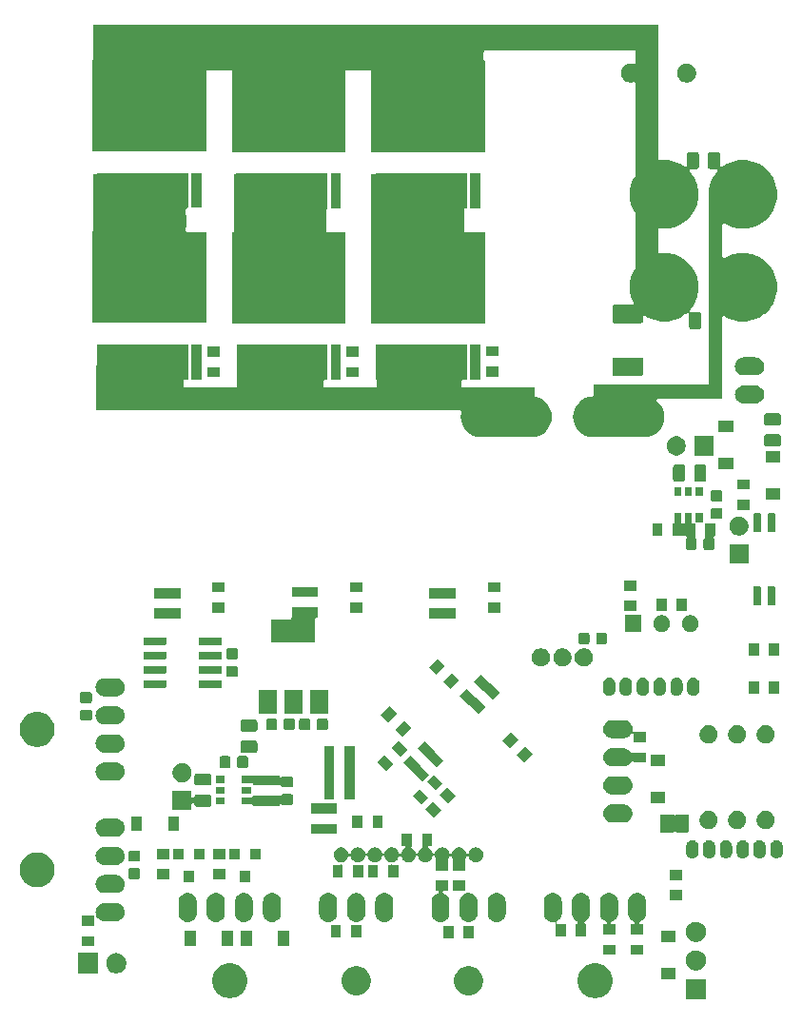
<source format=gbr>
G04 #@! TF.GenerationSoftware,KiCad,Pcbnew,(5.1.5)-3*
G04 #@! TF.CreationDate,2020-03-11T08:21:09+09:00*
G04 #@! TF.ProjectId,CAN_BLDCMD,43414e5f-424c-4444-934d-442e6b696361,rev?*
G04 #@! TF.SameCoordinates,Original*
G04 #@! TF.FileFunction,Soldermask,Bot*
G04 #@! TF.FilePolarity,Negative*
%FSLAX46Y46*%
G04 Gerber Fmt 4.6, Leading zero omitted, Abs format (unit mm)*
G04 Created by KiCad (PCBNEW (5.1.5)-3) date 2020-03-11 08:21:09*
%MOMM*%
%LPD*%
G04 APERTURE LIST*
%ADD10C,0.100000*%
G04 APERTURE END LIST*
D10*
G36*
X235776000Y-142891000D02*
G01*
X233974000Y-142891000D01*
X233974000Y-141089000D01*
X235776000Y-141089000D01*
X235776000Y-142891000D01*
G37*
G36*
X226122193Y-139712811D02*
G01*
X226352410Y-139758604D01*
X226634674Y-139875521D01*
X226888705Y-140045259D01*
X227104741Y-140261295D01*
X227274479Y-140515326D01*
X227391396Y-140797590D01*
X227451000Y-141097240D01*
X227451000Y-141402760D01*
X227391396Y-141702410D01*
X227274479Y-141984674D01*
X227104741Y-142238705D01*
X226888705Y-142454741D01*
X226634674Y-142624479D01*
X226352410Y-142741396D01*
X226202585Y-142771198D01*
X226052761Y-142801000D01*
X225747239Y-142801000D01*
X225597415Y-142771198D01*
X225447590Y-142741396D01*
X225165326Y-142624479D01*
X224911295Y-142454741D01*
X224695259Y-142238705D01*
X224525521Y-141984674D01*
X224408604Y-141702410D01*
X224349000Y-141402760D01*
X224349000Y-141097240D01*
X224408604Y-140797590D01*
X224525521Y-140515326D01*
X224695259Y-140261295D01*
X224911295Y-140045259D01*
X225165326Y-139875521D01*
X225447590Y-139758604D01*
X225677807Y-139712811D01*
X225747239Y-139699000D01*
X226052761Y-139699000D01*
X226122193Y-139712811D01*
G37*
G36*
X193622193Y-139712811D02*
G01*
X193852410Y-139758604D01*
X194134674Y-139875521D01*
X194388705Y-140045259D01*
X194604741Y-140261295D01*
X194774479Y-140515326D01*
X194891396Y-140797590D01*
X194951000Y-141097240D01*
X194951000Y-141402760D01*
X194891396Y-141702410D01*
X194774479Y-141984674D01*
X194604741Y-142238705D01*
X194388705Y-142454741D01*
X194134674Y-142624479D01*
X193852410Y-142741396D01*
X193702585Y-142771198D01*
X193552761Y-142801000D01*
X193247239Y-142801000D01*
X193097415Y-142771198D01*
X192947590Y-142741396D01*
X192665326Y-142624479D01*
X192411295Y-142454741D01*
X192195259Y-142238705D01*
X192025521Y-141984674D01*
X191908604Y-141702410D01*
X191849000Y-141402760D01*
X191849000Y-141097240D01*
X191908604Y-140797590D01*
X192025521Y-140515326D01*
X192195259Y-140261295D01*
X192411295Y-140045259D01*
X192665326Y-139875521D01*
X192947590Y-139758604D01*
X193177807Y-139712811D01*
X193247239Y-139699000D01*
X193552761Y-139699000D01*
X193622193Y-139712811D01*
G37*
G36*
X215029487Y-139998996D02*
G01*
X215266253Y-140097068D01*
X215266255Y-140097069D01*
X215479339Y-140239447D01*
X215660553Y-140420661D01*
X215781052Y-140601000D01*
X215802932Y-140633747D01*
X215901004Y-140870513D01*
X215951000Y-141121861D01*
X215951000Y-141378139D01*
X215901004Y-141629487D01*
X215870798Y-141702410D01*
X215802931Y-141866255D01*
X215660553Y-142079339D01*
X215479339Y-142260553D01*
X215266255Y-142402931D01*
X215266254Y-142402932D01*
X215266253Y-142402932D01*
X215029487Y-142501004D01*
X214778139Y-142551000D01*
X214521861Y-142551000D01*
X214270513Y-142501004D01*
X214033747Y-142402932D01*
X214033746Y-142402932D01*
X214033745Y-142402931D01*
X213820661Y-142260553D01*
X213639447Y-142079339D01*
X213497069Y-141866255D01*
X213429202Y-141702410D01*
X213398996Y-141629487D01*
X213349000Y-141378139D01*
X213349000Y-141121861D01*
X213398996Y-140870513D01*
X213497068Y-140633747D01*
X213518949Y-140601000D01*
X213639447Y-140420661D01*
X213820661Y-140239447D01*
X214033745Y-140097069D01*
X214033747Y-140097068D01*
X214270513Y-139998996D01*
X214521861Y-139949000D01*
X214778139Y-139949000D01*
X215029487Y-139998996D01*
G37*
G36*
X205029487Y-139998996D02*
G01*
X205266253Y-140097068D01*
X205266255Y-140097069D01*
X205479339Y-140239447D01*
X205660553Y-140420661D01*
X205781052Y-140601000D01*
X205802932Y-140633747D01*
X205901004Y-140870513D01*
X205951000Y-141121861D01*
X205951000Y-141378139D01*
X205901004Y-141629487D01*
X205870798Y-141702410D01*
X205802931Y-141866255D01*
X205660553Y-142079339D01*
X205479339Y-142260553D01*
X205266255Y-142402931D01*
X205266254Y-142402932D01*
X205266253Y-142402932D01*
X205029487Y-142501004D01*
X204778139Y-142551000D01*
X204521861Y-142551000D01*
X204270513Y-142501004D01*
X204033747Y-142402932D01*
X204033746Y-142402932D01*
X204033745Y-142402931D01*
X203820661Y-142260553D01*
X203639447Y-142079339D01*
X203497069Y-141866255D01*
X203429202Y-141702410D01*
X203398996Y-141629487D01*
X203349000Y-141378139D01*
X203349000Y-141121861D01*
X203398996Y-140870513D01*
X203497068Y-140633747D01*
X203518949Y-140601000D01*
X203639447Y-140420661D01*
X203820661Y-140239447D01*
X204033745Y-140097069D01*
X204033747Y-140097068D01*
X204270513Y-139998996D01*
X204521861Y-139949000D01*
X204778139Y-139949000D01*
X205029487Y-139998996D01*
G37*
G36*
X233101000Y-141151000D02*
G01*
X231799000Y-141151000D01*
X231799000Y-140149000D01*
X233101000Y-140149000D01*
X233101000Y-141151000D01*
G37*
G36*
X183403512Y-138803927D02*
G01*
X183552812Y-138833624D01*
X183716784Y-138901544D01*
X183864354Y-139000147D01*
X183989853Y-139125646D01*
X184088456Y-139273216D01*
X184156376Y-139437188D01*
X184191000Y-139611259D01*
X184191000Y-139788741D01*
X184156376Y-139962812D01*
X184088456Y-140126784D01*
X183989853Y-140274354D01*
X183864354Y-140399853D01*
X183716784Y-140498456D01*
X183552812Y-140566376D01*
X183403512Y-140596073D01*
X183378742Y-140601000D01*
X183201258Y-140601000D01*
X183176488Y-140596073D01*
X183027188Y-140566376D01*
X182863216Y-140498456D01*
X182715646Y-140399853D01*
X182590147Y-140274354D01*
X182491544Y-140126784D01*
X182423624Y-139962812D01*
X182389000Y-139788741D01*
X182389000Y-139611259D01*
X182423624Y-139437188D01*
X182491544Y-139273216D01*
X182590147Y-139125646D01*
X182715646Y-139000147D01*
X182863216Y-138901544D01*
X183027188Y-138833624D01*
X183176488Y-138803927D01*
X183201258Y-138799000D01*
X183378742Y-138799000D01*
X183403512Y-138803927D01*
G37*
G36*
X181651000Y-140601000D02*
G01*
X179849000Y-140601000D01*
X179849000Y-138799000D01*
X181651000Y-138799000D01*
X181651000Y-140601000D01*
G37*
G36*
X234988512Y-138553927D02*
G01*
X235137812Y-138583624D01*
X235301784Y-138651544D01*
X235449354Y-138750147D01*
X235574853Y-138875646D01*
X235673456Y-139023216D01*
X235741376Y-139187188D01*
X235776000Y-139361259D01*
X235776000Y-139538741D01*
X235741376Y-139712812D01*
X235673456Y-139876784D01*
X235574853Y-140024354D01*
X235449354Y-140149853D01*
X235301784Y-140248456D01*
X235137812Y-140316376D01*
X234988512Y-140346073D01*
X234963742Y-140351000D01*
X234786258Y-140351000D01*
X234761488Y-140346073D01*
X234612188Y-140316376D01*
X234448216Y-140248456D01*
X234300646Y-140149853D01*
X234175147Y-140024354D01*
X234076544Y-139876784D01*
X234008624Y-139712812D01*
X233974000Y-139538741D01*
X233974000Y-139361259D01*
X234008624Y-139187188D01*
X234076544Y-139023216D01*
X234175147Y-138875646D01*
X234300646Y-138750147D01*
X234448216Y-138651544D01*
X234612188Y-138583624D01*
X234761488Y-138553927D01*
X234786258Y-138549000D01*
X234963742Y-138549000D01*
X234988512Y-138553927D01*
G37*
G36*
X230201000Y-138951000D02*
G01*
X229099000Y-138951000D01*
X229099000Y-138049000D01*
X230201000Y-138049000D01*
X230201000Y-138951000D01*
G37*
G36*
X227701000Y-138951000D02*
G01*
X226599000Y-138951000D01*
X226599000Y-138049000D01*
X227701000Y-138049000D01*
X227701000Y-138951000D01*
G37*
G36*
X181301000Y-138201000D02*
G01*
X180199000Y-138201000D01*
X180199000Y-137299000D01*
X181301000Y-137299000D01*
X181301000Y-138201000D01*
G37*
G36*
X198651000Y-138151000D02*
G01*
X197649000Y-138151000D01*
X197649000Y-136849000D01*
X198651000Y-136849000D01*
X198651000Y-138151000D01*
G37*
G36*
X190351000Y-138151000D02*
G01*
X189349000Y-138151000D01*
X189349000Y-136849000D01*
X190351000Y-136849000D01*
X190351000Y-138151000D01*
G37*
G36*
X193651000Y-138151000D02*
G01*
X192649000Y-138151000D01*
X192649000Y-136849000D01*
X193651000Y-136849000D01*
X193651000Y-138151000D01*
G37*
G36*
X195351000Y-138151000D02*
G01*
X194349000Y-138151000D01*
X194349000Y-136849000D01*
X195351000Y-136849000D01*
X195351000Y-138151000D01*
G37*
G36*
X233101000Y-137851000D02*
G01*
X231799000Y-137851000D01*
X231799000Y-136849000D01*
X233101000Y-136849000D01*
X233101000Y-137851000D01*
G37*
G36*
X234987682Y-136013762D02*
G01*
X235137812Y-136043624D01*
X235301784Y-136111544D01*
X235449354Y-136210147D01*
X235574853Y-136335646D01*
X235673456Y-136483216D01*
X235741376Y-136647188D01*
X235776000Y-136821259D01*
X235776000Y-136998741D01*
X235741376Y-137172812D01*
X235673456Y-137336784D01*
X235574853Y-137484354D01*
X235449354Y-137609853D01*
X235301784Y-137708456D01*
X235137812Y-137776376D01*
X234988512Y-137806073D01*
X234963742Y-137811000D01*
X234786258Y-137811000D01*
X234761488Y-137806073D01*
X234612188Y-137776376D01*
X234448216Y-137708456D01*
X234300646Y-137609853D01*
X234175147Y-137484354D01*
X234076544Y-137336784D01*
X234008624Y-137172812D01*
X233974000Y-136998741D01*
X233974000Y-136821259D01*
X234008624Y-136647188D01*
X234076544Y-136483216D01*
X234175147Y-136335646D01*
X234300646Y-136210147D01*
X234448216Y-136111544D01*
X234612188Y-136043624D01*
X234762318Y-136013762D01*
X234786258Y-136009000D01*
X234963742Y-136009000D01*
X234987682Y-136013762D01*
G37*
G36*
X215101000Y-137451000D02*
G01*
X214199000Y-137451000D01*
X214199000Y-136349000D01*
X215101000Y-136349000D01*
X215101000Y-137451000D01*
G37*
G36*
X213301000Y-137451000D02*
G01*
X212399000Y-137451000D01*
X212399000Y-136349000D01*
X213301000Y-136349000D01*
X213301000Y-137451000D01*
G37*
G36*
X205101000Y-137426000D02*
G01*
X204199000Y-137426000D01*
X204199000Y-136324000D01*
X205101000Y-136324000D01*
X205101000Y-137426000D01*
G37*
G36*
X203301000Y-137426000D02*
G01*
X202399000Y-137426000D01*
X202399000Y-136324000D01*
X203301000Y-136324000D01*
X203301000Y-137426000D01*
G37*
G36*
X224807022Y-133460590D02*
G01*
X224891572Y-133486238D01*
X224958012Y-133506392D01*
X225097164Y-133580771D01*
X225219133Y-133680867D01*
X225319229Y-133802835D01*
X225393608Y-133941987D01*
X225408875Y-133992318D01*
X225439410Y-134092977D01*
X225451000Y-134210655D01*
X225451000Y-135289345D01*
X225439410Y-135407023D01*
X225418441Y-135476149D01*
X225393608Y-135558013D01*
X225319229Y-135697165D01*
X225219133Y-135819133D01*
X225097165Y-135919229D01*
X225013850Y-135963762D01*
X224993476Y-135977376D01*
X224976149Y-135994703D01*
X224962535Y-136015077D01*
X224953158Y-136037716D01*
X224948378Y-136061750D01*
X224948378Y-136086254D01*
X224953159Y-136110287D01*
X224962536Y-136132926D01*
X224976150Y-136153300D01*
X224993477Y-136170627D01*
X225013851Y-136184241D01*
X225036490Y-136193618D01*
X225072775Y-136199000D01*
X225101000Y-136199000D01*
X225101000Y-137301000D01*
X224199000Y-137301000D01*
X224199000Y-136199000D01*
X224227226Y-136199000D01*
X224251612Y-136196598D01*
X224275061Y-136189485D01*
X224296672Y-136177934D01*
X224315614Y-136162389D01*
X224331159Y-136143447D01*
X224342710Y-136121836D01*
X224349823Y-136098387D01*
X224352225Y-136074001D01*
X224349823Y-136049615D01*
X224342710Y-136026166D01*
X224331159Y-136004555D01*
X224315614Y-135985613D01*
X224286151Y-135963762D01*
X224202836Y-135919229D01*
X224080868Y-135819133D01*
X223980772Y-135697165D01*
X223906393Y-135558013D01*
X223881560Y-135476149D01*
X223860591Y-135407023D01*
X223849001Y-135289345D01*
X223849000Y-134210656D01*
X223860590Y-134092978D01*
X223906392Y-133941989D01*
X223906392Y-133941988D01*
X223980771Y-133802836D01*
X223980772Y-133802835D01*
X224080867Y-133680867D01*
X224202835Y-133580771D01*
X224341987Y-133506392D01*
X224408427Y-133486238D01*
X224492977Y-133460590D01*
X224650000Y-133445125D01*
X224807022Y-133460590D01*
G37*
G36*
X222307022Y-133460590D02*
G01*
X222391572Y-133486238D01*
X222458012Y-133506392D01*
X222597164Y-133580771D01*
X222719133Y-133680867D01*
X222819229Y-133802835D01*
X222893608Y-133941987D01*
X222908875Y-133992318D01*
X222939410Y-134092977D01*
X222951000Y-134210655D01*
X222951000Y-135289345D01*
X222939410Y-135407023D01*
X222918441Y-135476149D01*
X222893608Y-135558013D01*
X222819229Y-135697165D01*
X222719133Y-135819133D01*
X222597165Y-135919229D01*
X222513850Y-135963762D01*
X222493476Y-135977376D01*
X222476149Y-135994703D01*
X222462535Y-136015077D01*
X222453158Y-136037716D01*
X222448378Y-136061750D01*
X222448378Y-136086254D01*
X222453159Y-136110287D01*
X222462536Y-136132926D01*
X222476150Y-136153300D01*
X222493477Y-136170627D01*
X222513851Y-136184241D01*
X222536490Y-136193618D01*
X222572775Y-136199000D01*
X223301000Y-136199000D01*
X223301000Y-137301000D01*
X222399000Y-137301000D01*
X222399000Y-136168266D01*
X222396598Y-136143880D01*
X222389485Y-136120431D01*
X222377934Y-136098820D01*
X222362389Y-136079878D01*
X222343447Y-136064333D01*
X222321836Y-136052782D01*
X222298387Y-136045669D01*
X222261749Y-136043869D01*
X222150000Y-136054875D01*
X221992978Y-136039410D01*
X221878076Y-136004555D01*
X221841988Y-135993608D01*
X221702836Y-135919229D01*
X221580868Y-135819133D01*
X221480772Y-135697165D01*
X221406393Y-135558013D01*
X221381560Y-135476149D01*
X221360591Y-135407023D01*
X221349001Y-135289345D01*
X221349000Y-134210656D01*
X221360590Y-134092978D01*
X221406392Y-133941989D01*
X221406392Y-133941988D01*
X221480771Y-133802836D01*
X221480772Y-133802835D01*
X221580867Y-133680867D01*
X221702835Y-133580771D01*
X221841987Y-133506392D01*
X221908427Y-133486238D01*
X221992977Y-133460590D01*
X222150000Y-133445125D01*
X222307022Y-133460590D01*
G37*
G36*
X227307022Y-133460590D02*
G01*
X227391572Y-133486238D01*
X227458012Y-133506392D01*
X227597164Y-133580771D01*
X227719133Y-133680867D01*
X227819229Y-133802835D01*
X227893608Y-133941987D01*
X227908875Y-133992318D01*
X227939410Y-134092977D01*
X227951000Y-134210655D01*
X227951000Y-135289345D01*
X227939410Y-135407023D01*
X227918441Y-135476149D01*
X227893608Y-135558013D01*
X227819229Y-135697165D01*
X227719133Y-135819133D01*
X227597165Y-135919229D01*
X227458013Y-135993608D01*
X227422488Y-136004384D01*
X227399849Y-136013762D01*
X227379475Y-136027375D01*
X227362148Y-136044702D01*
X227348534Y-136065077D01*
X227339156Y-136087715D01*
X227334376Y-136111749D01*
X227334376Y-136136253D01*
X227339156Y-136160286D01*
X227348534Y-136182925D01*
X227362147Y-136203299D01*
X227379474Y-136220626D01*
X227399849Y-136234240D01*
X227422487Y-136243618D01*
X227446521Y-136248398D01*
X227458773Y-136249000D01*
X227701000Y-136249000D01*
X227701000Y-137151000D01*
X226599000Y-137151000D01*
X226599000Y-136249000D01*
X226841228Y-136249000D01*
X226865614Y-136246598D01*
X226889063Y-136239485D01*
X226910674Y-136227934D01*
X226929616Y-136212389D01*
X226945161Y-136193447D01*
X226956712Y-136171836D01*
X226963825Y-136148387D01*
X226966227Y-136124001D01*
X226963825Y-136099615D01*
X226956712Y-136076166D01*
X226945161Y-136054555D01*
X226929616Y-136035613D01*
X226910674Y-136020068D01*
X226889063Y-136008517D01*
X226877513Y-136004384D01*
X226841988Y-135993608D01*
X226702836Y-135919229D01*
X226580868Y-135819133D01*
X226480772Y-135697165D01*
X226406393Y-135558013D01*
X226381560Y-135476149D01*
X226360591Y-135407023D01*
X226349001Y-135289345D01*
X226349000Y-134210656D01*
X226360590Y-134092978D01*
X226406392Y-133941989D01*
X226406392Y-133941988D01*
X226480771Y-133802836D01*
X226480772Y-133802835D01*
X226580867Y-133680867D01*
X226702835Y-133580771D01*
X226841987Y-133506392D01*
X226908427Y-133486238D01*
X226992977Y-133460590D01*
X227150000Y-133445125D01*
X227307022Y-133460590D01*
G37*
G36*
X229807022Y-133460590D02*
G01*
X229891572Y-133486238D01*
X229958012Y-133506392D01*
X230097164Y-133580771D01*
X230219133Y-133680867D01*
X230319229Y-133802835D01*
X230393608Y-133941987D01*
X230408875Y-133992318D01*
X230439410Y-134092977D01*
X230451000Y-134210655D01*
X230451000Y-135289345D01*
X230439410Y-135407023D01*
X230418441Y-135476149D01*
X230393608Y-135558013D01*
X230319229Y-135697165D01*
X230219133Y-135819133D01*
X230097165Y-135919229D01*
X229958013Y-135993608D01*
X229922488Y-136004384D01*
X229899849Y-136013762D01*
X229879475Y-136027375D01*
X229862148Y-136044702D01*
X229848534Y-136065077D01*
X229839156Y-136087715D01*
X229834376Y-136111749D01*
X229834376Y-136136253D01*
X229839156Y-136160286D01*
X229848534Y-136182925D01*
X229862147Y-136203299D01*
X229879474Y-136220626D01*
X229899849Y-136234240D01*
X229922487Y-136243618D01*
X229946521Y-136248398D01*
X229958773Y-136249000D01*
X230201000Y-136249000D01*
X230201000Y-137151000D01*
X229099000Y-137151000D01*
X229099000Y-136249000D01*
X229341228Y-136249000D01*
X229365614Y-136246598D01*
X229389063Y-136239485D01*
X229410674Y-136227934D01*
X229429616Y-136212389D01*
X229445161Y-136193447D01*
X229456712Y-136171836D01*
X229463825Y-136148387D01*
X229466227Y-136124001D01*
X229463825Y-136099615D01*
X229456712Y-136076166D01*
X229445161Y-136054555D01*
X229429616Y-136035613D01*
X229410674Y-136020068D01*
X229389063Y-136008517D01*
X229377513Y-136004384D01*
X229341988Y-135993608D01*
X229202836Y-135919229D01*
X229080868Y-135819133D01*
X228980772Y-135697165D01*
X228906393Y-135558013D01*
X228881560Y-135476149D01*
X228860591Y-135407023D01*
X228849001Y-135289345D01*
X228849000Y-134210656D01*
X228860590Y-134092978D01*
X228906392Y-133941989D01*
X228906392Y-133941988D01*
X228980771Y-133802836D01*
X228980772Y-133802835D01*
X229080867Y-133680867D01*
X229202835Y-133580771D01*
X229341987Y-133506392D01*
X229408427Y-133486238D01*
X229492977Y-133460590D01*
X229650000Y-133445125D01*
X229807022Y-133460590D01*
G37*
G36*
X181315759Y-135513851D02*
G01*
X181306382Y-135536490D01*
X181301000Y-135572775D01*
X181301000Y-136401000D01*
X180199000Y-136401000D01*
X180199000Y-135499000D01*
X181325683Y-135499000D01*
X181315759Y-135513851D01*
G37*
G36*
X217307022Y-133460590D02*
G01*
X217391572Y-133486238D01*
X217458012Y-133506392D01*
X217597164Y-133580771D01*
X217719133Y-133680867D01*
X217819229Y-133802835D01*
X217893608Y-133941987D01*
X217908875Y-133992318D01*
X217939410Y-134092977D01*
X217951000Y-134210655D01*
X217951000Y-135289345D01*
X217939410Y-135407023D01*
X217918441Y-135476149D01*
X217893608Y-135558013D01*
X217819229Y-135697165D01*
X217719133Y-135819133D01*
X217597165Y-135919229D01*
X217458013Y-135993608D01*
X217421925Y-136004555D01*
X217307023Y-136039410D01*
X217150000Y-136054875D01*
X216992978Y-136039410D01*
X216878076Y-136004555D01*
X216841988Y-135993608D01*
X216702836Y-135919229D01*
X216580868Y-135819133D01*
X216480772Y-135697165D01*
X216406393Y-135558013D01*
X216381560Y-135476149D01*
X216360591Y-135407023D01*
X216349001Y-135289345D01*
X216349000Y-134210656D01*
X216360590Y-134092978D01*
X216406392Y-133941989D01*
X216406392Y-133941988D01*
X216480771Y-133802836D01*
X216480772Y-133802835D01*
X216580867Y-133680867D01*
X216702835Y-133580771D01*
X216841987Y-133506392D01*
X216908427Y-133486238D01*
X216992977Y-133460590D01*
X217150000Y-133445125D01*
X217307022Y-133460590D01*
G37*
G36*
X214807022Y-133460590D02*
G01*
X214891572Y-133486238D01*
X214958012Y-133506392D01*
X215097164Y-133580771D01*
X215219133Y-133680867D01*
X215319229Y-133802835D01*
X215393608Y-133941987D01*
X215408875Y-133992318D01*
X215439410Y-134092977D01*
X215451000Y-134210655D01*
X215451000Y-135289345D01*
X215439410Y-135407023D01*
X215418441Y-135476149D01*
X215393608Y-135558013D01*
X215319229Y-135697165D01*
X215219133Y-135819133D01*
X215097165Y-135919229D01*
X214958013Y-135993608D01*
X214921925Y-136004555D01*
X214807023Y-136039410D01*
X214650000Y-136054875D01*
X214492978Y-136039410D01*
X214378076Y-136004555D01*
X214341988Y-135993608D01*
X214202836Y-135919229D01*
X214080868Y-135819133D01*
X213980772Y-135697165D01*
X213906393Y-135558013D01*
X213881560Y-135476149D01*
X213860591Y-135407023D01*
X213849001Y-135289345D01*
X213849000Y-134210656D01*
X213860590Y-134092978D01*
X213906392Y-133941989D01*
X213906392Y-133941988D01*
X213980771Y-133802836D01*
X213980772Y-133802835D01*
X214080867Y-133680867D01*
X214202835Y-133580771D01*
X214341987Y-133506392D01*
X214377512Y-133495616D01*
X214400151Y-133486238D01*
X214420525Y-133472625D01*
X214437852Y-133455298D01*
X214437972Y-133455118D01*
X214451613Y-133459256D01*
X214475999Y-133461658D01*
X214488251Y-133461056D01*
X214492974Y-133460591D01*
X214492977Y-133460590D01*
X214650000Y-133445125D01*
X214807022Y-133460590D01*
G37*
G36*
X212851000Y-133251000D02*
G01*
X212458772Y-133251000D01*
X212434386Y-133253402D01*
X212410937Y-133260515D01*
X212389326Y-133272066D01*
X212370384Y-133287611D01*
X212354839Y-133306553D01*
X212343288Y-133328164D01*
X212336175Y-133351613D01*
X212333773Y-133375999D01*
X212336175Y-133400385D01*
X212343288Y-133423834D01*
X212354839Y-133445445D01*
X212370384Y-133464387D01*
X212389326Y-133479932D01*
X212410937Y-133491483D01*
X212422487Y-133495616D01*
X212458012Y-133506392D01*
X212597164Y-133580771D01*
X212719133Y-133680867D01*
X212819229Y-133802835D01*
X212893608Y-133941987D01*
X212908875Y-133992318D01*
X212939410Y-134092977D01*
X212951000Y-134210655D01*
X212951000Y-135289345D01*
X212939410Y-135407023D01*
X212918441Y-135476149D01*
X212893608Y-135558013D01*
X212819229Y-135697165D01*
X212719133Y-135819133D01*
X212597165Y-135919229D01*
X212458013Y-135993608D01*
X212421925Y-136004555D01*
X212307023Y-136039410D01*
X212150000Y-136054875D01*
X211992978Y-136039410D01*
X211878076Y-136004555D01*
X211841988Y-135993608D01*
X211702836Y-135919229D01*
X211580868Y-135819133D01*
X211480772Y-135697165D01*
X211406393Y-135558013D01*
X211381560Y-135476149D01*
X211360591Y-135407023D01*
X211349001Y-135289345D01*
X211349000Y-134210656D01*
X211360590Y-134092978D01*
X211406392Y-133941989D01*
X211406392Y-133941988D01*
X211480771Y-133802836D01*
X211480772Y-133802835D01*
X211580867Y-133680867D01*
X211702835Y-133580771D01*
X211841987Y-133506392D01*
X211877512Y-133495616D01*
X211900151Y-133486238D01*
X211920525Y-133472625D01*
X211937852Y-133455298D01*
X211951466Y-133434923D01*
X211960844Y-133412285D01*
X211965624Y-133388251D01*
X211965624Y-133363747D01*
X211960844Y-133339714D01*
X211951466Y-133317075D01*
X211937853Y-133296701D01*
X211920526Y-133279374D01*
X211900151Y-133265760D01*
X211877513Y-133256382D01*
X211853479Y-133251602D01*
X211841227Y-133251000D01*
X211749000Y-133251000D01*
X211749000Y-132349000D01*
X212851000Y-132349000D01*
X212851000Y-133251000D01*
G37*
G36*
X202307022Y-133460590D02*
G01*
X202391572Y-133486238D01*
X202458012Y-133506392D01*
X202597164Y-133580771D01*
X202719133Y-133680867D01*
X202819229Y-133802835D01*
X202893608Y-133941987D01*
X202908875Y-133992318D01*
X202939410Y-134092977D01*
X202951000Y-134210655D01*
X202951000Y-135289345D01*
X202939410Y-135407023D01*
X202918441Y-135476149D01*
X202893608Y-135558013D01*
X202819229Y-135697165D01*
X202719133Y-135819133D01*
X202597165Y-135919229D01*
X202458013Y-135993608D01*
X202421925Y-136004555D01*
X202307023Y-136039410D01*
X202150000Y-136054875D01*
X201992978Y-136039410D01*
X201878076Y-136004555D01*
X201841988Y-135993608D01*
X201702836Y-135919229D01*
X201580868Y-135819133D01*
X201480772Y-135697165D01*
X201406393Y-135558013D01*
X201381560Y-135476149D01*
X201360591Y-135407023D01*
X201349001Y-135289345D01*
X201349000Y-134210656D01*
X201360590Y-134092978D01*
X201406392Y-133941989D01*
X201406392Y-133941988D01*
X201480771Y-133802836D01*
X201480772Y-133802835D01*
X201580867Y-133680867D01*
X201702835Y-133580771D01*
X201841987Y-133506392D01*
X201908427Y-133486238D01*
X201992977Y-133460590D01*
X202150000Y-133445125D01*
X202307022Y-133460590D01*
G37*
G36*
X204807022Y-133460590D02*
G01*
X204891572Y-133486238D01*
X204958012Y-133506392D01*
X205097164Y-133580771D01*
X205219133Y-133680867D01*
X205319229Y-133802835D01*
X205393608Y-133941987D01*
X205408875Y-133992318D01*
X205439410Y-134092977D01*
X205451000Y-134210655D01*
X205451000Y-135289345D01*
X205439410Y-135407023D01*
X205418441Y-135476149D01*
X205393608Y-135558013D01*
X205319229Y-135697165D01*
X205219133Y-135819133D01*
X205097165Y-135919229D01*
X204958013Y-135993608D01*
X204921925Y-136004555D01*
X204807023Y-136039410D01*
X204650000Y-136054875D01*
X204492978Y-136039410D01*
X204378076Y-136004555D01*
X204341988Y-135993608D01*
X204202836Y-135919229D01*
X204080868Y-135819133D01*
X203980772Y-135697165D01*
X203906393Y-135558013D01*
X203881560Y-135476149D01*
X203860591Y-135407023D01*
X203849001Y-135289345D01*
X203849000Y-134210656D01*
X203860590Y-134092978D01*
X203906392Y-133941989D01*
X203906392Y-133941988D01*
X203980771Y-133802836D01*
X203980772Y-133802835D01*
X204080867Y-133680867D01*
X204202835Y-133580771D01*
X204341987Y-133506392D01*
X204408427Y-133486238D01*
X204492977Y-133460590D01*
X204650000Y-133445125D01*
X204807022Y-133460590D01*
G37*
G36*
X207307022Y-133460590D02*
G01*
X207391572Y-133486238D01*
X207458012Y-133506392D01*
X207597164Y-133580771D01*
X207719133Y-133680867D01*
X207819229Y-133802835D01*
X207893608Y-133941987D01*
X207908875Y-133992318D01*
X207939410Y-134092977D01*
X207951000Y-134210655D01*
X207951000Y-135289345D01*
X207939410Y-135407023D01*
X207918441Y-135476149D01*
X207893608Y-135558013D01*
X207819229Y-135697165D01*
X207719133Y-135819133D01*
X207597165Y-135919229D01*
X207458013Y-135993608D01*
X207421925Y-136004555D01*
X207307023Y-136039410D01*
X207150000Y-136054875D01*
X206992978Y-136039410D01*
X206878076Y-136004555D01*
X206841988Y-135993608D01*
X206702836Y-135919229D01*
X206580868Y-135819133D01*
X206480772Y-135697165D01*
X206406393Y-135558013D01*
X206381560Y-135476149D01*
X206360591Y-135407023D01*
X206349001Y-135289345D01*
X206349000Y-134210656D01*
X206360590Y-134092978D01*
X206406392Y-133941989D01*
X206406392Y-133941988D01*
X206480771Y-133802836D01*
X206480772Y-133802835D01*
X206580867Y-133680867D01*
X206702835Y-133580771D01*
X206841987Y-133506392D01*
X206908427Y-133486238D01*
X206992977Y-133460590D01*
X207150000Y-133445125D01*
X207307022Y-133460590D01*
G37*
G36*
X189807022Y-133460590D02*
G01*
X189891572Y-133486238D01*
X189958012Y-133506392D01*
X190097164Y-133580771D01*
X190219133Y-133680867D01*
X190319229Y-133802835D01*
X190393608Y-133941987D01*
X190408875Y-133992318D01*
X190439410Y-134092977D01*
X190451000Y-134210655D01*
X190451000Y-135289345D01*
X190439410Y-135407023D01*
X190418441Y-135476149D01*
X190393608Y-135558013D01*
X190319229Y-135697165D01*
X190219133Y-135819133D01*
X190097165Y-135919229D01*
X189958013Y-135993608D01*
X189921925Y-136004555D01*
X189807023Y-136039410D01*
X189650000Y-136054875D01*
X189492978Y-136039410D01*
X189378076Y-136004555D01*
X189341988Y-135993608D01*
X189202836Y-135919229D01*
X189080868Y-135819133D01*
X188980772Y-135697165D01*
X188906393Y-135558013D01*
X188881560Y-135476149D01*
X188860591Y-135407023D01*
X188849001Y-135289345D01*
X188849000Y-134210656D01*
X188860590Y-134092978D01*
X188906392Y-133941989D01*
X188906392Y-133941988D01*
X188980771Y-133802836D01*
X188980772Y-133802835D01*
X189080867Y-133680867D01*
X189202835Y-133580771D01*
X189341987Y-133506392D01*
X189408427Y-133486238D01*
X189492977Y-133460590D01*
X189650000Y-133445125D01*
X189807022Y-133460590D01*
G37*
G36*
X197307022Y-133460590D02*
G01*
X197391572Y-133486238D01*
X197458012Y-133506392D01*
X197597164Y-133580771D01*
X197719133Y-133680867D01*
X197819229Y-133802835D01*
X197893608Y-133941987D01*
X197908875Y-133992318D01*
X197939410Y-134092977D01*
X197951000Y-134210655D01*
X197951000Y-135289345D01*
X197939410Y-135407023D01*
X197918441Y-135476149D01*
X197893608Y-135558013D01*
X197819229Y-135697165D01*
X197719133Y-135819133D01*
X197597165Y-135919229D01*
X197458013Y-135993608D01*
X197421925Y-136004555D01*
X197307023Y-136039410D01*
X197150000Y-136054875D01*
X196992978Y-136039410D01*
X196878076Y-136004555D01*
X196841988Y-135993608D01*
X196702836Y-135919229D01*
X196580868Y-135819133D01*
X196480772Y-135697165D01*
X196406393Y-135558013D01*
X196381560Y-135476149D01*
X196360591Y-135407023D01*
X196349001Y-135289345D01*
X196349000Y-134210656D01*
X196360590Y-134092978D01*
X196406392Y-133941989D01*
X196406392Y-133941988D01*
X196480771Y-133802836D01*
X196480772Y-133802835D01*
X196580867Y-133680867D01*
X196702835Y-133580771D01*
X196841987Y-133506392D01*
X196908427Y-133486238D01*
X196992977Y-133460590D01*
X197150000Y-133445125D01*
X197307022Y-133460590D01*
G37*
G36*
X194807022Y-133460590D02*
G01*
X194891572Y-133486238D01*
X194958012Y-133506392D01*
X195097164Y-133580771D01*
X195219133Y-133680867D01*
X195319229Y-133802835D01*
X195393608Y-133941987D01*
X195408875Y-133992318D01*
X195439410Y-134092977D01*
X195451000Y-134210655D01*
X195451000Y-135289345D01*
X195439410Y-135407023D01*
X195418441Y-135476149D01*
X195393608Y-135558013D01*
X195319229Y-135697165D01*
X195219133Y-135819133D01*
X195097165Y-135919229D01*
X194958013Y-135993608D01*
X194921925Y-136004555D01*
X194807023Y-136039410D01*
X194650000Y-136054875D01*
X194492978Y-136039410D01*
X194378076Y-136004555D01*
X194341988Y-135993608D01*
X194202836Y-135919229D01*
X194080868Y-135819133D01*
X193980772Y-135697165D01*
X193906393Y-135558013D01*
X193881560Y-135476149D01*
X193860591Y-135407023D01*
X193849001Y-135289345D01*
X193849000Y-134210656D01*
X193860590Y-134092978D01*
X193906392Y-133941989D01*
X193906392Y-133941988D01*
X193980771Y-133802836D01*
X193980772Y-133802835D01*
X194080867Y-133680867D01*
X194202835Y-133580771D01*
X194341987Y-133506392D01*
X194408427Y-133486238D01*
X194492977Y-133460590D01*
X194650000Y-133445125D01*
X194807022Y-133460590D01*
G37*
G36*
X192307022Y-133460590D02*
G01*
X192391572Y-133486238D01*
X192458012Y-133506392D01*
X192597164Y-133580771D01*
X192719133Y-133680867D01*
X192819229Y-133802835D01*
X192893608Y-133941987D01*
X192908875Y-133992318D01*
X192939410Y-134092977D01*
X192951000Y-134210655D01*
X192951000Y-135289345D01*
X192939410Y-135407023D01*
X192918441Y-135476149D01*
X192893608Y-135558013D01*
X192819229Y-135697165D01*
X192719133Y-135819133D01*
X192597165Y-135919229D01*
X192458013Y-135993608D01*
X192421925Y-136004555D01*
X192307023Y-136039410D01*
X192150000Y-136054875D01*
X191992978Y-136039410D01*
X191878076Y-136004555D01*
X191841988Y-135993608D01*
X191702836Y-135919229D01*
X191580868Y-135819133D01*
X191480772Y-135697165D01*
X191406393Y-135558013D01*
X191381560Y-135476149D01*
X191360591Y-135407023D01*
X191349001Y-135289345D01*
X191349000Y-134210656D01*
X191360590Y-134092978D01*
X191406392Y-133941989D01*
X191406392Y-133941988D01*
X191480771Y-133802836D01*
X191480772Y-133802835D01*
X191580867Y-133680867D01*
X191702835Y-133580771D01*
X191841987Y-133506392D01*
X191908427Y-133486238D01*
X191992977Y-133460590D01*
X192150000Y-133445125D01*
X192307022Y-133460590D01*
G37*
G36*
X183328571Y-134352863D02*
G01*
X183407023Y-134360590D01*
X183507682Y-134391125D01*
X183558013Y-134406392D01*
X183697165Y-134480771D01*
X183819133Y-134580867D01*
X183919229Y-134702835D01*
X183993608Y-134841987D01*
X183993608Y-134841988D01*
X184039410Y-134992977D01*
X184054875Y-135150000D01*
X184039410Y-135307023D01*
X184030099Y-135337717D01*
X183993608Y-135458013D01*
X183919229Y-135597165D01*
X183819133Y-135719133D01*
X183697165Y-135819229D01*
X183558013Y-135893608D01*
X183507682Y-135908875D01*
X183407023Y-135939410D01*
X183328571Y-135947137D01*
X183289346Y-135951000D01*
X182210654Y-135951000D01*
X182171429Y-135947137D01*
X182092977Y-135939410D01*
X181992318Y-135908875D01*
X181941987Y-135893608D01*
X181802835Y-135819229D01*
X181680867Y-135719133D01*
X181580771Y-135597165D01*
X181536238Y-135513850D01*
X181522624Y-135493476D01*
X181505297Y-135476149D01*
X181484923Y-135462535D01*
X181462284Y-135453158D01*
X181448498Y-135450416D01*
X181454217Y-135443447D01*
X181465768Y-135421836D01*
X181472881Y-135398387D01*
X181475283Y-135374001D01*
X181469901Y-135337717D01*
X181460590Y-135307023D01*
X181445125Y-135150000D01*
X181460590Y-134992979D01*
X181460590Y-134992977D01*
X181506392Y-134841988D01*
X181506392Y-134841987D01*
X181580771Y-134702835D01*
X181680867Y-134580867D01*
X181802835Y-134480771D01*
X181941987Y-134406392D01*
X181992318Y-134391125D01*
X182092977Y-134360590D01*
X182171429Y-134352863D01*
X182210654Y-134349000D01*
X183289346Y-134349000D01*
X183328571Y-134352863D01*
G37*
G36*
X233651000Y-134101000D02*
G01*
X232549000Y-134101000D01*
X232549000Y-133199000D01*
X233651000Y-133199000D01*
X233651000Y-134101000D01*
G37*
G36*
X183323958Y-131852409D02*
G01*
X183407023Y-131860590D01*
X183507682Y-131891125D01*
X183558013Y-131906392D01*
X183697165Y-131980771D01*
X183819133Y-132080867D01*
X183919229Y-132202835D01*
X183993608Y-132341987D01*
X183993608Y-132341988D01*
X184039410Y-132492977D01*
X184054875Y-132650000D01*
X184039410Y-132807023D01*
X184013816Y-132891396D01*
X183993608Y-132958013D01*
X183919229Y-133097165D01*
X183819133Y-133219133D01*
X183697165Y-133319229D01*
X183558013Y-133393608D01*
X183507682Y-133408875D01*
X183407023Y-133439410D01*
X183348996Y-133445125D01*
X183289346Y-133451000D01*
X182210654Y-133451000D01*
X182151004Y-133445125D01*
X182092977Y-133439410D01*
X181992318Y-133408875D01*
X181941987Y-133393608D01*
X181802835Y-133319229D01*
X181680867Y-133219133D01*
X181580771Y-133097165D01*
X181506392Y-132958013D01*
X181486184Y-132891396D01*
X181460590Y-132807023D01*
X181445125Y-132650000D01*
X181460590Y-132492977D01*
X181506392Y-132341988D01*
X181506392Y-132341987D01*
X181580771Y-132202835D01*
X181680867Y-132080867D01*
X181802835Y-131980771D01*
X181941987Y-131906392D01*
X181992318Y-131891125D01*
X182092977Y-131860590D01*
X182176042Y-131852409D01*
X182210654Y-131849000D01*
X183289346Y-131849000D01*
X183323958Y-131852409D01*
G37*
G36*
X214351000Y-133251480D02*
G01*
X214341227Y-133251000D01*
X213249000Y-133251000D01*
X213249000Y-132349000D01*
X214351000Y-132349000D01*
X214351000Y-133251480D01*
G37*
G36*
X176458614Y-129860110D02*
G01*
X176702410Y-129908604D01*
X176984674Y-130025521D01*
X177238705Y-130195259D01*
X177454741Y-130411295D01*
X177624479Y-130665326D01*
X177741396Y-130947590D01*
X177801000Y-131247240D01*
X177801000Y-131552760D01*
X177741396Y-131852410D01*
X177624479Y-132134674D01*
X177454741Y-132388705D01*
X177238705Y-132604741D01*
X176984674Y-132774479D01*
X176702410Y-132891396D01*
X176552585Y-132921198D01*
X176402761Y-132951000D01*
X176097239Y-132951000D01*
X175947415Y-132921198D01*
X175797590Y-132891396D01*
X175515326Y-132774479D01*
X175261295Y-132604741D01*
X175045259Y-132388705D01*
X174875521Y-132134674D01*
X174758604Y-131852410D01*
X174699000Y-131552760D01*
X174699000Y-131247240D01*
X174758604Y-130947590D01*
X174875521Y-130665326D01*
X175045259Y-130411295D01*
X175261295Y-130195259D01*
X175515326Y-130025521D01*
X175797590Y-129908604D01*
X176041386Y-129860110D01*
X176097239Y-129849000D01*
X176402761Y-129849000D01*
X176458614Y-129860110D01*
G37*
G36*
X190201000Y-132501000D02*
G01*
X189299000Y-132501000D01*
X189299000Y-131499000D01*
X190201000Y-131499000D01*
X190201000Y-132501000D01*
G37*
G36*
X195201000Y-132501000D02*
G01*
X194299000Y-132501000D01*
X194299000Y-131499000D01*
X195201000Y-131499000D01*
X195201000Y-132501000D01*
G37*
G36*
X233651000Y-132301000D02*
G01*
X232549000Y-132301000D01*
X232549000Y-131399000D01*
X233651000Y-131399000D01*
X233651000Y-132301000D01*
G37*
G36*
X188001000Y-132251000D02*
G01*
X186899000Y-132251000D01*
X186899000Y-131349000D01*
X188001000Y-131349000D01*
X188001000Y-132251000D01*
G37*
G36*
X193001000Y-132251000D02*
G01*
X191899000Y-132251000D01*
X191899000Y-131349000D01*
X193001000Y-131349000D01*
X193001000Y-132251000D01*
G37*
G36*
X185279591Y-131253085D02*
G01*
X185313569Y-131263393D01*
X185344890Y-131280134D01*
X185372339Y-131302661D01*
X185394866Y-131330110D01*
X185411607Y-131361431D01*
X185421915Y-131395409D01*
X185426000Y-131436890D01*
X185426000Y-132038110D01*
X185421915Y-132079591D01*
X185411607Y-132113569D01*
X185394866Y-132144890D01*
X185372339Y-132172339D01*
X185344890Y-132194866D01*
X185313569Y-132211607D01*
X185279591Y-132221915D01*
X185238110Y-132226000D01*
X184561890Y-132226000D01*
X184520409Y-132221915D01*
X184486431Y-132211607D01*
X184455110Y-132194866D01*
X184427661Y-132172339D01*
X184405134Y-132144890D01*
X184388393Y-132113569D01*
X184378085Y-132079591D01*
X184374000Y-132038110D01*
X184374000Y-131436890D01*
X184378085Y-131395409D01*
X184388393Y-131361431D01*
X184405134Y-131330110D01*
X184427661Y-131302661D01*
X184455110Y-131280134D01*
X184486431Y-131263393D01*
X184520409Y-131253085D01*
X184561890Y-131249000D01*
X185238110Y-131249000D01*
X185279591Y-131253085D01*
G37*
G36*
X203317028Y-130927934D02*
G01*
X203338639Y-130939485D01*
X203362088Y-130946598D01*
X203386474Y-130949000D01*
X203451000Y-130949000D01*
X203451000Y-132051000D01*
X202549000Y-132051000D01*
X202549000Y-130949000D01*
X203213526Y-130949000D01*
X203237912Y-130946598D01*
X203261361Y-130939485D01*
X203282972Y-130927934D01*
X203300001Y-130913959D01*
X203317028Y-130927934D01*
G37*
G36*
X206317028Y-130927934D02*
G01*
X206338639Y-130939485D01*
X206362088Y-130946598D01*
X206386474Y-130949000D01*
X206601000Y-130949000D01*
X206601000Y-132051000D01*
X205699000Y-132051000D01*
X205699000Y-130949000D01*
X206213526Y-130949000D01*
X206237912Y-130946598D01*
X206261361Y-130939485D01*
X206282972Y-130927934D01*
X206300001Y-130913959D01*
X206317028Y-130927934D01*
G37*
G36*
X207817028Y-130927934D02*
G01*
X207838639Y-130939485D01*
X207862088Y-130946598D01*
X207886474Y-130949000D01*
X208401000Y-130949000D01*
X208401000Y-132051000D01*
X207499000Y-132051000D01*
X207499000Y-130949000D01*
X207713526Y-130949000D01*
X207737912Y-130946598D01*
X207761361Y-130939485D01*
X207782972Y-130927934D01*
X207800001Y-130913959D01*
X207817028Y-130927934D01*
G37*
G36*
X204817028Y-130927934D02*
G01*
X204838639Y-130939485D01*
X204862088Y-130946598D01*
X204886474Y-130949000D01*
X205251000Y-130949000D01*
X205251000Y-132051000D01*
X204349000Y-132051000D01*
X204349000Y-130949000D01*
X204713526Y-130949000D01*
X204737912Y-130946598D01*
X204761361Y-130939485D01*
X204782972Y-130927934D01*
X204800001Y-130913959D01*
X204817028Y-130927934D01*
G37*
G36*
X209601000Y-129286511D02*
G01*
X209599660Y-129287611D01*
X209584115Y-129306553D01*
X209572564Y-129328164D01*
X209565451Y-129351613D01*
X209563049Y-129375999D01*
X209565451Y-129400385D01*
X209572564Y-129423834D01*
X209584115Y-129445445D01*
X209599660Y-129464387D01*
X209618601Y-129479931D01*
X209714988Y-129544335D01*
X209805665Y-129635012D01*
X209876909Y-129741636D01*
X209918477Y-129841988D01*
X209925983Y-129860111D01*
X209927403Y-129867249D01*
X209934516Y-129890698D01*
X209946067Y-129912309D01*
X209961612Y-129931251D01*
X209980554Y-129946797D01*
X210002164Y-129958348D01*
X210025613Y-129965461D01*
X210049999Y-129967863D01*
X210074385Y-129965461D01*
X210097834Y-129958348D01*
X210119445Y-129946797D01*
X210138387Y-129931252D01*
X210153933Y-129912310D01*
X210165484Y-129890700D01*
X210172597Y-129867249D01*
X210174017Y-129860111D01*
X210181524Y-129841988D01*
X210223091Y-129741636D01*
X210294335Y-129635012D01*
X210385012Y-129544335D01*
X210481399Y-129479931D01*
X210500340Y-129464387D01*
X210515885Y-129445445D01*
X210527436Y-129423834D01*
X210534549Y-129400385D01*
X210536951Y-129375999D01*
X210534549Y-129351613D01*
X210527436Y-129328164D01*
X210515885Y-129306553D01*
X210500340Y-129287611D01*
X210499000Y-129286511D01*
X210499000Y-128149000D01*
X211401000Y-128149000D01*
X211401000Y-129251000D01*
X211188048Y-129251000D01*
X211163662Y-129253402D01*
X211140213Y-129260515D01*
X211118602Y-129272066D01*
X211099660Y-129287611D01*
X211084115Y-129306553D01*
X211072564Y-129328164D01*
X211065451Y-129351613D01*
X211063049Y-129375999D01*
X211065451Y-129400385D01*
X211072564Y-129423834D01*
X211084115Y-129445445D01*
X211099660Y-129464387D01*
X211118601Y-129479931D01*
X211214988Y-129544335D01*
X211305665Y-129635012D01*
X211376909Y-129741636D01*
X211418477Y-129841988D01*
X211425983Y-129860111D01*
X211427403Y-129867249D01*
X211434516Y-129890698D01*
X211446067Y-129912309D01*
X211461612Y-129931251D01*
X211480554Y-129946797D01*
X211502164Y-129958348D01*
X211525613Y-129965461D01*
X211549999Y-129967863D01*
X211574385Y-129965461D01*
X211597834Y-129958348D01*
X211619445Y-129946797D01*
X211638387Y-129931252D01*
X211653933Y-129912310D01*
X211665484Y-129890700D01*
X211672597Y-129867249D01*
X211674017Y-129860111D01*
X211681524Y-129841988D01*
X211723091Y-129741636D01*
X211794335Y-129635012D01*
X211885012Y-129544335D01*
X211991636Y-129473091D01*
X212110110Y-129424017D01*
X212111030Y-129423834D01*
X212235881Y-129399000D01*
X212364119Y-129399000D01*
X212488970Y-129423834D01*
X212489890Y-129424017D01*
X212608364Y-129473091D01*
X212714988Y-129544335D01*
X212805665Y-129635012D01*
X212876909Y-129741636D01*
X212918477Y-129841988D01*
X212925983Y-129860111D01*
X212927403Y-129867249D01*
X212934516Y-129890698D01*
X212946067Y-129912309D01*
X212961612Y-129931251D01*
X212980554Y-129946797D01*
X213002164Y-129958348D01*
X213025613Y-129965461D01*
X213049999Y-129967863D01*
X213074385Y-129965461D01*
X213097834Y-129958348D01*
X213119445Y-129946797D01*
X213138387Y-129931252D01*
X213153933Y-129912310D01*
X213165484Y-129890700D01*
X213172597Y-129867249D01*
X213174017Y-129860111D01*
X213181524Y-129841988D01*
X213223091Y-129741636D01*
X213294335Y-129635012D01*
X213385012Y-129544335D01*
X213491636Y-129473091D01*
X213610110Y-129424017D01*
X213611030Y-129423834D01*
X213735881Y-129399000D01*
X213864119Y-129399000D01*
X213988970Y-129423834D01*
X213989890Y-129424017D01*
X214108364Y-129473091D01*
X214214988Y-129544335D01*
X214305665Y-129635012D01*
X214376909Y-129741636D01*
X214418477Y-129841988D01*
X214425983Y-129860111D01*
X214427403Y-129867249D01*
X214434516Y-129890698D01*
X214446067Y-129912309D01*
X214461612Y-129931251D01*
X214480554Y-129946797D01*
X214502164Y-129958348D01*
X214525613Y-129965461D01*
X214549999Y-129967863D01*
X214574385Y-129965461D01*
X214597834Y-129958348D01*
X214619445Y-129946797D01*
X214638387Y-129931252D01*
X214653933Y-129912310D01*
X214665484Y-129890700D01*
X214672597Y-129867249D01*
X214674017Y-129860111D01*
X214681524Y-129841988D01*
X214723091Y-129741636D01*
X214794335Y-129635012D01*
X214885012Y-129544335D01*
X214991636Y-129473091D01*
X215110110Y-129424017D01*
X215111030Y-129423834D01*
X215235881Y-129399000D01*
X215364119Y-129399000D01*
X215488970Y-129423834D01*
X215489890Y-129424017D01*
X215608364Y-129473091D01*
X215714988Y-129544335D01*
X215805665Y-129635012D01*
X215834446Y-129678085D01*
X215876910Y-129741638D01*
X215925983Y-129860110D01*
X215951000Y-129985881D01*
X215951000Y-130114119D01*
X215925983Y-130239890D01*
X215891343Y-130323519D01*
X215876909Y-130358364D01*
X215805665Y-130464988D01*
X215714988Y-130555665D01*
X215608364Y-130626909D01*
X215608363Y-130626910D01*
X215608362Y-130626910D01*
X215489890Y-130675983D01*
X215364119Y-130701000D01*
X215235881Y-130701000D01*
X215110110Y-130675983D01*
X214991638Y-130626910D01*
X214991637Y-130626910D01*
X214991636Y-130626909D01*
X214885012Y-130555665D01*
X214794335Y-130464988D01*
X214723091Y-130358364D01*
X214674017Y-130239890D01*
X214672597Y-130232751D01*
X214665484Y-130209302D01*
X214653933Y-130187691D01*
X214638388Y-130168749D01*
X214619446Y-130153203D01*
X214597836Y-130141652D01*
X214574387Y-130134539D01*
X214550001Y-130132137D01*
X214525615Y-130134539D01*
X214502166Y-130141652D01*
X214480555Y-130153203D01*
X214461613Y-130168748D01*
X214446067Y-130187690D01*
X214434516Y-130209300D01*
X214427403Y-130232751D01*
X214425983Y-130239890D01*
X214401446Y-130299127D01*
X214376909Y-130358365D01*
X214372066Y-130365613D01*
X214360515Y-130387223D01*
X214353402Y-130410672D01*
X214351000Y-130435058D01*
X214351000Y-131451000D01*
X213249000Y-131451000D01*
X213249000Y-130435058D01*
X213246598Y-130410672D01*
X213239485Y-130387223D01*
X213227934Y-130365613D01*
X213223091Y-130358365D01*
X213198554Y-130299127D01*
X213174017Y-130239890D01*
X213172597Y-130232751D01*
X213165484Y-130209302D01*
X213153933Y-130187691D01*
X213138388Y-130168749D01*
X213119446Y-130153203D01*
X213097836Y-130141652D01*
X213074387Y-130134539D01*
X213050001Y-130132137D01*
X213025615Y-130134539D01*
X213002166Y-130141652D01*
X212980555Y-130153203D01*
X212961613Y-130168748D01*
X212946067Y-130187690D01*
X212934516Y-130209300D01*
X212927403Y-130232751D01*
X212925983Y-130239890D01*
X212901446Y-130299127D01*
X212876909Y-130358365D01*
X212872066Y-130365613D01*
X212860515Y-130387223D01*
X212853402Y-130410672D01*
X212851000Y-130435058D01*
X212851000Y-131451000D01*
X211749000Y-131451000D01*
X211749000Y-130435058D01*
X211746598Y-130410672D01*
X211739485Y-130387223D01*
X211727934Y-130365613D01*
X211723091Y-130358365D01*
X211698554Y-130299127D01*
X211674017Y-130239890D01*
X211672597Y-130232751D01*
X211665484Y-130209302D01*
X211653933Y-130187691D01*
X211638388Y-130168749D01*
X211619446Y-130153203D01*
X211597836Y-130141652D01*
X211574387Y-130134539D01*
X211550001Y-130132137D01*
X211525615Y-130134539D01*
X211502166Y-130141652D01*
X211480555Y-130153203D01*
X211461613Y-130168748D01*
X211446067Y-130187690D01*
X211434516Y-130209300D01*
X211427403Y-130232751D01*
X211425983Y-130239890D01*
X211376909Y-130358364D01*
X211305665Y-130464988D01*
X211214988Y-130555665D01*
X211108364Y-130626909D01*
X211108363Y-130626910D01*
X211108362Y-130626910D01*
X210989890Y-130675983D01*
X210864119Y-130701000D01*
X210735881Y-130701000D01*
X210610110Y-130675983D01*
X210491638Y-130626910D01*
X210491637Y-130626910D01*
X210491636Y-130626909D01*
X210385012Y-130555665D01*
X210294335Y-130464988D01*
X210223091Y-130358364D01*
X210174017Y-130239890D01*
X210172597Y-130232751D01*
X210165484Y-130209302D01*
X210153933Y-130187691D01*
X210138388Y-130168749D01*
X210119446Y-130153203D01*
X210097836Y-130141652D01*
X210074387Y-130134539D01*
X210050001Y-130132137D01*
X210025615Y-130134539D01*
X210002166Y-130141652D01*
X209980555Y-130153203D01*
X209961613Y-130168748D01*
X209946067Y-130187690D01*
X209934516Y-130209300D01*
X209927403Y-130232751D01*
X209925983Y-130239890D01*
X209876909Y-130358364D01*
X209805665Y-130464988D01*
X209714988Y-130555665D01*
X209608364Y-130626909D01*
X209608363Y-130626910D01*
X209608362Y-130626910D01*
X209489890Y-130675983D01*
X209364119Y-130701000D01*
X209235881Y-130701000D01*
X209110110Y-130675983D01*
X208991638Y-130626910D01*
X208991637Y-130626910D01*
X208991636Y-130626909D01*
X208885012Y-130555665D01*
X208794335Y-130464988D01*
X208723091Y-130358364D01*
X208674017Y-130239890D01*
X208672597Y-130232751D01*
X208665484Y-130209302D01*
X208653933Y-130187691D01*
X208638388Y-130168749D01*
X208619446Y-130153203D01*
X208597836Y-130141652D01*
X208574387Y-130134539D01*
X208550001Y-130132137D01*
X208525615Y-130134539D01*
X208502166Y-130141652D01*
X208480555Y-130153203D01*
X208461613Y-130168748D01*
X208446067Y-130187690D01*
X208434516Y-130209300D01*
X208427403Y-130232751D01*
X208425983Y-130239890D01*
X208376909Y-130358364D01*
X208305665Y-130464988D01*
X208214988Y-130555665D01*
X208108364Y-130626909D01*
X208108363Y-130626910D01*
X208108362Y-130626910D01*
X207989890Y-130675983D01*
X207862088Y-130701404D01*
X207838639Y-130708517D01*
X207817028Y-130720068D01*
X207800000Y-130734043D01*
X207782972Y-130720068D01*
X207761361Y-130708517D01*
X207737912Y-130701404D01*
X207610110Y-130675983D01*
X207491638Y-130626910D01*
X207491637Y-130626910D01*
X207491636Y-130626909D01*
X207385012Y-130555665D01*
X207294335Y-130464988D01*
X207223091Y-130358364D01*
X207174017Y-130239890D01*
X207172597Y-130232751D01*
X207165484Y-130209302D01*
X207153933Y-130187691D01*
X207138388Y-130168749D01*
X207119446Y-130153203D01*
X207097836Y-130141652D01*
X207074387Y-130134539D01*
X207050001Y-130132137D01*
X207025615Y-130134539D01*
X207002166Y-130141652D01*
X206980555Y-130153203D01*
X206961613Y-130168748D01*
X206946067Y-130187690D01*
X206934516Y-130209300D01*
X206927403Y-130232751D01*
X206925983Y-130239890D01*
X206876909Y-130358364D01*
X206805665Y-130464988D01*
X206714988Y-130555665D01*
X206608364Y-130626909D01*
X206608363Y-130626910D01*
X206608362Y-130626910D01*
X206489890Y-130675983D01*
X206362088Y-130701404D01*
X206338639Y-130708517D01*
X206317028Y-130720068D01*
X206300000Y-130734043D01*
X206282972Y-130720068D01*
X206261361Y-130708517D01*
X206237912Y-130701404D01*
X206110110Y-130675983D01*
X205991638Y-130626910D01*
X205991637Y-130626910D01*
X205991636Y-130626909D01*
X205885012Y-130555665D01*
X205794335Y-130464988D01*
X205723091Y-130358364D01*
X205674017Y-130239890D01*
X205672597Y-130232751D01*
X205665484Y-130209302D01*
X205653933Y-130187691D01*
X205638388Y-130168749D01*
X205619446Y-130153203D01*
X205597836Y-130141652D01*
X205574387Y-130134539D01*
X205550001Y-130132137D01*
X205525615Y-130134539D01*
X205502166Y-130141652D01*
X205480555Y-130153203D01*
X205461613Y-130168748D01*
X205446067Y-130187690D01*
X205434516Y-130209300D01*
X205427403Y-130232751D01*
X205425983Y-130239890D01*
X205376909Y-130358364D01*
X205305665Y-130464988D01*
X205214988Y-130555665D01*
X205108364Y-130626909D01*
X205108363Y-130626910D01*
X205108362Y-130626910D01*
X204989890Y-130675983D01*
X204862088Y-130701404D01*
X204838639Y-130708517D01*
X204817028Y-130720068D01*
X204800000Y-130734043D01*
X204782972Y-130720068D01*
X204761361Y-130708517D01*
X204737912Y-130701404D01*
X204610110Y-130675983D01*
X204491638Y-130626910D01*
X204491637Y-130626910D01*
X204491636Y-130626909D01*
X204385012Y-130555665D01*
X204294335Y-130464988D01*
X204223091Y-130358364D01*
X204174017Y-130239890D01*
X204172597Y-130232751D01*
X204165484Y-130209302D01*
X204153933Y-130187691D01*
X204138388Y-130168749D01*
X204119446Y-130153203D01*
X204097836Y-130141652D01*
X204074387Y-130134539D01*
X204050001Y-130132137D01*
X204025615Y-130134539D01*
X204002166Y-130141652D01*
X203980555Y-130153203D01*
X203961613Y-130168748D01*
X203946067Y-130187690D01*
X203934516Y-130209300D01*
X203927403Y-130232751D01*
X203925983Y-130239890D01*
X203876909Y-130358364D01*
X203805665Y-130464988D01*
X203714988Y-130555665D01*
X203608364Y-130626909D01*
X203608363Y-130626910D01*
X203608362Y-130626910D01*
X203489890Y-130675983D01*
X203362088Y-130701404D01*
X203338639Y-130708517D01*
X203317028Y-130720068D01*
X203300000Y-130734043D01*
X203282972Y-130720068D01*
X203261361Y-130708517D01*
X203237912Y-130701404D01*
X203110110Y-130675983D01*
X202991638Y-130626910D01*
X202991637Y-130626910D01*
X202991636Y-130626909D01*
X202885012Y-130555665D01*
X202794335Y-130464988D01*
X202723091Y-130358364D01*
X202708658Y-130323519D01*
X202674017Y-130239890D01*
X202649000Y-130114119D01*
X202649000Y-129985881D01*
X202674017Y-129860110D01*
X202723090Y-129741638D01*
X202765555Y-129678085D01*
X202794335Y-129635012D01*
X202885012Y-129544335D01*
X202991636Y-129473091D01*
X203110110Y-129424017D01*
X203111030Y-129423834D01*
X203235881Y-129399000D01*
X203364119Y-129399000D01*
X203488970Y-129423834D01*
X203489890Y-129424017D01*
X203608364Y-129473091D01*
X203714988Y-129544335D01*
X203805665Y-129635012D01*
X203876909Y-129741636D01*
X203918477Y-129841988D01*
X203925983Y-129860111D01*
X203927403Y-129867249D01*
X203934516Y-129890698D01*
X203946067Y-129912309D01*
X203961612Y-129931251D01*
X203980554Y-129946797D01*
X204002164Y-129958348D01*
X204025613Y-129965461D01*
X204049999Y-129967863D01*
X204074385Y-129965461D01*
X204097834Y-129958348D01*
X204119445Y-129946797D01*
X204138387Y-129931252D01*
X204153933Y-129912310D01*
X204165484Y-129890700D01*
X204172597Y-129867249D01*
X204174017Y-129860111D01*
X204181524Y-129841988D01*
X204223091Y-129741636D01*
X204294335Y-129635012D01*
X204385012Y-129544335D01*
X204491636Y-129473091D01*
X204610110Y-129424017D01*
X204611030Y-129423834D01*
X204735881Y-129399000D01*
X204864119Y-129399000D01*
X204988970Y-129423834D01*
X204989890Y-129424017D01*
X205108364Y-129473091D01*
X205214988Y-129544335D01*
X205305665Y-129635012D01*
X205376909Y-129741636D01*
X205418477Y-129841988D01*
X205425983Y-129860111D01*
X205427403Y-129867249D01*
X205434516Y-129890698D01*
X205446067Y-129912309D01*
X205461612Y-129931251D01*
X205480554Y-129946797D01*
X205502164Y-129958348D01*
X205525613Y-129965461D01*
X205549999Y-129967863D01*
X205574385Y-129965461D01*
X205597834Y-129958348D01*
X205619445Y-129946797D01*
X205638387Y-129931252D01*
X205653933Y-129912310D01*
X205665484Y-129890700D01*
X205672597Y-129867249D01*
X205674017Y-129860111D01*
X205681524Y-129841988D01*
X205723091Y-129741636D01*
X205794335Y-129635012D01*
X205885012Y-129544335D01*
X205991636Y-129473091D01*
X206110110Y-129424017D01*
X206111030Y-129423834D01*
X206235881Y-129399000D01*
X206364119Y-129399000D01*
X206488970Y-129423834D01*
X206489890Y-129424017D01*
X206608364Y-129473091D01*
X206714988Y-129544335D01*
X206805665Y-129635012D01*
X206876909Y-129741636D01*
X206918477Y-129841988D01*
X206925983Y-129860111D01*
X206927403Y-129867249D01*
X206934516Y-129890698D01*
X206946067Y-129912309D01*
X206961612Y-129931251D01*
X206980554Y-129946797D01*
X207002164Y-129958348D01*
X207025613Y-129965461D01*
X207049999Y-129967863D01*
X207074385Y-129965461D01*
X207097834Y-129958348D01*
X207119445Y-129946797D01*
X207138387Y-129931252D01*
X207153933Y-129912310D01*
X207165484Y-129890700D01*
X207172597Y-129867249D01*
X207174017Y-129860111D01*
X207181524Y-129841988D01*
X207223091Y-129741636D01*
X207294335Y-129635012D01*
X207385012Y-129544335D01*
X207491636Y-129473091D01*
X207610110Y-129424017D01*
X207611030Y-129423834D01*
X207735881Y-129399000D01*
X207864119Y-129399000D01*
X207988970Y-129423834D01*
X207989890Y-129424017D01*
X208108364Y-129473091D01*
X208214988Y-129544335D01*
X208305665Y-129635012D01*
X208376909Y-129741636D01*
X208418477Y-129841988D01*
X208425983Y-129860111D01*
X208427403Y-129867249D01*
X208434516Y-129890698D01*
X208446067Y-129912309D01*
X208461612Y-129931251D01*
X208480554Y-129946797D01*
X208502164Y-129958348D01*
X208525613Y-129965461D01*
X208549999Y-129967863D01*
X208574385Y-129965461D01*
X208597834Y-129958348D01*
X208619445Y-129946797D01*
X208638387Y-129931252D01*
X208653933Y-129912310D01*
X208665484Y-129890700D01*
X208672597Y-129867249D01*
X208674017Y-129860111D01*
X208681524Y-129841988D01*
X208723091Y-129741636D01*
X208794335Y-129635012D01*
X208885012Y-129544335D01*
X208981399Y-129479931D01*
X209000340Y-129464387D01*
X209015885Y-129445445D01*
X209027436Y-129423834D01*
X209034549Y-129400385D01*
X209036951Y-129375999D01*
X209034549Y-129351613D01*
X209027436Y-129328164D01*
X209015885Y-129306553D01*
X209000340Y-129287611D01*
X208981398Y-129272066D01*
X208959787Y-129260515D01*
X208936338Y-129253402D01*
X208911952Y-129251000D01*
X208699000Y-129251000D01*
X208699000Y-128149000D01*
X209601000Y-128149000D01*
X209601000Y-129286511D01*
G37*
G36*
X183315876Y-129351613D02*
G01*
X183407023Y-129360590D01*
X183507682Y-129391125D01*
X183558013Y-129406392D01*
X183697165Y-129480771D01*
X183819133Y-129580867D01*
X183919229Y-129702835D01*
X183993608Y-129841987D01*
X183993608Y-129841988D01*
X184039410Y-129992977D01*
X184054875Y-130150000D01*
X184039410Y-130307023D01*
X184009158Y-130406750D01*
X183993608Y-130458013D01*
X183919229Y-130597165D01*
X183819133Y-130719133D01*
X183697165Y-130819229D01*
X183558013Y-130893608D01*
X183507682Y-130908875D01*
X183407023Y-130939410D01*
X183334040Y-130946598D01*
X183289346Y-130951000D01*
X182210654Y-130951000D01*
X182165960Y-130946598D01*
X182092977Y-130939410D01*
X181992318Y-130908875D01*
X181941987Y-130893608D01*
X181802835Y-130819229D01*
X181680867Y-130719133D01*
X181580771Y-130597165D01*
X181506392Y-130458013D01*
X181490842Y-130406750D01*
X181460590Y-130307023D01*
X181445125Y-130150000D01*
X181460590Y-129992977D01*
X181506392Y-129841988D01*
X181506392Y-129841987D01*
X181580771Y-129702835D01*
X181680867Y-129580867D01*
X181802835Y-129480771D01*
X181941987Y-129406392D01*
X181992318Y-129391125D01*
X182092977Y-129360590D01*
X182184124Y-129351613D01*
X182210654Y-129349000D01*
X183289346Y-129349000D01*
X183315876Y-129351613D01*
G37*
G36*
X185279591Y-129678085D02*
G01*
X185313569Y-129688393D01*
X185344890Y-129705134D01*
X185372339Y-129727661D01*
X185394866Y-129755110D01*
X185411607Y-129786431D01*
X185421915Y-129820409D01*
X185426000Y-129861890D01*
X185426000Y-130463110D01*
X185421915Y-130504591D01*
X185411607Y-130538569D01*
X185394866Y-130569890D01*
X185372339Y-130597339D01*
X185344890Y-130619866D01*
X185313569Y-130636607D01*
X185279591Y-130646915D01*
X185238110Y-130651000D01*
X184561890Y-130651000D01*
X184520409Y-130646915D01*
X184486431Y-130636607D01*
X184455110Y-130619866D01*
X184427661Y-130597339D01*
X184405134Y-130569890D01*
X184388393Y-130538569D01*
X184378085Y-130504591D01*
X184374000Y-130463110D01*
X184374000Y-129861890D01*
X184378085Y-129820409D01*
X184388393Y-129786431D01*
X184405134Y-129755110D01*
X184427661Y-129727661D01*
X184455110Y-129705134D01*
X184486431Y-129688393D01*
X184520409Y-129678085D01*
X184561890Y-129674000D01*
X185238110Y-129674000D01*
X185279591Y-129678085D01*
G37*
G36*
X189251000Y-130501000D02*
G01*
X188349000Y-130501000D01*
X188349000Y-129499000D01*
X189251000Y-129499000D01*
X189251000Y-130501000D01*
G37*
G36*
X191151000Y-130501000D02*
G01*
X190249000Y-130501000D01*
X190249000Y-129499000D01*
X191151000Y-129499000D01*
X191151000Y-130501000D01*
G37*
G36*
X196151000Y-130501000D02*
G01*
X195249000Y-130501000D01*
X195249000Y-129499000D01*
X196151000Y-129499000D01*
X196151000Y-130501000D01*
G37*
G36*
X194251000Y-130501000D02*
G01*
X193349000Y-130501000D01*
X193349000Y-129499000D01*
X194251000Y-129499000D01*
X194251000Y-130501000D01*
G37*
G36*
X188001000Y-130451000D02*
G01*
X186899000Y-130451000D01*
X186899000Y-129549000D01*
X188001000Y-129549000D01*
X188001000Y-130451000D01*
G37*
G36*
X193001000Y-130451000D02*
G01*
X191899000Y-130451000D01*
X191899000Y-129549000D01*
X193001000Y-129549000D01*
X193001000Y-130451000D01*
G37*
G36*
X242158014Y-128744973D02*
G01*
X242261878Y-128776479D01*
X242305907Y-128800013D01*
X242357599Y-128827643D01*
X242357601Y-128827644D01*
X242357600Y-128827644D01*
X242441501Y-128896499D01*
X242510356Y-128980400D01*
X242561521Y-129076121D01*
X242593027Y-129179985D01*
X242601000Y-129260933D01*
X242601000Y-129839067D01*
X242593027Y-129920015D01*
X242561521Y-130023879D01*
X242561519Y-130023882D01*
X242510357Y-130119600D01*
X242441501Y-130203501D01*
X242357600Y-130272357D01*
X242292748Y-130307021D01*
X242261879Y-130323521D01*
X242158015Y-130355027D01*
X242050000Y-130365666D01*
X241941986Y-130355027D01*
X241838122Y-130323521D01*
X241807253Y-130307021D01*
X241742401Y-130272357D01*
X241658500Y-130203501D01*
X241589643Y-130119599D01*
X241538481Y-130023882D01*
X241526954Y-129985882D01*
X241506973Y-129920015D01*
X241499000Y-129839067D01*
X241499000Y-129260934D01*
X241506973Y-129179986D01*
X241538479Y-129076122D01*
X241589644Y-128980400D01*
X241658499Y-128896499D01*
X241742400Y-128827644D01*
X241742399Y-128827644D01*
X241742401Y-128827643D01*
X241794093Y-128800013D01*
X241838121Y-128776479D01*
X241941985Y-128744973D01*
X242050000Y-128734334D01*
X242158014Y-128744973D01*
G37*
G36*
X234658014Y-128744973D02*
G01*
X234761878Y-128776479D01*
X234805907Y-128800013D01*
X234857599Y-128827643D01*
X234857601Y-128827644D01*
X234857600Y-128827644D01*
X234941501Y-128896499D01*
X235010356Y-128980400D01*
X235061521Y-129076121D01*
X235093027Y-129179985D01*
X235101000Y-129260933D01*
X235101000Y-129839067D01*
X235093027Y-129920015D01*
X235061521Y-130023879D01*
X235061519Y-130023882D01*
X235010357Y-130119600D01*
X234941501Y-130203501D01*
X234857600Y-130272357D01*
X234792748Y-130307021D01*
X234761879Y-130323521D01*
X234658015Y-130355027D01*
X234550000Y-130365666D01*
X234441986Y-130355027D01*
X234338122Y-130323521D01*
X234307253Y-130307021D01*
X234242401Y-130272357D01*
X234158500Y-130203501D01*
X234089643Y-130119599D01*
X234038481Y-130023882D01*
X234026954Y-129985882D01*
X234006973Y-129920015D01*
X233999000Y-129839067D01*
X233999000Y-129260934D01*
X234006973Y-129179986D01*
X234038479Y-129076122D01*
X234089644Y-128980400D01*
X234158499Y-128896499D01*
X234242400Y-128827644D01*
X234242399Y-128827644D01*
X234242401Y-128827643D01*
X234294093Y-128800013D01*
X234338121Y-128776479D01*
X234441985Y-128744973D01*
X234550000Y-128734334D01*
X234658014Y-128744973D01*
G37*
G36*
X240658014Y-128744973D02*
G01*
X240761878Y-128776479D01*
X240805907Y-128800013D01*
X240857599Y-128827643D01*
X240857601Y-128827644D01*
X240857600Y-128827644D01*
X240941501Y-128896499D01*
X241010356Y-128980400D01*
X241061521Y-129076121D01*
X241093027Y-129179985D01*
X241101000Y-129260933D01*
X241101000Y-129839067D01*
X241093027Y-129920015D01*
X241061521Y-130023879D01*
X241061519Y-130023882D01*
X241010357Y-130119600D01*
X240941501Y-130203501D01*
X240857600Y-130272357D01*
X240792748Y-130307021D01*
X240761879Y-130323521D01*
X240658015Y-130355027D01*
X240550000Y-130365666D01*
X240441986Y-130355027D01*
X240338122Y-130323521D01*
X240307253Y-130307021D01*
X240242401Y-130272357D01*
X240158500Y-130203501D01*
X240089643Y-130119599D01*
X240038481Y-130023882D01*
X240026954Y-129985882D01*
X240006973Y-129920015D01*
X239999000Y-129839067D01*
X239999000Y-129260934D01*
X240006973Y-129179986D01*
X240038479Y-129076122D01*
X240089644Y-128980400D01*
X240158499Y-128896499D01*
X240242400Y-128827644D01*
X240242399Y-128827644D01*
X240242401Y-128827643D01*
X240294093Y-128800013D01*
X240338121Y-128776479D01*
X240441985Y-128744973D01*
X240550000Y-128734334D01*
X240658014Y-128744973D01*
G37*
G36*
X237658014Y-128744973D02*
G01*
X237761878Y-128776479D01*
X237805907Y-128800013D01*
X237857599Y-128827643D01*
X237857601Y-128827644D01*
X237857600Y-128827644D01*
X237941501Y-128896499D01*
X238010356Y-128980400D01*
X238061521Y-129076121D01*
X238093027Y-129179985D01*
X238101000Y-129260933D01*
X238101000Y-129839067D01*
X238093027Y-129920015D01*
X238061521Y-130023879D01*
X238061519Y-130023882D01*
X238010357Y-130119600D01*
X237941501Y-130203501D01*
X237857600Y-130272357D01*
X237792748Y-130307021D01*
X237761879Y-130323521D01*
X237658015Y-130355027D01*
X237550000Y-130365666D01*
X237441986Y-130355027D01*
X237338122Y-130323521D01*
X237307253Y-130307021D01*
X237242401Y-130272357D01*
X237158500Y-130203501D01*
X237089643Y-130119599D01*
X237038481Y-130023882D01*
X237026954Y-129985882D01*
X237006973Y-129920015D01*
X236999000Y-129839067D01*
X236999000Y-129260934D01*
X237006973Y-129179986D01*
X237038479Y-129076122D01*
X237089644Y-128980400D01*
X237158499Y-128896499D01*
X237242400Y-128827644D01*
X237242399Y-128827644D01*
X237242401Y-128827643D01*
X237294093Y-128800013D01*
X237338121Y-128776479D01*
X237441985Y-128744973D01*
X237550000Y-128734334D01*
X237658014Y-128744973D01*
G37*
G36*
X236158014Y-128744973D02*
G01*
X236261878Y-128776479D01*
X236305907Y-128800013D01*
X236357599Y-128827643D01*
X236357601Y-128827644D01*
X236357600Y-128827644D01*
X236441501Y-128896499D01*
X236510356Y-128980400D01*
X236561521Y-129076121D01*
X236593027Y-129179985D01*
X236601000Y-129260933D01*
X236601000Y-129839067D01*
X236593027Y-129920015D01*
X236561521Y-130023879D01*
X236561519Y-130023882D01*
X236510357Y-130119600D01*
X236441501Y-130203501D01*
X236357600Y-130272357D01*
X236292748Y-130307021D01*
X236261879Y-130323521D01*
X236158015Y-130355027D01*
X236050000Y-130365666D01*
X235941986Y-130355027D01*
X235838122Y-130323521D01*
X235807253Y-130307021D01*
X235742401Y-130272357D01*
X235658500Y-130203501D01*
X235589643Y-130119599D01*
X235538481Y-130023882D01*
X235526954Y-129985882D01*
X235506973Y-129920015D01*
X235499000Y-129839067D01*
X235499000Y-129260934D01*
X235506973Y-129179986D01*
X235538479Y-129076122D01*
X235589644Y-128980400D01*
X235658499Y-128896499D01*
X235742400Y-128827644D01*
X235742399Y-128827644D01*
X235742401Y-128827643D01*
X235794093Y-128800013D01*
X235838121Y-128776479D01*
X235941985Y-128744973D01*
X236050000Y-128734334D01*
X236158014Y-128744973D01*
G37*
G36*
X239158014Y-128744973D02*
G01*
X239261878Y-128776479D01*
X239305907Y-128800013D01*
X239357599Y-128827643D01*
X239357601Y-128827644D01*
X239357600Y-128827644D01*
X239441501Y-128896499D01*
X239510356Y-128980400D01*
X239561521Y-129076121D01*
X239593027Y-129179985D01*
X239601000Y-129260933D01*
X239601000Y-129839067D01*
X239593027Y-129920015D01*
X239561521Y-130023879D01*
X239561519Y-130023882D01*
X239510357Y-130119600D01*
X239441501Y-130203501D01*
X239357600Y-130272357D01*
X239292748Y-130307021D01*
X239261879Y-130323521D01*
X239158015Y-130355027D01*
X239050000Y-130365666D01*
X238941986Y-130355027D01*
X238838122Y-130323521D01*
X238807253Y-130307021D01*
X238742401Y-130272357D01*
X238658500Y-130203501D01*
X238589643Y-130119599D01*
X238538481Y-130023882D01*
X238526954Y-129985882D01*
X238506973Y-129920015D01*
X238499000Y-129839067D01*
X238499000Y-129260934D01*
X238506973Y-129179986D01*
X238538479Y-129076122D01*
X238589644Y-128980400D01*
X238658499Y-128896499D01*
X238742400Y-128827644D01*
X238742399Y-128827644D01*
X238742401Y-128827643D01*
X238794093Y-128800013D01*
X238838121Y-128776479D01*
X238941985Y-128744973D01*
X239050000Y-128734334D01*
X239158014Y-128744973D01*
G37*
G36*
X183328571Y-126852863D02*
G01*
X183407023Y-126860590D01*
X183470765Y-126879926D01*
X183558013Y-126906392D01*
X183697165Y-126980771D01*
X183819133Y-127080867D01*
X183919229Y-127202835D01*
X183993608Y-127341987D01*
X184008875Y-127392318D01*
X184039410Y-127492977D01*
X184054875Y-127650000D01*
X184039410Y-127807023D01*
X184008875Y-127907682D01*
X183993608Y-127958013D01*
X183919229Y-128097165D01*
X183819133Y-128219133D01*
X183697165Y-128319229D01*
X183558013Y-128393608D01*
X183507682Y-128408875D01*
X183407023Y-128439410D01*
X183328571Y-128447137D01*
X183289346Y-128451000D01*
X182210654Y-128451000D01*
X182171429Y-128447137D01*
X182092977Y-128439410D01*
X181992318Y-128408875D01*
X181941987Y-128393608D01*
X181802835Y-128319229D01*
X181680867Y-128219133D01*
X181580771Y-128097165D01*
X181506392Y-127958013D01*
X181491125Y-127907682D01*
X181460590Y-127807023D01*
X181445125Y-127650000D01*
X181460590Y-127492977D01*
X181491125Y-127392318D01*
X181506392Y-127341987D01*
X181580771Y-127202835D01*
X181680867Y-127080867D01*
X181802835Y-126980771D01*
X181941987Y-126906392D01*
X182029235Y-126879926D01*
X182092977Y-126860590D01*
X182171429Y-126852863D01*
X182210654Y-126849000D01*
X183289346Y-126849000D01*
X183328571Y-126852863D01*
G37*
G36*
X202951000Y-128201000D02*
G01*
X200649000Y-128201000D01*
X200649000Y-127299000D01*
X202951000Y-127299000D01*
X202951000Y-128201000D01*
G37*
G36*
X232884999Y-126449737D02*
G01*
X232894608Y-126452652D01*
X232903472Y-126457390D01*
X232911237Y-126463763D01*
X232921884Y-126476737D01*
X232928053Y-126485968D01*
X232945381Y-126503294D01*
X232965756Y-126516907D01*
X232988395Y-126526283D01*
X233012428Y-126531063D01*
X233036932Y-126531062D01*
X233060965Y-126526280D01*
X233083604Y-126516902D01*
X233103978Y-126503287D01*
X233121304Y-126485959D01*
X233128175Y-126476683D01*
X233138726Y-126463800D01*
X233140103Y-126462668D01*
X233146484Y-126457419D01*
X233155339Y-126452674D01*
X233158377Y-126451749D01*
X233164915Y-126449758D01*
X233164918Y-126449758D01*
X233164950Y-126449748D01*
X233175000Y-126448753D01*
X233175065Y-126448753D01*
X233181175Y-126448148D01*
X234168860Y-126448148D01*
X234184999Y-126449737D01*
X234194608Y-126452652D01*
X234203472Y-126457390D01*
X234211237Y-126463763D01*
X234217610Y-126471528D01*
X234222348Y-126480392D01*
X234225263Y-126490001D01*
X234226852Y-126506140D01*
X234226852Y-127993860D01*
X234225263Y-128009999D01*
X234222348Y-128019608D01*
X234217610Y-128028472D01*
X234211237Y-128036237D01*
X234203472Y-128042610D01*
X234194608Y-128047348D01*
X234184999Y-128050263D01*
X234168860Y-128051852D01*
X233181140Y-128051852D01*
X233165001Y-128050263D01*
X233155392Y-128047348D01*
X233146528Y-128042610D01*
X233138788Y-128036258D01*
X233138787Y-128036257D01*
X233138763Y-128036237D01*
X233132360Y-128028427D01*
X233132323Y-128028372D01*
X233124520Y-128018853D01*
X233124489Y-128018878D01*
X233113147Y-128005028D01*
X233094221Y-127989463D01*
X233072623Y-127977889D01*
X233049181Y-127970751D01*
X233024798Y-127968324D01*
X233000409Y-127970700D01*
X232976953Y-127977789D01*
X232955330Y-127989318D01*
X232936372Y-128004843D01*
X232920807Y-128023769D01*
X232918971Y-128026825D01*
X232917582Y-128028514D01*
X232917581Y-128028516D01*
X232912485Y-128034712D01*
X232911200Y-128036274D01*
X232903425Y-128042642D01*
X232897517Y-128045791D01*
X232894562Y-128047367D01*
X232884981Y-128050262D01*
X232884915Y-128050282D01*
X232868887Y-128051852D01*
X231731140Y-128051852D01*
X231715001Y-128050263D01*
X231705392Y-128047348D01*
X231696528Y-128042610D01*
X231688763Y-128036237D01*
X231682390Y-128028472D01*
X231677652Y-128019608D01*
X231674737Y-128009999D01*
X231673148Y-127993860D01*
X231673148Y-126506140D01*
X231674737Y-126490001D01*
X231677652Y-126480392D01*
X231682390Y-126471528D01*
X231688763Y-126463763D01*
X231696528Y-126457390D01*
X231705392Y-126452652D01*
X231715001Y-126449737D01*
X231731140Y-126448148D01*
X232868860Y-126448148D01*
X232884999Y-126449737D01*
G37*
G36*
X188901000Y-127951000D02*
G01*
X187899000Y-127951000D01*
X187899000Y-126649000D01*
X188901000Y-126649000D01*
X188901000Y-127951000D01*
G37*
G36*
X185601000Y-127951000D02*
G01*
X184599000Y-127951000D01*
X184599000Y-126649000D01*
X185601000Y-126649000D01*
X185601000Y-127951000D01*
G37*
G36*
X241327142Y-126178242D02*
G01*
X241475101Y-126239529D01*
X241608255Y-126328499D01*
X241721501Y-126441745D01*
X241810471Y-126574899D01*
X241871758Y-126722858D01*
X241903000Y-126879925D01*
X241903000Y-127040075D01*
X241871758Y-127197142D01*
X241810471Y-127345101D01*
X241721501Y-127478255D01*
X241608255Y-127591501D01*
X241475101Y-127680471D01*
X241327142Y-127741758D01*
X241170075Y-127773000D01*
X241009925Y-127773000D01*
X240852858Y-127741758D01*
X240704899Y-127680471D01*
X240571745Y-127591501D01*
X240458499Y-127478255D01*
X240369529Y-127345101D01*
X240308242Y-127197142D01*
X240277000Y-127040075D01*
X240277000Y-126879925D01*
X240308242Y-126722858D01*
X240369529Y-126574899D01*
X240458499Y-126441745D01*
X240571745Y-126328499D01*
X240704899Y-126239529D01*
X240852858Y-126178242D01*
X241009925Y-126147000D01*
X241170075Y-126147000D01*
X241327142Y-126178242D01*
G37*
G36*
X236247142Y-126178242D02*
G01*
X236395101Y-126239529D01*
X236528255Y-126328499D01*
X236641501Y-126441745D01*
X236730471Y-126574899D01*
X236791758Y-126722858D01*
X236823000Y-126879925D01*
X236823000Y-127040075D01*
X236791758Y-127197142D01*
X236730471Y-127345101D01*
X236641501Y-127478255D01*
X236528255Y-127591501D01*
X236395101Y-127680471D01*
X236247142Y-127741758D01*
X236090075Y-127773000D01*
X235929925Y-127773000D01*
X235772858Y-127741758D01*
X235624899Y-127680471D01*
X235491745Y-127591501D01*
X235378499Y-127478255D01*
X235289529Y-127345101D01*
X235228242Y-127197142D01*
X235197000Y-127040075D01*
X235197000Y-126879925D01*
X235228242Y-126722858D01*
X235289529Y-126574899D01*
X235378499Y-126441745D01*
X235491745Y-126328499D01*
X235624899Y-126239529D01*
X235772858Y-126178242D01*
X235929925Y-126147000D01*
X236090075Y-126147000D01*
X236247142Y-126178242D01*
G37*
G36*
X238787142Y-126178242D02*
G01*
X238935101Y-126239529D01*
X239068255Y-126328499D01*
X239181501Y-126441745D01*
X239270471Y-126574899D01*
X239331758Y-126722858D01*
X239363000Y-126879925D01*
X239363000Y-127040075D01*
X239331758Y-127197142D01*
X239270471Y-127345101D01*
X239181501Y-127478255D01*
X239068255Y-127591501D01*
X238935101Y-127680471D01*
X238787142Y-127741758D01*
X238630075Y-127773000D01*
X238469925Y-127773000D01*
X238312858Y-127741758D01*
X238164899Y-127680471D01*
X238031745Y-127591501D01*
X237918499Y-127478255D01*
X237829529Y-127345101D01*
X237768242Y-127197142D01*
X237737000Y-127040075D01*
X237737000Y-126879925D01*
X237768242Y-126722858D01*
X237829529Y-126574899D01*
X237918499Y-126441745D01*
X238031745Y-126328499D01*
X238164899Y-126239529D01*
X238312858Y-126178242D01*
X238469925Y-126147000D01*
X238630075Y-126147000D01*
X238787142Y-126178242D01*
G37*
G36*
X207001000Y-127701000D02*
G01*
X206099000Y-127701000D01*
X206099000Y-126599000D01*
X207001000Y-126599000D01*
X207001000Y-127701000D01*
G37*
G36*
X205201000Y-127701000D02*
G01*
X204299000Y-127701000D01*
X204299000Y-126599000D01*
X205201000Y-126599000D01*
X205201000Y-127701000D01*
G37*
G36*
X228497699Y-125577285D02*
G01*
X228582023Y-125585590D01*
X228682682Y-125616125D01*
X228733013Y-125631392D01*
X228872165Y-125705771D01*
X228994133Y-125805867D01*
X229094229Y-125927835D01*
X229168608Y-126066987D01*
X229180778Y-126107107D01*
X229214410Y-126217977D01*
X229229875Y-126375000D01*
X229214410Y-126532023D01*
X229201403Y-126574900D01*
X229168608Y-126683013D01*
X229094229Y-126822165D01*
X228994133Y-126944133D01*
X228872165Y-127044229D01*
X228733013Y-127118608D01*
X228682682Y-127133875D01*
X228582023Y-127164410D01*
X228503571Y-127172137D01*
X228464346Y-127176000D01*
X227385654Y-127176000D01*
X227346429Y-127172137D01*
X227267977Y-127164410D01*
X227167318Y-127133875D01*
X227116987Y-127118608D01*
X226977835Y-127044229D01*
X226855867Y-126944133D01*
X226755771Y-126822165D01*
X226681392Y-126683013D01*
X226648597Y-126574900D01*
X226635590Y-126532023D01*
X226620125Y-126375000D01*
X226635590Y-126217977D01*
X226669222Y-126107107D01*
X226681392Y-126066987D01*
X226755771Y-125927835D01*
X226855867Y-125805867D01*
X226977835Y-125705771D01*
X227116987Y-125631392D01*
X227167318Y-125616125D01*
X227267977Y-125585590D01*
X227352301Y-125577285D01*
X227385654Y-125574000D01*
X228464346Y-125574000D01*
X228497699Y-125577285D01*
G37*
G36*
X212222125Y-126107107D02*
G01*
X211584315Y-126744917D01*
X210805083Y-125965685D01*
X211442893Y-125327875D01*
X212222125Y-126107107D01*
G37*
G36*
X202951000Y-126401000D02*
G01*
X200649000Y-126401000D01*
X200649000Y-125499000D01*
X202951000Y-125499000D01*
X202951000Y-126401000D01*
G37*
G36*
X190001000Y-124885462D02*
G01*
X190003402Y-124909848D01*
X190010515Y-124933297D01*
X190022066Y-124954908D01*
X190037611Y-124973850D01*
X190056553Y-124989395D01*
X190078164Y-125000946D01*
X190101613Y-125008059D01*
X190125999Y-125010461D01*
X190150385Y-125008059D01*
X190173834Y-125000946D01*
X190195445Y-124989395D01*
X190214387Y-124973850D01*
X190229932Y-124954908D01*
X190241483Y-124933297D01*
X190248596Y-124909848D01*
X190250396Y-124897713D01*
X190253565Y-124865532D01*
X190265296Y-124826862D01*
X190284346Y-124791223D01*
X190309983Y-124759983D01*
X190341223Y-124734346D01*
X190376862Y-124715296D01*
X190415532Y-124703565D01*
X190461888Y-124699000D01*
X191538112Y-124699000D01*
X191584468Y-124703565D01*
X191623138Y-124715296D01*
X191658777Y-124734346D01*
X191690017Y-124759983D01*
X191715654Y-124791223D01*
X191734704Y-124826862D01*
X191746435Y-124865532D01*
X191751000Y-124911888D01*
X191751000Y-125563112D01*
X191746435Y-125609468D01*
X191734704Y-125648138D01*
X191715654Y-125683777D01*
X191690017Y-125715017D01*
X191658777Y-125740654D01*
X191623138Y-125759704D01*
X191584468Y-125771435D01*
X191538112Y-125776000D01*
X190461888Y-125776000D01*
X190415532Y-125771435D01*
X190376862Y-125759704D01*
X190341223Y-125740654D01*
X190309983Y-125715017D01*
X190284346Y-125683777D01*
X190265296Y-125648138D01*
X190253565Y-125609468D01*
X190250396Y-125577287D01*
X190245616Y-125553253D01*
X190236239Y-125530615D01*
X190222625Y-125510240D01*
X190205298Y-125492913D01*
X190184924Y-125479299D01*
X190162285Y-125469922D01*
X190138252Y-125465141D01*
X190113748Y-125465141D01*
X190089714Y-125469921D01*
X190067076Y-125479298D01*
X190046701Y-125492912D01*
X190029374Y-125510239D01*
X190015760Y-125530613D01*
X190006383Y-125553252D01*
X190001602Y-125577285D01*
X190001000Y-125589538D01*
X190001000Y-126101000D01*
X188299000Y-126101000D01*
X188299000Y-124399000D01*
X190001000Y-124399000D01*
X190001000Y-124885462D01*
G37*
G36*
X198879591Y-124653085D02*
G01*
X198913569Y-124663393D01*
X198944890Y-124680134D01*
X198972339Y-124702661D01*
X198994866Y-124730110D01*
X199011607Y-124761431D01*
X199021915Y-124795409D01*
X199026000Y-124836890D01*
X199026000Y-125438110D01*
X199021915Y-125479591D01*
X199011607Y-125513569D01*
X198994866Y-125544890D01*
X198972339Y-125572339D01*
X198944890Y-125594866D01*
X198913569Y-125611607D01*
X198879591Y-125621915D01*
X198838110Y-125626000D01*
X198161890Y-125626000D01*
X198120409Y-125621915D01*
X198086431Y-125611607D01*
X198055110Y-125594866D01*
X198027661Y-125572339D01*
X198022624Y-125566201D01*
X198005297Y-125548874D01*
X197984923Y-125535261D01*
X197962284Y-125525883D01*
X197938251Y-125521103D01*
X197913747Y-125521103D01*
X197889713Y-125525884D01*
X197867074Y-125535261D01*
X197846700Y-125548875D01*
X197829373Y-125566202D01*
X197815760Y-125586576D01*
X197806382Y-125609215D01*
X197801000Y-125645500D01*
X197801000Y-125701000D01*
X195449000Y-125701000D01*
X195449000Y-125680999D01*
X195446598Y-125656613D01*
X195439485Y-125633164D01*
X195427934Y-125611553D01*
X195412389Y-125592611D01*
X195393447Y-125577066D01*
X195371836Y-125565515D01*
X195348387Y-125558402D01*
X195324001Y-125556000D01*
X194459000Y-125556000D01*
X194459000Y-124944000D01*
X195324001Y-124944000D01*
X195348387Y-124941598D01*
X195371836Y-124934485D01*
X195393447Y-124922934D01*
X195412389Y-124907389D01*
X195427934Y-124888447D01*
X195439485Y-124866836D01*
X195446598Y-124843387D01*
X195449000Y-124819001D01*
X195449000Y-124799000D01*
X197893390Y-124799000D01*
X197917776Y-124796598D01*
X197941225Y-124789485D01*
X197962836Y-124777934D01*
X197981778Y-124762389D01*
X198003629Y-124732926D01*
X198005134Y-124730110D01*
X198027661Y-124702661D01*
X198055110Y-124680134D01*
X198086431Y-124663393D01*
X198120409Y-124653085D01*
X198161890Y-124649000D01*
X198838110Y-124649000D01*
X198879591Y-124653085D01*
G37*
G36*
X211072125Y-124957107D02*
G01*
X210434315Y-125594917D01*
X209655083Y-124815685D01*
X210292893Y-124177875D01*
X211072125Y-124957107D01*
G37*
G36*
X192941000Y-125556000D02*
G01*
X192139000Y-125556000D01*
X192139000Y-124944000D01*
X192941000Y-124944000D01*
X192941000Y-125556000D01*
G37*
G36*
X213494917Y-124834315D02*
G01*
X212857107Y-125472125D01*
X212077875Y-124692893D01*
X212715685Y-124055083D01*
X213494917Y-124834315D01*
G37*
G36*
X232126000Y-125451000D02*
G01*
X230824000Y-125451000D01*
X230824000Y-124449000D01*
X232126000Y-124449000D01*
X232126000Y-125451000D01*
G37*
G36*
X204501000Y-125101000D02*
G01*
X203599000Y-125101000D01*
X203599000Y-120399000D01*
X204501000Y-120399000D01*
X204501000Y-125101000D01*
G37*
G36*
X202701000Y-125101000D02*
G01*
X201799000Y-125101000D01*
X201799000Y-120399000D01*
X202701000Y-120399000D01*
X202701000Y-125101000D01*
G37*
G36*
X228503571Y-123077863D02*
G01*
X228582023Y-123085590D01*
X228679515Y-123115164D01*
X228733013Y-123131392D01*
X228872165Y-123205771D01*
X228994133Y-123305867D01*
X229094229Y-123427835D01*
X229168608Y-123566987D01*
X229183875Y-123617318D01*
X229214410Y-123717977D01*
X229229875Y-123875000D01*
X229214410Y-124032023D01*
X229183875Y-124132682D01*
X229168608Y-124183013D01*
X229094229Y-124322165D01*
X228994133Y-124444133D01*
X228872165Y-124544229D01*
X228733013Y-124618608D01*
X228682682Y-124633875D01*
X228582023Y-124664410D01*
X228503571Y-124672137D01*
X228464346Y-124676000D01*
X227385654Y-124676000D01*
X227346429Y-124672137D01*
X227267977Y-124664410D01*
X227167318Y-124633875D01*
X227116987Y-124618608D01*
X226977835Y-124544229D01*
X226855867Y-124444133D01*
X226755771Y-124322165D01*
X226681392Y-124183013D01*
X226666125Y-124132682D01*
X226635590Y-124032023D01*
X226620125Y-123875000D01*
X226635590Y-123717977D01*
X226666125Y-123617318D01*
X226681392Y-123566987D01*
X226755771Y-123427835D01*
X226855867Y-123305867D01*
X226977835Y-123205771D01*
X227116987Y-123131392D01*
X227170485Y-123115164D01*
X227267977Y-123085590D01*
X227346429Y-123077863D01*
X227385654Y-123074000D01*
X228464346Y-123074000D01*
X228503571Y-123077863D01*
G37*
G36*
X192941000Y-124606000D02*
G01*
X192139000Y-124606000D01*
X192139000Y-123994000D01*
X192941000Y-123994000D01*
X192941000Y-124606000D01*
G37*
G36*
X195263402Y-124001613D02*
G01*
X195261000Y-124025999D01*
X195261000Y-124606000D01*
X194459000Y-124606000D01*
X194459000Y-123994000D01*
X195265711Y-123994000D01*
X195263402Y-124001613D01*
G37*
G36*
X212344917Y-123684315D02*
G01*
X211707107Y-124322125D01*
X210927875Y-123542893D01*
X211565685Y-122905083D01*
X212344917Y-123684315D01*
G37*
G36*
X197801000Y-123054500D02*
G01*
X197803402Y-123078886D01*
X197810515Y-123102335D01*
X197822066Y-123123946D01*
X197837611Y-123142888D01*
X197856553Y-123158433D01*
X197878164Y-123169984D01*
X197901613Y-123177097D01*
X197925999Y-123179499D01*
X197950385Y-123177097D01*
X197973834Y-123169984D01*
X197995445Y-123158433D01*
X198022624Y-123133799D01*
X198027661Y-123127661D01*
X198055110Y-123105134D01*
X198086431Y-123088393D01*
X198120409Y-123078085D01*
X198161890Y-123074000D01*
X198838110Y-123074000D01*
X198879591Y-123078085D01*
X198913569Y-123088393D01*
X198944890Y-123105134D01*
X198972339Y-123127661D01*
X198994866Y-123155110D01*
X199011607Y-123186431D01*
X199021915Y-123220409D01*
X199026000Y-123261890D01*
X199026000Y-123863110D01*
X199021915Y-123904591D01*
X199011607Y-123938569D01*
X198994866Y-123969890D01*
X198972339Y-123997339D01*
X198944890Y-124019866D01*
X198913569Y-124036607D01*
X198879591Y-124046915D01*
X198838110Y-124051000D01*
X198161890Y-124051000D01*
X198120409Y-124046915D01*
X198086431Y-124036607D01*
X198055110Y-124019866D01*
X198027661Y-123997339D01*
X198005134Y-123969890D01*
X198003629Y-123967074D01*
X197990015Y-123946700D01*
X197972688Y-123929373D01*
X197952313Y-123915759D01*
X197929674Y-123906382D01*
X197893390Y-123901000D01*
X195444289Y-123901000D01*
X195446598Y-123893387D01*
X195449000Y-123869001D01*
X195449000Y-123780999D01*
X195446598Y-123756613D01*
X195439485Y-123733164D01*
X195427934Y-123711553D01*
X195412389Y-123692611D01*
X195393447Y-123677066D01*
X195371836Y-123665515D01*
X195348387Y-123658402D01*
X195324001Y-123656000D01*
X194459000Y-123656000D01*
X194459000Y-123044000D01*
X195324001Y-123044000D01*
X195348387Y-123041598D01*
X195371836Y-123034485D01*
X195393447Y-123022934D01*
X195412389Y-123007389D01*
X195419274Y-122999000D01*
X197801000Y-122999000D01*
X197801000Y-123054500D01*
G37*
G36*
X191584468Y-122828565D02*
G01*
X191623138Y-122840296D01*
X191658777Y-122859346D01*
X191690017Y-122884983D01*
X191715654Y-122916223D01*
X191734704Y-122951862D01*
X191746435Y-122990532D01*
X191751000Y-123036888D01*
X191751000Y-123688112D01*
X191746435Y-123734468D01*
X191734704Y-123773138D01*
X191715654Y-123808777D01*
X191690017Y-123840017D01*
X191658777Y-123865654D01*
X191623138Y-123884704D01*
X191584468Y-123896435D01*
X191538112Y-123901000D01*
X190461888Y-123901000D01*
X190415532Y-123896435D01*
X190376862Y-123884704D01*
X190341223Y-123865654D01*
X190309983Y-123840017D01*
X190284346Y-123808777D01*
X190265296Y-123773138D01*
X190253565Y-123734468D01*
X190249000Y-123688112D01*
X190249000Y-123036888D01*
X190253565Y-122990532D01*
X190265296Y-122951862D01*
X190284346Y-122916223D01*
X190309983Y-122884983D01*
X190341223Y-122859346D01*
X190376862Y-122840296D01*
X190415532Y-122828565D01*
X190461888Y-122824000D01*
X191538112Y-122824000D01*
X191584468Y-122828565D01*
G37*
G36*
X192941000Y-123656000D02*
G01*
X192139000Y-123656000D01*
X192139000Y-123044000D01*
X192941000Y-123044000D01*
X192941000Y-123656000D01*
G37*
G36*
X189398228Y-121931703D02*
G01*
X189553100Y-121995853D01*
X189692481Y-122088985D01*
X189811015Y-122207519D01*
X189904147Y-122346900D01*
X189968297Y-122501772D01*
X190001000Y-122666184D01*
X190001000Y-122833816D01*
X189968297Y-122998228D01*
X189904147Y-123153100D01*
X189811015Y-123292481D01*
X189692481Y-123411015D01*
X189553100Y-123504147D01*
X189398228Y-123568297D01*
X189233816Y-123601000D01*
X189066184Y-123601000D01*
X188901772Y-123568297D01*
X188746900Y-123504147D01*
X188607519Y-123411015D01*
X188488985Y-123292481D01*
X188395853Y-123153100D01*
X188331703Y-122998228D01*
X188299000Y-122833816D01*
X188299000Y-122666184D01*
X188331703Y-122501772D01*
X188395853Y-122346900D01*
X188488985Y-122207519D01*
X188607519Y-122088985D01*
X188746900Y-121995853D01*
X188901772Y-121931703D01*
X189066184Y-121899000D01*
X189233816Y-121899000D01*
X189398228Y-121931703D01*
G37*
G36*
X210272125Y-122007107D02*
G01*
X210272125Y-122007108D01*
X210392893Y-122127876D01*
X210392893Y-122127875D01*
X211172125Y-122907107D01*
X210534315Y-123544917D01*
X209755083Y-122765685D01*
X209755084Y-122765685D01*
X209634316Y-122644917D01*
X209634315Y-122644917D01*
X208855083Y-121865685D01*
X209492893Y-121227875D01*
X210272125Y-122007107D01*
G37*
G36*
X183309652Y-121851000D02*
G01*
X183407023Y-121860590D01*
X183507682Y-121891125D01*
X183558013Y-121906392D01*
X183697165Y-121980771D01*
X183819133Y-122080867D01*
X183919229Y-122202835D01*
X183993608Y-122341987D01*
X183993608Y-122341988D01*
X184039410Y-122492977D01*
X184054875Y-122650000D01*
X184039410Y-122807023D01*
X184028043Y-122844495D01*
X183993608Y-122958013D01*
X183919229Y-123097165D01*
X183819133Y-123219133D01*
X183697165Y-123319229D01*
X183558013Y-123393608D01*
X183507682Y-123408875D01*
X183407023Y-123439410D01*
X183328571Y-123447137D01*
X183289346Y-123451000D01*
X182210654Y-123451000D01*
X182171429Y-123447137D01*
X182092977Y-123439410D01*
X181992318Y-123408875D01*
X181941987Y-123393608D01*
X181802835Y-123319229D01*
X181680867Y-123219133D01*
X181580771Y-123097165D01*
X181506392Y-122958013D01*
X181471957Y-122844495D01*
X181460590Y-122807023D01*
X181445125Y-122650000D01*
X181460590Y-122492977D01*
X181506392Y-122341988D01*
X181506392Y-122341987D01*
X181580771Y-122202835D01*
X181680867Y-122080867D01*
X181802835Y-121980771D01*
X181941987Y-121906392D01*
X181992318Y-121891125D01*
X182092977Y-121860590D01*
X182190348Y-121851000D01*
X182210654Y-121849000D01*
X183289346Y-121849000D01*
X183309652Y-121851000D01*
G37*
G36*
X207922125Y-121957107D02*
G01*
X207284315Y-122594917D01*
X206505083Y-121815685D01*
X207142893Y-121177875D01*
X207922125Y-121957107D01*
G37*
G36*
X194879591Y-121278085D02*
G01*
X194913569Y-121288393D01*
X194944890Y-121305134D01*
X194972339Y-121327661D01*
X194994866Y-121355110D01*
X195011607Y-121386431D01*
X195021915Y-121420409D01*
X195026000Y-121461890D01*
X195026000Y-122138110D01*
X195021915Y-122179591D01*
X195011607Y-122213569D01*
X194994866Y-122244890D01*
X194972339Y-122272339D01*
X194944890Y-122294866D01*
X194913569Y-122311607D01*
X194879591Y-122321915D01*
X194838110Y-122326000D01*
X194236890Y-122326000D01*
X194195409Y-122321915D01*
X194161431Y-122311607D01*
X194130110Y-122294866D01*
X194102661Y-122272339D01*
X194080134Y-122244890D01*
X194063393Y-122213569D01*
X194053085Y-122179591D01*
X194049000Y-122138110D01*
X194049000Y-121461890D01*
X194053085Y-121420409D01*
X194063393Y-121386431D01*
X194080134Y-121355110D01*
X194102661Y-121327661D01*
X194130110Y-121305134D01*
X194161431Y-121288393D01*
X194195409Y-121278085D01*
X194236890Y-121274000D01*
X194838110Y-121274000D01*
X194879591Y-121278085D01*
G37*
G36*
X193304591Y-121278085D02*
G01*
X193338569Y-121288393D01*
X193369890Y-121305134D01*
X193397339Y-121327661D01*
X193419866Y-121355110D01*
X193436607Y-121386431D01*
X193446915Y-121420409D01*
X193451000Y-121461890D01*
X193451000Y-122138110D01*
X193446915Y-122179591D01*
X193436607Y-122213569D01*
X193419866Y-122244890D01*
X193397339Y-122272339D01*
X193369890Y-122294866D01*
X193338569Y-122311607D01*
X193304591Y-122321915D01*
X193263110Y-122326000D01*
X192661890Y-122326000D01*
X192620409Y-122321915D01*
X192586431Y-122311607D01*
X192555110Y-122294866D01*
X192527661Y-122272339D01*
X192505134Y-122244890D01*
X192488393Y-122213569D01*
X192478085Y-122179591D01*
X192474000Y-122138110D01*
X192474000Y-121461890D01*
X192478085Y-121420409D01*
X192488393Y-121386431D01*
X192505134Y-121355110D01*
X192527661Y-121327661D01*
X192555110Y-121305134D01*
X192586431Y-121288393D01*
X192620409Y-121278085D01*
X192661890Y-121274000D01*
X193263110Y-121274000D01*
X193304591Y-121278085D01*
G37*
G36*
X211544917Y-120734315D02*
G01*
X211544917Y-120734316D01*
X211665685Y-120855084D01*
X211665685Y-120855083D01*
X212444917Y-121634315D01*
X211807107Y-122272125D01*
X211027875Y-121492893D01*
X211027876Y-121492893D01*
X210907108Y-121372125D01*
X210907107Y-121372125D01*
X210127875Y-120592893D01*
X210765685Y-119955083D01*
X211544917Y-120734315D01*
G37*
G36*
X228503571Y-120577863D02*
G01*
X228582023Y-120585590D01*
X228682682Y-120616125D01*
X228733013Y-120631392D01*
X228832024Y-120684315D01*
X228872165Y-120705771D01*
X228994133Y-120805867D01*
X229094229Y-120927835D01*
X229094230Y-120927837D01*
X229113762Y-120964378D01*
X229127376Y-120984753D01*
X229144703Y-121002080D01*
X229165077Y-121015693D01*
X229187716Y-121025071D01*
X229211749Y-121029851D01*
X229236253Y-121029851D01*
X229260287Y-121025070D01*
X229282925Y-121015693D01*
X229303300Y-121002079D01*
X229320627Y-120984752D01*
X229334240Y-120964378D01*
X229340610Y-120949000D01*
X230451000Y-120949000D01*
X230451000Y-121851000D01*
X229349000Y-121851000D01*
X229349000Y-121844546D01*
X229346598Y-121820160D01*
X229339485Y-121796711D01*
X229327934Y-121775100D01*
X229312389Y-121756158D01*
X229293447Y-121740613D01*
X229271836Y-121729062D01*
X229248387Y-121721949D01*
X229224001Y-121719547D01*
X229199615Y-121721949D01*
X229176166Y-121729062D01*
X229154555Y-121740613D01*
X229135613Y-121756158D01*
X229113762Y-121785622D01*
X229097746Y-121815585D01*
X229094229Y-121822165D01*
X229058513Y-121865685D01*
X228994133Y-121944133D01*
X228872165Y-122044229D01*
X228733013Y-122118608D01*
X228682682Y-122133875D01*
X228582023Y-122164410D01*
X228503571Y-122172137D01*
X228464346Y-122176000D01*
X227385654Y-122176000D01*
X227346429Y-122172137D01*
X227267977Y-122164410D01*
X227167318Y-122133875D01*
X227116987Y-122118608D01*
X226977835Y-122044229D01*
X226855867Y-121944133D01*
X226755771Y-121822165D01*
X226681392Y-121683013D01*
X226655907Y-121599000D01*
X226635590Y-121532023D01*
X226620125Y-121375000D01*
X226635590Y-121217977D01*
X226681392Y-121066988D01*
X226681392Y-121066987D01*
X226755771Y-120927835D01*
X226855867Y-120805867D01*
X226977835Y-120705771D01*
X227116987Y-120631392D01*
X227167318Y-120616125D01*
X227267977Y-120585590D01*
X227346429Y-120577863D01*
X227385654Y-120574000D01*
X228464346Y-120574000D01*
X228503571Y-120577863D01*
G37*
G36*
X232126000Y-122151000D02*
G01*
X230824000Y-122151000D01*
X230824000Y-121149000D01*
X232126000Y-121149000D01*
X232126000Y-122151000D01*
G37*
G36*
X220344917Y-121065685D02*
G01*
X219565685Y-121844917D01*
X218927875Y-121207107D01*
X219707107Y-120427875D01*
X220344917Y-121065685D01*
G37*
G36*
X209194917Y-120684315D02*
G01*
X208557107Y-121322125D01*
X207777875Y-120542893D01*
X208415685Y-119905083D01*
X209194917Y-120684315D01*
G37*
G36*
X195684468Y-119903565D02*
G01*
X195723138Y-119915296D01*
X195758777Y-119934346D01*
X195790017Y-119959983D01*
X195815654Y-119991223D01*
X195834704Y-120026862D01*
X195846435Y-120065532D01*
X195851000Y-120111888D01*
X195851000Y-120763112D01*
X195846435Y-120809468D01*
X195834704Y-120848138D01*
X195815654Y-120883777D01*
X195790017Y-120915017D01*
X195758777Y-120940654D01*
X195723138Y-120959704D01*
X195684468Y-120971435D01*
X195638112Y-120976000D01*
X194561888Y-120976000D01*
X194515532Y-120971435D01*
X194476862Y-120959704D01*
X194441223Y-120940654D01*
X194409983Y-120915017D01*
X194384346Y-120883777D01*
X194365296Y-120848138D01*
X194353565Y-120809468D01*
X194349000Y-120763112D01*
X194349000Y-120111888D01*
X194353565Y-120065532D01*
X194365296Y-120026862D01*
X194384346Y-119991223D01*
X194409983Y-119959983D01*
X194441223Y-119934346D01*
X194476862Y-119915296D01*
X194515532Y-119903565D01*
X194561888Y-119899000D01*
X195638112Y-119899000D01*
X195684468Y-119903565D01*
G37*
G36*
X183323958Y-119352409D02*
G01*
X183407023Y-119360590D01*
X183507682Y-119391125D01*
X183558013Y-119406392D01*
X183697165Y-119480771D01*
X183819133Y-119580867D01*
X183919229Y-119702835D01*
X183993608Y-119841987D01*
X183993608Y-119841988D01*
X184039410Y-119992977D01*
X184054875Y-120150000D01*
X184039410Y-120307023D01*
X184013816Y-120391396D01*
X183993608Y-120458013D01*
X183919229Y-120597165D01*
X183819133Y-120719133D01*
X183697165Y-120819229D01*
X183558013Y-120893608D01*
X183507682Y-120908875D01*
X183407023Y-120939410D01*
X183328571Y-120947137D01*
X183289346Y-120951000D01*
X182210654Y-120951000D01*
X182171429Y-120947137D01*
X182092977Y-120939410D01*
X181992318Y-120908875D01*
X181941987Y-120893608D01*
X181802835Y-120819229D01*
X181680867Y-120719133D01*
X181580771Y-120597165D01*
X181506392Y-120458013D01*
X181486184Y-120391396D01*
X181460590Y-120307023D01*
X181445125Y-120150000D01*
X181460590Y-119992977D01*
X181506392Y-119841988D01*
X181506392Y-119841987D01*
X181580771Y-119702835D01*
X181680867Y-119580867D01*
X181802835Y-119480771D01*
X181941987Y-119406392D01*
X181992318Y-119391125D01*
X182092977Y-119360590D01*
X182176042Y-119352409D01*
X182210654Y-119349000D01*
X183289346Y-119349000D01*
X183323958Y-119352409D01*
G37*
G36*
X219072125Y-119792893D02*
G01*
X218292893Y-120572125D01*
X217655083Y-119934315D01*
X218434315Y-119155083D01*
X219072125Y-119792893D01*
G37*
G36*
X176552585Y-117378802D02*
G01*
X176702410Y-117408604D01*
X176984674Y-117525521D01*
X177238705Y-117695259D01*
X177454741Y-117911295D01*
X177624479Y-118165326D01*
X177741396Y-118447590D01*
X177765146Y-118566988D01*
X177801000Y-118747239D01*
X177801000Y-119052761D01*
X177784793Y-119134240D01*
X177741396Y-119352410D01*
X177624479Y-119634674D01*
X177454741Y-119888705D01*
X177238705Y-120104741D01*
X176984674Y-120274479D01*
X176702410Y-120391396D01*
X176552585Y-120421198D01*
X176402761Y-120451000D01*
X176097239Y-120451000D01*
X175947415Y-120421198D01*
X175797590Y-120391396D01*
X175515326Y-120274479D01*
X175261295Y-120104741D01*
X175045259Y-119888705D01*
X174875521Y-119634674D01*
X174758604Y-119352410D01*
X174715207Y-119134240D01*
X174699000Y-119052761D01*
X174699000Y-118747239D01*
X174734854Y-118566988D01*
X174758604Y-118447590D01*
X174875521Y-118165326D01*
X175045259Y-117911295D01*
X175261295Y-117695259D01*
X175515326Y-117525521D01*
X175797590Y-117408604D01*
X175947415Y-117378802D01*
X176097239Y-117349000D01*
X176402761Y-117349000D01*
X176552585Y-117378802D01*
G37*
G36*
X238787142Y-118558242D02*
G01*
X238935101Y-118619529D01*
X239068255Y-118708499D01*
X239181501Y-118821745D01*
X239270471Y-118954899D01*
X239331758Y-119102858D01*
X239363000Y-119259925D01*
X239363000Y-119420075D01*
X239331758Y-119577142D01*
X239270471Y-119725101D01*
X239181501Y-119858255D01*
X239068255Y-119971501D01*
X238935101Y-120060471D01*
X238787142Y-120121758D01*
X238630075Y-120153000D01*
X238469925Y-120153000D01*
X238312858Y-120121758D01*
X238164899Y-120060471D01*
X238031745Y-119971501D01*
X237918499Y-119858255D01*
X237829529Y-119725101D01*
X237768242Y-119577142D01*
X237737000Y-119420075D01*
X237737000Y-119259925D01*
X237768242Y-119102858D01*
X237829529Y-118954899D01*
X237918499Y-118821745D01*
X238031745Y-118708499D01*
X238164899Y-118619529D01*
X238312858Y-118558242D01*
X238469925Y-118527000D01*
X238630075Y-118527000D01*
X238787142Y-118558242D01*
G37*
G36*
X236247142Y-118558242D02*
G01*
X236395101Y-118619529D01*
X236528255Y-118708499D01*
X236641501Y-118821745D01*
X236730471Y-118954899D01*
X236791758Y-119102858D01*
X236823000Y-119259925D01*
X236823000Y-119420075D01*
X236791758Y-119577142D01*
X236730471Y-119725101D01*
X236641501Y-119858255D01*
X236528255Y-119971501D01*
X236395101Y-120060471D01*
X236247142Y-120121758D01*
X236090075Y-120153000D01*
X235929925Y-120153000D01*
X235772858Y-120121758D01*
X235624899Y-120060471D01*
X235491745Y-119971501D01*
X235378499Y-119858255D01*
X235289529Y-119725101D01*
X235228242Y-119577142D01*
X235197000Y-119420075D01*
X235197000Y-119259925D01*
X235228242Y-119102858D01*
X235289529Y-118954899D01*
X235378499Y-118821745D01*
X235491745Y-118708499D01*
X235624899Y-118619529D01*
X235772858Y-118558242D01*
X235929925Y-118527000D01*
X236090075Y-118527000D01*
X236247142Y-118558242D01*
G37*
G36*
X241327142Y-118558242D02*
G01*
X241475101Y-118619529D01*
X241608255Y-118708499D01*
X241721501Y-118821745D01*
X241810471Y-118954899D01*
X241871758Y-119102858D01*
X241903000Y-119259925D01*
X241903000Y-119420075D01*
X241871758Y-119577142D01*
X241810471Y-119725101D01*
X241721501Y-119858255D01*
X241608255Y-119971501D01*
X241475101Y-120060471D01*
X241327142Y-120121758D01*
X241170075Y-120153000D01*
X241009925Y-120153000D01*
X240852858Y-120121758D01*
X240704899Y-120060471D01*
X240571745Y-119971501D01*
X240458499Y-119858255D01*
X240369529Y-119725101D01*
X240308242Y-119577142D01*
X240277000Y-119420075D01*
X240277000Y-119259925D01*
X240308242Y-119102858D01*
X240369529Y-118954899D01*
X240458499Y-118821745D01*
X240571745Y-118708499D01*
X240704899Y-118619529D01*
X240852858Y-118558242D01*
X241009925Y-118527000D01*
X241170075Y-118527000D01*
X241327142Y-118558242D01*
G37*
G36*
X228472265Y-118074780D02*
G01*
X228582023Y-118085590D01*
X228682682Y-118116125D01*
X228733013Y-118131392D01*
X228872165Y-118205771D01*
X228994133Y-118305867D01*
X229094229Y-118427835D01*
X229168608Y-118566987D01*
X229168608Y-118566988D01*
X229214410Y-118717977D01*
X229221317Y-118788110D01*
X229229875Y-118875000D01*
X229216407Y-119011749D01*
X229216407Y-119036253D01*
X229221187Y-119060287D01*
X229230565Y-119082925D01*
X229244179Y-119103300D01*
X229261506Y-119120627D01*
X229281880Y-119134240D01*
X229304519Y-119143618D01*
X229340804Y-119149000D01*
X230451000Y-119149000D01*
X230451000Y-120051000D01*
X229349000Y-120051000D01*
X229349000Y-119344546D01*
X229346598Y-119320160D01*
X229339485Y-119296711D01*
X229327934Y-119275100D01*
X229312389Y-119256158D01*
X229293447Y-119240613D01*
X229271836Y-119229062D01*
X229248387Y-119221949D01*
X229224001Y-119219547D01*
X229199615Y-119221949D01*
X229176166Y-119229062D01*
X229154555Y-119240613D01*
X229135613Y-119256158D01*
X229113762Y-119285622D01*
X229097746Y-119315585D01*
X229094229Y-119322165D01*
X229013877Y-119420075D01*
X228994133Y-119444133D01*
X228872165Y-119544229D01*
X228733013Y-119618608D01*
X228682682Y-119633875D01*
X228582023Y-119664410D01*
X228503571Y-119672137D01*
X228464346Y-119676000D01*
X227385654Y-119676000D01*
X227346429Y-119672137D01*
X227267977Y-119664410D01*
X227167318Y-119633875D01*
X227116987Y-119618608D01*
X226977835Y-119544229D01*
X226855867Y-119444133D01*
X226755771Y-119322165D01*
X226681392Y-119183013D01*
X226655129Y-119096435D01*
X226635590Y-119032023D01*
X226620125Y-118875000D01*
X226635590Y-118717977D01*
X226681392Y-118566988D01*
X226681392Y-118566987D01*
X226755771Y-118427835D01*
X226855867Y-118305867D01*
X226977835Y-118205771D01*
X227116987Y-118131392D01*
X227167318Y-118116125D01*
X227267977Y-118085590D01*
X227377735Y-118074780D01*
X227385654Y-118074000D01*
X228464346Y-118074000D01*
X228472265Y-118074780D01*
G37*
G36*
X209544917Y-118765685D02*
G01*
X208765685Y-119544917D01*
X208127875Y-118907107D01*
X208907107Y-118127875D01*
X209544917Y-118765685D01*
G37*
G36*
X195684468Y-118028565D02*
G01*
X195723138Y-118040296D01*
X195758777Y-118059346D01*
X195790017Y-118084983D01*
X195815654Y-118116223D01*
X195834704Y-118151862D01*
X195846435Y-118190532D01*
X195851000Y-118236888D01*
X195851000Y-118888112D01*
X195846435Y-118934468D01*
X195834704Y-118973138D01*
X195815654Y-119008777D01*
X195790017Y-119040017D01*
X195758777Y-119065654D01*
X195723138Y-119084704D01*
X195684468Y-119096435D01*
X195638112Y-119101000D01*
X194561888Y-119101000D01*
X194515532Y-119096435D01*
X194476862Y-119084704D01*
X194441223Y-119065654D01*
X194409983Y-119040017D01*
X194384346Y-119008777D01*
X194365296Y-118973138D01*
X194353565Y-118934468D01*
X194349000Y-118888112D01*
X194349000Y-118236888D01*
X194353565Y-118190532D01*
X194365296Y-118151862D01*
X194384346Y-118116223D01*
X194409983Y-118084983D01*
X194441223Y-118059346D01*
X194476862Y-118040296D01*
X194515532Y-118028565D01*
X194561888Y-118024000D01*
X195638112Y-118024000D01*
X195684468Y-118028565D01*
G37*
G36*
X201979591Y-117928085D02*
G01*
X202013569Y-117938393D01*
X202044890Y-117955134D01*
X202072339Y-117977661D01*
X202094866Y-118005110D01*
X202111607Y-118036431D01*
X202121915Y-118070409D01*
X202126000Y-118111890D01*
X202126000Y-118788110D01*
X202121915Y-118829591D01*
X202111607Y-118863569D01*
X202094866Y-118894890D01*
X202072339Y-118922339D01*
X202044890Y-118944866D01*
X202013569Y-118961607D01*
X201979591Y-118971915D01*
X201938110Y-118976000D01*
X201336890Y-118976000D01*
X201295409Y-118971915D01*
X201261431Y-118961607D01*
X201230110Y-118944866D01*
X201202661Y-118922339D01*
X201180134Y-118894890D01*
X201163393Y-118863569D01*
X201153085Y-118829591D01*
X201149000Y-118788110D01*
X201149000Y-118111890D01*
X201153085Y-118070409D01*
X201163393Y-118036431D01*
X201180134Y-118005110D01*
X201202661Y-117977661D01*
X201230110Y-117955134D01*
X201261431Y-117938393D01*
X201295409Y-117928085D01*
X201336890Y-117924000D01*
X201938110Y-117924000D01*
X201979591Y-117928085D01*
G37*
G36*
X197454591Y-117928085D02*
G01*
X197488569Y-117938393D01*
X197519890Y-117955134D01*
X197547339Y-117977661D01*
X197569866Y-118005110D01*
X197586607Y-118036431D01*
X197596915Y-118070409D01*
X197601000Y-118111890D01*
X197601000Y-118788110D01*
X197596915Y-118829591D01*
X197586607Y-118863569D01*
X197569866Y-118894890D01*
X197547339Y-118922339D01*
X197519890Y-118944866D01*
X197488569Y-118961607D01*
X197454591Y-118971915D01*
X197413110Y-118976000D01*
X196811890Y-118976000D01*
X196770409Y-118971915D01*
X196736431Y-118961607D01*
X196705110Y-118944866D01*
X196677661Y-118922339D01*
X196655134Y-118894890D01*
X196638393Y-118863569D01*
X196628085Y-118829591D01*
X196624000Y-118788110D01*
X196624000Y-118111890D01*
X196628085Y-118070409D01*
X196638393Y-118036431D01*
X196655134Y-118005110D01*
X196677661Y-117977661D01*
X196705110Y-117955134D01*
X196736431Y-117938393D01*
X196770409Y-117928085D01*
X196811890Y-117924000D01*
X197413110Y-117924000D01*
X197454591Y-117928085D01*
G37*
G36*
X199029591Y-117928085D02*
G01*
X199063569Y-117938393D01*
X199094890Y-117955134D01*
X199122339Y-117977661D01*
X199144866Y-118005110D01*
X199161607Y-118036431D01*
X199171915Y-118070409D01*
X199176000Y-118111890D01*
X199176000Y-118788110D01*
X199171915Y-118829591D01*
X199161607Y-118863569D01*
X199144866Y-118894890D01*
X199122339Y-118922339D01*
X199094890Y-118944866D01*
X199063569Y-118961607D01*
X199029591Y-118971915D01*
X198988110Y-118976000D01*
X198386890Y-118976000D01*
X198345409Y-118971915D01*
X198311431Y-118961607D01*
X198280110Y-118944866D01*
X198252661Y-118922339D01*
X198230134Y-118894890D01*
X198213393Y-118863569D01*
X198203085Y-118829591D01*
X198199000Y-118788110D01*
X198199000Y-118111890D01*
X198203085Y-118070409D01*
X198213393Y-118036431D01*
X198230134Y-118005110D01*
X198252661Y-117977661D01*
X198280110Y-117955134D01*
X198311431Y-117938393D01*
X198345409Y-117928085D01*
X198386890Y-117924000D01*
X198988110Y-117924000D01*
X199029591Y-117928085D01*
G37*
G36*
X200404591Y-117928085D02*
G01*
X200438569Y-117938393D01*
X200469890Y-117955134D01*
X200497339Y-117977661D01*
X200519866Y-118005110D01*
X200536607Y-118036431D01*
X200546915Y-118070409D01*
X200551000Y-118111890D01*
X200551000Y-118788110D01*
X200546915Y-118829591D01*
X200536607Y-118863569D01*
X200519866Y-118894890D01*
X200497339Y-118922339D01*
X200469890Y-118944866D01*
X200438569Y-118961607D01*
X200404591Y-118971915D01*
X200363110Y-118976000D01*
X199761890Y-118976000D01*
X199720409Y-118971915D01*
X199686431Y-118961607D01*
X199655110Y-118944866D01*
X199627661Y-118922339D01*
X199605134Y-118894890D01*
X199588393Y-118863569D01*
X199578085Y-118829591D01*
X199574000Y-118788110D01*
X199574000Y-118111890D01*
X199578085Y-118070409D01*
X199588393Y-118036431D01*
X199605134Y-118005110D01*
X199627661Y-117977661D01*
X199655110Y-117955134D01*
X199686431Y-117938393D01*
X199720409Y-117928085D01*
X199761890Y-117924000D01*
X200363110Y-117924000D01*
X200404591Y-117928085D01*
G37*
G36*
X183328571Y-116852863D02*
G01*
X183407023Y-116860590D01*
X183507682Y-116891125D01*
X183558013Y-116906392D01*
X183697165Y-116980771D01*
X183819133Y-117080867D01*
X183919229Y-117202835D01*
X183993608Y-117341987D01*
X183995735Y-117349000D01*
X184039410Y-117492977D01*
X184054875Y-117650000D01*
X184039410Y-117807023D01*
X184016742Y-117881750D01*
X183993608Y-117958013D01*
X183919229Y-118097165D01*
X183819133Y-118219133D01*
X183697165Y-118319229D01*
X183558013Y-118393608D01*
X183507682Y-118408875D01*
X183407023Y-118439410D01*
X183328571Y-118447137D01*
X183289346Y-118451000D01*
X182210654Y-118451000D01*
X182171429Y-118447137D01*
X182092977Y-118439410D01*
X181992318Y-118408875D01*
X181941987Y-118393608D01*
X181802835Y-118319229D01*
X181680867Y-118219133D01*
X181580771Y-118097165D01*
X181506392Y-117958013D01*
X181483258Y-117881750D01*
X181460590Y-117807023D01*
X181445125Y-117650000D01*
X181460590Y-117492977D01*
X181504265Y-117349000D01*
X181506392Y-117341987D01*
X181580771Y-117202835D01*
X181680867Y-117080867D01*
X181802835Y-116980771D01*
X181941987Y-116906392D01*
X181992318Y-116891125D01*
X182092977Y-116860590D01*
X182171429Y-116852863D01*
X182210654Y-116849000D01*
X183289346Y-116849000D01*
X183328571Y-116852863D01*
G37*
G36*
X208272125Y-117492893D02*
G01*
X207492893Y-118272125D01*
X206855083Y-117634315D01*
X207634315Y-116855083D01*
X208272125Y-117492893D01*
G37*
G36*
X180979591Y-117153085D02*
G01*
X181013569Y-117163393D01*
X181044890Y-117180134D01*
X181072339Y-117202661D01*
X181094866Y-117230110D01*
X181111607Y-117261431D01*
X181121915Y-117295409D01*
X181126000Y-117336890D01*
X181126000Y-117938110D01*
X181121915Y-117979591D01*
X181111607Y-118013569D01*
X181094866Y-118044890D01*
X181072339Y-118072339D01*
X181044890Y-118094866D01*
X181013569Y-118111607D01*
X180979591Y-118121915D01*
X180938110Y-118126000D01*
X180261890Y-118126000D01*
X180220409Y-118121915D01*
X180186431Y-118111607D01*
X180155110Y-118094866D01*
X180127661Y-118072339D01*
X180105134Y-118044890D01*
X180088393Y-118013569D01*
X180078085Y-117979591D01*
X180074000Y-117938110D01*
X180074000Y-117336890D01*
X180078085Y-117295409D01*
X180088393Y-117261431D01*
X180105134Y-117230110D01*
X180127661Y-117202661D01*
X180155110Y-117180134D01*
X180186431Y-117163393D01*
X180220409Y-117153085D01*
X180261890Y-117149000D01*
X180938110Y-117149000D01*
X180979591Y-117153085D01*
G37*
G36*
X215272125Y-116057107D02*
G01*
X215272125Y-116057108D01*
X215279505Y-116064488D01*
X215298447Y-116080033D01*
X215320058Y-116091584D01*
X215343507Y-116098697D01*
X215365922Y-116100905D01*
X215392893Y-116127876D01*
X215392893Y-116127875D01*
X216172125Y-116907107D01*
X215534315Y-117544917D01*
X214755083Y-116765685D01*
X214755084Y-116765685D01*
X214747703Y-116758304D01*
X214728761Y-116742759D01*
X214707150Y-116731208D01*
X214683701Y-116724095D01*
X214661286Y-116721887D01*
X214634316Y-116694917D01*
X214634315Y-116694917D01*
X213855083Y-115915685D01*
X214492893Y-115277875D01*
X215272125Y-116057107D01*
G37*
G36*
X199851000Y-117501000D02*
G01*
X198249000Y-117501000D01*
X198249000Y-115399000D01*
X199851000Y-115399000D01*
X199851000Y-117501000D01*
G37*
G36*
X202151000Y-117501000D02*
G01*
X200549000Y-117501000D01*
X200549000Y-115399000D01*
X202151000Y-115399000D01*
X202151000Y-117501000D01*
G37*
G36*
X197551000Y-117501000D02*
G01*
X195949000Y-117501000D01*
X195949000Y-115399000D01*
X197551000Y-115399000D01*
X197551000Y-117501000D01*
G37*
G36*
X180979591Y-115578085D02*
G01*
X181013569Y-115588393D01*
X181044890Y-115605134D01*
X181072339Y-115627661D01*
X181094866Y-115655110D01*
X181111607Y-115686431D01*
X181121915Y-115720409D01*
X181126000Y-115761890D01*
X181126000Y-116363110D01*
X181121915Y-116404591D01*
X181111607Y-116438569D01*
X181094866Y-116469890D01*
X181072339Y-116497339D01*
X181044890Y-116519866D01*
X181013569Y-116536607D01*
X180979591Y-116546915D01*
X180938110Y-116551000D01*
X180261890Y-116551000D01*
X180220409Y-116546915D01*
X180186431Y-116536607D01*
X180155110Y-116519866D01*
X180127661Y-116497339D01*
X180105134Y-116469890D01*
X180088393Y-116438569D01*
X180078085Y-116404591D01*
X180074000Y-116363110D01*
X180074000Y-115761890D01*
X180078085Y-115720409D01*
X180088393Y-115686431D01*
X180105134Y-115655110D01*
X180127661Y-115627661D01*
X180155110Y-115605134D01*
X180186431Y-115588393D01*
X180220409Y-115578085D01*
X180261890Y-115574000D01*
X180938110Y-115574000D01*
X180979591Y-115578085D01*
G37*
G36*
X216544917Y-114784315D02*
G01*
X216544917Y-114784316D01*
X216552297Y-114791696D01*
X216571239Y-114807241D01*
X216592850Y-114818792D01*
X216616299Y-114825905D01*
X216638714Y-114828113D01*
X216665685Y-114855084D01*
X216665685Y-114855083D01*
X217444917Y-115634315D01*
X216807107Y-116272125D01*
X216027875Y-115492893D01*
X216027876Y-115492893D01*
X216020495Y-115485512D01*
X216001553Y-115469967D01*
X215979942Y-115458416D01*
X215956493Y-115451303D01*
X215934078Y-115449095D01*
X215907108Y-115422125D01*
X215907107Y-115422125D01*
X215127875Y-114642893D01*
X215765685Y-114005083D01*
X216544917Y-114784315D01*
G37*
G36*
X183328571Y-114352863D02*
G01*
X183407023Y-114360590D01*
X183507682Y-114391125D01*
X183558013Y-114406392D01*
X183697165Y-114480771D01*
X183819133Y-114580867D01*
X183919229Y-114702835D01*
X183993608Y-114841987D01*
X184008875Y-114892318D01*
X184039410Y-114992977D01*
X184054875Y-115150000D01*
X184039410Y-115307023D01*
X184014522Y-115389067D01*
X183993608Y-115458013D01*
X183919229Y-115597165D01*
X183819133Y-115719133D01*
X183697165Y-115819229D01*
X183558013Y-115893608D01*
X183520369Y-115905027D01*
X183407023Y-115939410D01*
X183328571Y-115947137D01*
X183289346Y-115951000D01*
X182210654Y-115951000D01*
X182171429Y-115947137D01*
X182092977Y-115939410D01*
X181979631Y-115905027D01*
X181941987Y-115893608D01*
X181802835Y-115819229D01*
X181680867Y-115719133D01*
X181580771Y-115597165D01*
X181506392Y-115458013D01*
X181485478Y-115389067D01*
X181460590Y-115307023D01*
X181445125Y-115150000D01*
X181460590Y-114992977D01*
X181491125Y-114892318D01*
X181506392Y-114841987D01*
X181580771Y-114702835D01*
X181680867Y-114580867D01*
X181802835Y-114480771D01*
X181941987Y-114406392D01*
X181992318Y-114391125D01*
X182092977Y-114360590D01*
X182171429Y-114352863D01*
X182210654Y-114349000D01*
X183289346Y-114349000D01*
X183328571Y-114352863D01*
G37*
G36*
X228758015Y-114294973D02*
G01*
X228861879Y-114326479D01*
X228889055Y-114341005D01*
X228957600Y-114377643D01*
X229041501Y-114446499D01*
X229110357Y-114530400D01*
X229137332Y-114580867D01*
X229161521Y-114626121D01*
X229193027Y-114729985D01*
X229201000Y-114810933D01*
X229201000Y-115389067D01*
X229193027Y-115470015D01*
X229161521Y-115573879D01*
X229139453Y-115615164D01*
X229118102Y-115655110D01*
X229110356Y-115669600D01*
X229041501Y-115753501D01*
X228972645Y-115810009D01*
X228957599Y-115822357D01*
X228905907Y-115849987D01*
X228861878Y-115873521D01*
X228758014Y-115905027D01*
X228650000Y-115915666D01*
X228541985Y-115905027D01*
X228438121Y-115873521D01*
X228394093Y-115849987D01*
X228342401Y-115822357D01*
X228329643Y-115811887D01*
X228258499Y-115753501D01*
X228189644Y-115669600D01*
X228170784Y-115634315D01*
X228140728Y-115578085D01*
X228138479Y-115573878D01*
X228106973Y-115470014D01*
X228099000Y-115389066D01*
X228099000Y-114810933D01*
X228106973Y-114729985D01*
X228138480Y-114626121D01*
X228138481Y-114626118D01*
X228189643Y-114530401D01*
X228258500Y-114446499D01*
X228342401Y-114377643D01*
X228410946Y-114341005D01*
X228438122Y-114326479D01*
X228541986Y-114294973D01*
X228650000Y-114284334D01*
X228758015Y-114294973D01*
G37*
G36*
X230258015Y-114294973D02*
G01*
X230361879Y-114326479D01*
X230389055Y-114341005D01*
X230457600Y-114377643D01*
X230541501Y-114446499D01*
X230610357Y-114530400D01*
X230637332Y-114580867D01*
X230661521Y-114626121D01*
X230693027Y-114729985D01*
X230701000Y-114810933D01*
X230701000Y-115389067D01*
X230693027Y-115470015D01*
X230661521Y-115573879D01*
X230639453Y-115615164D01*
X230618102Y-115655110D01*
X230610356Y-115669600D01*
X230541501Y-115753501D01*
X230472645Y-115810009D01*
X230457599Y-115822357D01*
X230405907Y-115849987D01*
X230361878Y-115873521D01*
X230258014Y-115905027D01*
X230150000Y-115915666D01*
X230041985Y-115905027D01*
X229938121Y-115873521D01*
X229894093Y-115849987D01*
X229842401Y-115822357D01*
X229829643Y-115811887D01*
X229758499Y-115753501D01*
X229689644Y-115669600D01*
X229670784Y-115634315D01*
X229640728Y-115578085D01*
X229638479Y-115573878D01*
X229606973Y-115470014D01*
X229599000Y-115389066D01*
X229599000Y-114810933D01*
X229606973Y-114729985D01*
X229638480Y-114626121D01*
X229638481Y-114626118D01*
X229689643Y-114530401D01*
X229758500Y-114446499D01*
X229842401Y-114377643D01*
X229910946Y-114341005D01*
X229938122Y-114326479D01*
X230041986Y-114294973D01*
X230150000Y-114284334D01*
X230258015Y-114294973D01*
G37*
G36*
X227258015Y-114294973D02*
G01*
X227361879Y-114326479D01*
X227389055Y-114341005D01*
X227457600Y-114377643D01*
X227541501Y-114446499D01*
X227610357Y-114530400D01*
X227637332Y-114580867D01*
X227661521Y-114626121D01*
X227693027Y-114729985D01*
X227701000Y-114810933D01*
X227701000Y-115389067D01*
X227693027Y-115470015D01*
X227661521Y-115573879D01*
X227639453Y-115615164D01*
X227618102Y-115655110D01*
X227610356Y-115669600D01*
X227541501Y-115753501D01*
X227472645Y-115810009D01*
X227457599Y-115822357D01*
X227405907Y-115849987D01*
X227361878Y-115873521D01*
X227258014Y-115905027D01*
X227150000Y-115915666D01*
X227041985Y-115905027D01*
X226938121Y-115873521D01*
X226894093Y-115849987D01*
X226842401Y-115822357D01*
X226829643Y-115811887D01*
X226758499Y-115753501D01*
X226689644Y-115669600D01*
X226670784Y-115634315D01*
X226640728Y-115578085D01*
X226638479Y-115573878D01*
X226606973Y-115470014D01*
X226599000Y-115389066D01*
X226599000Y-114810933D01*
X226606973Y-114729985D01*
X226638480Y-114626121D01*
X226638481Y-114626118D01*
X226689643Y-114530401D01*
X226758500Y-114446499D01*
X226842401Y-114377643D01*
X226910946Y-114341005D01*
X226938122Y-114326479D01*
X227041986Y-114294973D01*
X227150000Y-114284334D01*
X227258015Y-114294973D01*
G37*
G36*
X231758015Y-114294973D02*
G01*
X231861879Y-114326479D01*
X231889055Y-114341005D01*
X231957600Y-114377643D01*
X232041501Y-114446499D01*
X232110357Y-114530400D01*
X232137332Y-114580867D01*
X232161521Y-114626121D01*
X232193027Y-114729985D01*
X232201000Y-114810933D01*
X232201000Y-115389067D01*
X232193027Y-115470015D01*
X232161521Y-115573879D01*
X232139453Y-115615164D01*
X232118102Y-115655110D01*
X232110356Y-115669600D01*
X232041501Y-115753501D01*
X231972645Y-115810009D01*
X231957599Y-115822357D01*
X231905907Y-115849987D01*
X231861878Y-115873521D01*
X231758014Y-115905027D01*
X231650000Y-115915666D01*
X231541985Y-115905027D01*
X231438121Y-115873521D01*
X231394093Y-115849987D01*
X231342401Y-115822357D01*
X231329643Y-115811887D01*
X231258499Y-115753501D01*
X231189644Y-115669600D01*
X231170784Y-115634315D01*
X231140728Y-115578085D01*
X231138479Y-115573878D01*
X231106973Y-115470014D01*
X231099000Y-115389066D01*
X231099000Y-114810933D01*
X231106973Y-114729985D01*
X231138480Y-114626121D01*
X231138481Y-114626118D01*
X231189643Y-114530401D01*
X231258500Y-114446499D01*
X231342401Y-114377643D01*
X231410946Y-114341005D01*
X231438122Y-114326479D01*
X231541986Y-114294973D01*
X231650000Y-114284334D01*
X231758015Y-114294973D01*
G37*
G36*
X233258015Y-114294973D02*
G01*
X233361879Y-114326479D01*
X233389055Y-114341005D01*
X233457600Y-114377643D01*
X233541501Y-114446499D01*
X233610357Y-114530400D01*
X233637332Y-114580867D01*
X233661521Y-114626121D01*
X233693027Y-114729985D01*
X233701000Y-114810933D01*
X233701000Y-115389067D01*
X233693027Y-115470015D01*
X233661521Y-115573879D01*
X233639453Y-115615164D01*
X233618102Y-115655110D01*
X233610356Y-115669600D01*
X233541501Y-115753501D01*
X233472645Y-115810009D01*
X233457599Y-115822357D01*
X233405907Y-115849987D01*
X233361878Y-115873521D01*
X233258014Y-115905027D01*
X233150000Y-115915666D01*
X233041985Y-115905027D01*
X232938121Y-115873521D01*
X232894093Y-115849987D01*
X232842401Y-115822357D01*
X232829643Y-115811887D01*
X232758499Y-115753501D01*
X232689644Y-115669600D01*
X232670784Y-115634315D01*
X232640728Y-115578085D01*
X232638479Y-115573878D01*
X232606973Y-115470014D01*
X232599000Y-115389066D01*
X232599000Y-114810933D01*
X232606973Y-114729985D01*
X232638480Y-114626121D01*
X232638481Y-114626118D01*
X232689643Y-114530401D01*
X232758500Y-114446499D01*
X232842401Y-114377643D01*
X232910946Y-114341005D01*
X232938122Y-114326479D01*
X233041986Y-114294973D01*
X233150000Y-114284334D01*
X233258015Y-114294973D01*
G37*
G36*
X234758015Y-114294973D02*
G01*
X234861879Y-114326479D01*
X234889055Y-114341005D01*
X234957600Y-114377643D01*
X235041501Y-114446499D01*
X235110357Y-114530400D01*
X235137332Y-114580867D01*
X235161521Y-114626121D01*
X235193027Y-114729985D01*
X235201000Y-114810933D01*
X235201000Y-115389067D01*
X235193027Y-115470015D01*
X235161521Y-115573879D01*
X235139453Y-115615164D01*
X235118102Y-115655110D01*
X235110356Y-115669600D01*
X235041501Y-115753501D01*
X234972645Y-115810009D01*
X234957599Y-115822357D01*
X234905907Y-115849987D01*
X234861878Y-115873521D01*
X234758014Y-115905027D01*
X234650000Y-115915666D01*
X234541985Y-115905027D01*
X234438121Y-115873521D01*
X234394093Y-115849987D01*
X234342401Y-115822357D01*
X234329643Y-115811887D01*
X234258499Y-115753501D01*
X234189644Y-115669600D01*
X234170784Y-115634315D01*
X234140728Y-115578085D01*
X234138479Y-115573878D01*
X234106973Y-115470014D01*
X234099000Y-115389066D01*
X234099000Y-114810933D01*
X234106973Y-114729985D01*
X234138480Y-114626121D01*
X234138481Y-114626118D01*
X234189643Y-114530401D01*
X234258500Y-114446499D01*
X234342401Y-114377643D01*
X234410946Y-114341005D01*
X234438122Y-114326479D01*
X234541986Y-114294973D01*
X234650000Y-114284334D01*
X234758015Y-114294973D01*
G37*
G36*
X240501000Y-115751000D02*
G01*
X239599000Y-115751000D01*
X239599000Y-114649000D01*
X240501000Y-114649000D01*
X240501000Y-115751000D01*
G37*
G36*
X242301000Y-115751000D02*
G01*
X241399000Y-115751000D01*
X241399000Y-114649000D01*
X242301000Y-114649000D01*
X242301000Y-115751000D01*
G37*
G36*
X213794917Y-114515685D02*
G01*
X213015685Y-115294917D01*
X212377875Y-114657107D01*
X213157107Y-113877875D01*
X213794917Y-114515685D01*
G37*
G36*
X192609928Y-114506764D02*
G01*
X192631009Y-114513160D01*
X192650445Y-114523548D01*
X192667476Y-114537524D01*
X192681452Y-114554555D01*
X192691840Y-114573991D01*
X192698236Y-114595072D01*
X192701000Y-114623140D01*
X192701000Y-115086860D01*
X192698236Y-115114928D01*
X192691840Y-115136009D01*
X192681452Y-115155445D01*
X192667476Y-115172476D01*
X192650445Y-115186452D01*
X192631009Y-115196840D01*
X192609928Y-115203236D01*
X192581860Y-115206000D01*
X190768140Y-115206000D01*
X190740072Y-115203236D01*
X190718991Y-115196840D01*
X190699555Y-115186452D01*
X190682524Y-115172476D01*
X190668548Y-115155445D01*
X190658160Y-115136009D01*
X190651764Y-115114928D01*
X190649000Y-115086860D01*
X190649000Y-114623140D01*
X190651764Y-114595072D01*
X190658160Y-114573991D01*
X190668548Y-114554555D01*
X190682524Y-114537524D01*
X190699555Y-114523548D01*
X190718991Y-114513160D01*
X190740072Y-114506764D01*
X190768140Y-114504000D01*
X192581860Y-114504000D01*
X192609928Y-114506764D01*
G37*
G36*
X187659928Y-114506764D02*
G01*
X187681009Y-114513160D01*
X187700445Y-114523548D01*
X187717476Y-114537524D01*
X187731452Y-114554555D01*
X187741840Y-114573991D01*
X187748236Y-114595072D01*
X187751000Y-114623140D01*
X187751000Y-115086860D01*
X187748236Y-115114928D01*
X187741840Y-115136009D01*
X187731452Y-115155445D01*
X187717476Y-115172476D01*
X187700445Y-115186452D01*
X187681009Y-115196840D01*
X187659928Y-115203236D01*
X187631860Y-115206000D01*
X185818140Y-115206000D01*
X185790072Y-115203236D01*
X185768991Y-115196840D01*
X185749555Y-115186452D01*
X185732524Y-115172476D01*
X185718548Y-115155445D01*
X185708160Y-115136009D01*
X185701764Y-115114928D01*
X185699000Y-115086860D01*
X185699000Y-114623140D01*
X185701764Y-114595072D01*
X185708160Y-114573991D01*
X185718548Y-114554555D01*
X185732524Y-114537524D01*
X185749555Y-114523548D01*
X185768991Y-114513160D01*
X185790072Y-114506764D01*
X185818140Y-114504000D01*
X187631860Y-114504000D01*
X187659928Y-114506764D01*
G37*
G36*
X193979591Y-113253085D02*
G01*
X194013569Y-113263393D01*
X194044890Y-113280134D01*
X194072339Y-113302661D01*
X194094866Y-113330110D01*
X194111607Y-113361431D01*
X194121915Y-113395409D01*
X194126000Y-113436890D01*
X194126000Y-114038110D01*
X194121915Y-114079591D01*
X194111607Y-114113569D01*
X194094866Y-114144890D01*
X194072339Y-114172339D01*
X194044890Y-114194866D01*
X194013569Y-114211607D01*
X193979591Y-114221915D01*
X193938110Y-114226000D01*
X193261890Y-114226000D01*
X193220409Y-114221915D01*
X193186431Y-114211607D01*
X193155110Y-114194866D01*
X193127661Y-114172339D01*
X193105134Y-114144890D01*
X193088393Y-114113569D01*
X193078085Y-114079591D01*
X193074000Y-114038110D01*
X193074000Y-113436890D01*
X193078085Y-113395409D01*
X193088393Y-113361431D01*
X193105134Y-113330110D01*
X193127661Y-113302661D01*
X193155110Y-113280134D01*
X193186431Y-113263393D01*
X193220409Y-113253085D01*
X193261890Y-113249000D01*
X193938110Y-113249000D01*
X193979591Y-113253085D01*
G37*
G36*
X212522125Y-113242893D02*
G01*
X211742893Y-114022125D01*
X211105083Y-113384315D01*
X211884315Y-112605083D01*
X212522125Y-113242893D01*
G37*
G36*
X187659928Y-113236764D02*
G01*
X187681009Y-113243160D01*
X187700445Y-113253548D01*
X187717476Y-113267524D01*
X187731452Y-113284555D01*
X187741840Y-113303991D01*
X187748236Y-113325072D01*
X187751000Y-113353140D01*
X187751000Y-113816860D01*
X187748236Y-113844928D01*
X187741840Y-113866009D01*
X187731452Y-113885445D01*
X187717476Y-113902476D01*
X187700445Y-113916452D01*
X187681009Y-113926840D01*
X187659928Y-113933236D01*
X187631860Y-113936000D01*
X185818140Y-113936000D01*
X185790072Y-113933236D01*
X185768991Y-113926840D01*
X185749555Y-113916452D01*
X185732524Y-113902476D01*
X185718548Y-113885445D01*
X185708160Y-113866009D01*
X185701764Y-113844928D01*
X185699000Y-113816860D01*
X185699000Y-113353140D01*
X185701764Y-113325072D01*
X185708160Y-113303991D01*
X185718548Y-113284555D01*
X185732524Y-113267524D01*
X185749555Y-113253548D01*
X185768991Y-113243160D01*
X185790072Y-113236764D01*
X185818140Y-113234000D01*
X187631860Y-113234000D01*
X187659928Y-113236764D01*
G37*
G36*
X192609928Y-113236764D02*
G01*
X192631009Y-113243160D01*
X192650445Y-113253548D01*
X192667476Y-113267524D01*
X192681452Y-113284555D01*
X192691840Y-113303991D01*
X192698236Y-113325072D01*
X192701000Y-113353140D01*
X192701000Y-113816860D01*
X192698236Y-113844928D01*
X192691840Y-113866009D01*
X192681452Y-113885445D01*
X192667476Y-113902476D01*
X192650445Y-113916452D01*
X192631009Y-113926840D01*
X192609928Y-113933236D01*
X192581860Y-113936000D01*
X190768140Y-113936000D01*
X190740072Y-113933236D01*
X190718991Y-113926840D01*
X190699555Y-113916452D01*
X190682524Y-113902476D01*
X190668548Y-113885445D01*
X190658160Y-113866009D01*
X190651764Y-113844928D01*
X190649000Y-113816860D01*
X190649000Y-113353140D01*
X190651764Y-113325072D01*
X190658160Y-113303991D01*
X190668548Y-113284555D01*
X190682524Y-113267524D01*
X190699555Y-113253548D01*
X190718991Y-113243160D01*
X190740072Y-113236764D01*
X190768140Y-113234000D01*
X192581860Y-113234000D01*
X192609928Y-113236764D01*
G37*
G36*
X223237142Y-111718242D02*
G01*
X223385101Y-111779529D01*
X223518255Y-111868499D01*
X223631501Y-111981745D01*
X223720471Y-112114899D01*
X223781758Y-112262858D01*
X223813000Y-112419925D01*
X223813000Y-112580075D01*
X223781758Y-112737142D01*
X223720471Y-112885101D01*
X223631501Y-113018255D01*
X223518255Y-113131501D01*
X223385101Y-113220471D01*
X223237142Y-113281758D01*
X223080075Y-113313000D01*
X222919925Y-113313000D01*
X222762858Y-113281758D01*
X222614899Y-113220471D01*
X222481745Y-113131501D01*
X222368499Y-113018255D01*
X222279529Y-112885101D01*
X222218242Y-112737142D01*
X222187000Y-112580075D01*
X222187000Y-112419925D01*
X222218242Y-112262858D01*
X222279529Y-112114899D01*
X222368499Y-111981745D01*
X222481745Y-111868499D01*
X222614899Y-111779529D01*
X222762858Y-111718242D01*
X222919925Y-111687000D01*
X223080075Y-111687000D01*
X223237142Y-111718242D01*
G37*
G36*
X221327142Y-111718242D02*
G01*
X221475101Y-111779529D01*
X221608255Y-111868499D01*
X221721501Y-111981745D01*
X221810471Y-112114899D01*
X221871758Y-112262858D01*
X221903000Y-112419925D01*
X221903000Y-112580075D01*
X221871758Y-112737142D01*
X221810471Y-112885101D01*
X221721501Y-113018255D01*
X221608255Y-113131501D01*
X221475101Y-113220471D01*
X221327142Y-113281758D01*
X221170075Y-113313000D01*
X221009925Y-113313000D01*
X220852858Y-113281758D01*
X220704899Y-113220471D01*
X220571745Y-113131501D01*
X220458499Y-113018255D01*
X220369529Y-112885101D01*
X220308242Y-112737142D01*
X220277000Y-112580075D01*
X220277000Y-112419925D01*
X220308242Y-112262858D01*
X220369529Y-112114899D01*
X220458499Y-111981745D01*
X220571745Y-111868499D01*
X220704899Y-111779529D01*
X220852858Y-111718242D01*
X221009925Y-111687000D01*
X221170075Y-111687000D01*
X221327142Y-111718242D01*
G37*
G36*
X225147142Y-111718242D02*
G01*
X225295101Y-111779529D01*
X225428255Y-111868499D01*
X225541501Y-111981745D01*
X225630471Y-112114899D01*
X225691758Y-112262858D01*
X225723000Y-112419925D01*
X225723000Y-112580075D01*
X225691758Y-112737142D01*
X225630471Y-112885101D01*
X225541501Y-113018255D01*
X225428255Y-113131501D01*
X225295101Y-113220471D01*
X225147142Y-113281758D01*
X224990075Y-113313000D01*
X224829925Y-113313000D01*
X224672858Y-113281758D01*
X224524899Y-113220471D01*
X224391745Y-113131501D01*
X224278499Y-113018255D01*
X224189529Y-112885101D01*
X224128242Y-112737142D01*
X224097000Y-112580075D01*
X224097000Y-112419925D01*
X224128242Y-112262858D01*
X224189529Y-112114899D01*
X224278499Y-111981745D01*
X224391745Y-111868499D01*
X224524899Y-111779529D01*
X224672858Y-111718242D01*
X224829925Y-111687000D01*
X224990075Y-111687000D01*
X225147142Y-111718242D01*
G37*
G36*
X187659928Y-111966764D02*
G01*
X187681009Y-111973160D01*
X187700445Y-111983548D01*
X187717476Y-111997524D01*
X187731452Y-112014555D01*
X187741840Y-112033991D01*
X187748236Y-112055072D01*
X187751000Y-112083140D01*
X187751000Y-112546860D01*
X187748236Y-112574928D01*
X187741840Y-112596009D01*
X187731452Y-112615445D01*
X187717476Y-112632476D01*
X187700445Y-112646452D01*
X187681009Y-112656840D01*
X187659928Y-112663236D01*
X187631860Y-112666000D01*
X185818140Y-112666000D01*
X185790072Y-112663236D01*
X185768991Y-112656840D01*
X185749555Y-112646452D01*
X185732524Y-112632476D01*
X185718548Y-112615445D01*
X185708160Y-112596009D01*
X185701764Y-112574928D01*
X185699000Y-112546860D01*
X185699000Y-112083140D01*
X185701764Y-112055072D01*
X185708160Y-112033991D01*
X185718548Y-112014555D01*
X185732524Y-111997524D01*
X185749555Y-111983548D01*
X185768991Y-111973160D01*
X185790072Y-111966764D01*
X185818140Y-111964000D01*
X187631860Y-111964000D01*
X187659928Y-111966764D01*
G37*
G36*
X192609928Y-111966764D02*
G01*
X192631009Y-111973160D01*
X192650445Y-111983548D01*
X192667476Y-111997524D01*
X192681452Y-112014555D01*
X192691840Y-112033991D01*
X192698236Y-112055072D01*
X192701000Y-112083140D01*
X192701000Y-112546860D01*
X192698236Y-112574928D01*
X192691840Y-112596009D01*
X192681452Y-112615445D01*
X192667476Y-112632476D01*
X192650445Y-112646452D01*
X192631009Y-112656840D01*
X192609928Y-112663236D01*
X192581860Y-112666000D01*
X190768140Y-112666000D01*
X190740072Y-112663236D01*
X190718991Y-112656840D01*
X190699555Y-112646452D01*
X190682524Y-112632476D01*
X190668548Y-112615445D01*
X190658160Y-112596009D01*
X190651764Y-112574928D01*
X190649000Y-112546860D01*
X190649000Y-112083140D01*
X190651764Y-112055072D01*
X190658160Y-112033991D01*
X190668548Y-112014555D01*
X190682524Y-111997524D01*
X190699555Y-111983548D01*
X190718991Y-111973160D01*
X190740072Y-111966764D01*
X190768140Y-111964000D01*
X192581860Y-111964000D01*
X192609928Y-111966764D01*
G37*
G36*
X193979591Y-111678085D02*
G01*
X194013569Y-111688393D01*
X194044890Y-111705134D01*
X194072339Y-111727661D01*
X194094866Y-111755110D01*
X194111607Y-111786431D01*
X194121915Y-111820409D01*
X194126000Y-111861890D01*
X194126000Y-112463110D01*
X194121915Y-112504591D01*
X194111607Y-112538569D01*
X194094866Y-112569890D01*
X194072339Y-112597339D01*
X194044890Y-112619866D01*
X194013569Y-112636607D01*
X193979591Y-112646915D01*
X193938110Y-112651000D01*
X193261890Y-112651000D01*
X193220409Y-112646915D01*
X193186431Y-112636607D01*
X193155110Y-112619866D01*
X193127661Y-112597339D01*
X193105134Y-112569890D01*
X193088393Y-112538569D01*
X193078085Y-112504591D01*
X193074000Y-112463110D01*
X193074000Y-111861890D01*
X193078085Y-111820409D01*
X193088393Y-111786431D01*
X193105134Y-111755110D01*
X193127661Y-111727661D01*
X193155110Y-111705134D01*
X193186431Y-111688393D01*
X193220409Y-111678085D01*
X193261890Y-111674000D01*
X193938110Y-111674000D01*
X193979591Y-111678085D01*
G37*
G36*
X242301000Y-112326000D02*
G01*
X241399000Y-112326000D01*
X241399000Y-111224000D01*
X242301000Y-111224000D01*
X242301000Y-112326000D01*
G37*
G36*
X240501000Y-112326000D02*
G01*
X239599000Y-112326000D01*
X239599000Y-111224000D01*
X240501000Y-111224000D01*
X240501000Y-112326000D01*
G37*
G36*
X192609928Y-110696764D02*
G01*
X192631009Y-110703160D01*
X192650445Y-110713548D01*
X192667476Y-110727524D01*
X192681452Y-110744555D01*
X192691840Y-110763991D01*
X192698236Y-110785072D01*
X192701000Y-110813140D01*
X192701000Y-111276860D01*
X192698236Y-111304928D01*
X192691840Y-111326009D01*
X192681452Y-111345445D01*
X192667476Y-111362476D01*
X192650445Y-111376452D01*
X192631009Y-111386840D01*
X192609928Y-111393236D01*
X192581860Y-111396000D01*
X190768140Y-111396000D01*
X190740072Y-111393236D01*
X190718991Y-111386840D01*
X190699555Y-111376452D01*
X190682524Y-111362476D01*
X190668548Y-111345445D01*
X190658160Y-111326009D01*
X190651764Y-111304928D01*
X190649000Y-111276860D01*
X190649000Y-110813140D01*
X190651764Y-110785072D01*
X190658160Y-110763991D01*
X190668548Y-110744555D01*
X190682524Y-110727524D01*
X190699555Y-110713548D01*
X190718991Y-110703160D01*
X190740072Y-110696764D01*
X190768140Y-110694000D01*
X192581860Y-110694000D01*
X192609928Y-110696764D01*
G37*
G36*
X187659928Y-110696764D02*
G01*
X187681009Y-110703160D01*
X187700445Y-110713548D01*
X187717476Y-110727524D01*
X187731452Y-110744555D01*
X187741840Y-110763991D01*
X187748236Y-110785072D01*
X187751000Y-110813140D01*
X187751000Y-111276860D01*
X187748236Y-111304928D01*
X187741840Y-111326009D01*
X187731452Y-111345445D01*
X187717476Y-111362476D01*
X187700445Y-111376452D01*
X187681009Y-111386840D01*
X187659928Y-111393236D01*
X187631860Y-111396000D01*
X185818140Y-111396000D01*
X185790072Y-111393236D01*
X185768991Y-111386840D01*
X185749555Y-111376452D01*
X185732524Y-111362476D01*
X185718548Y-111345445D01*
X185708160Y-111326009D01*
X185701764Y-111304928D01*
X185699000Y-111276860D01*
X185699000Y-110813140D01*
X185701764Y-110785072D01*
X185708160Y-110763991D01*
X185718548Y-110744555D01*
X185732524Y-110727524D01*
X185749555Y-110713548D01*
X185768991Y-110703160D01*
X185790072Y-110696764D01*
X185818140Y-110694000D01*
X187631860Y-110694000D01*
X187659928Y-110696764D01*
G37*
G36*
X225254591Y-110278085D02*
G01*
X225288569Y-110288393D01*
X225319890Y-110305134D01*
X225347339Y-110327661D01*
X225369866Y-110355110D01*
X225386607Y-110386431D01*
X225396915Y-110420409D01*
X225401000Y-110461890D01*
X225401000Y-111138110D01*
X225396915Y-111179591D01*
X225386607Y-111213569D01*
X225369866Y-111244890D01*
X225347339Y-111272339D01*
X225319890Y-111294866D01*
X225288569Y-111311607D01*
X225254591Y-111321915D01*
X225213110Y-111326000D01*
X224611890Y-111326000D01*
X224570409Y-111321915D01*
X224536431Y-111311607D01*
X224505110Y-111294866D01*
X224477661Y-111272339D01*
X224455134Y-111244890D01*
X224438393Y-111213569D01*
X224428085Y-111179591D01*
X224424000Y-111138110D01*
X224424000Y-110461890D01*
X224428085Y-110420409D01*
X224438393Y-110386431D01*
X224455134Y-110355110D01*
X224477661Y-110327661D01*
X224505110Y-110305134D01*
X224536431Y-110288393D01*
X224570409Y-110278085D01*
X224611890Y-110274000D01*
X225213110Y-110274000D01*
X225254591Y-110278085D01*
G37*
G36*
X226829591Y-110278085D02*
G01*
X226863569Y-110288393D01*
X226894890Y-110305134D01*
X226922339Y-110327661D01*
X226944866Y-110355110D01*
X226961607Y-110386431D01*
X226971915Y-110420409D01*
X226976000Y-110461890D01*
X226976000Y-111138110D01*
X226971915Y-111179591D01*
X226961607Y-111213569D01*
X226944866Y-111244890D01*
X226922339Y-111272339D01*
X226894890Y-111294866D01*
X226863569Y-111311607D01*
X226829591Y-111321915D01*
X226788110Y-111326000D01*
X226186890Y-111326000D01*
X226145409Y-111321915D01*
X226111431Y-111311607D01*
X226080110Y-111294866D01*
X226052661Y-111272339D01*
X226030134Y-111244890D01*
X226013393Y-111213569D01*
X226003085Y-111179591D01*
X225999000Y-111138110D01*
X225999000Y-110461890D01*
X226003085Y-110420409D01*
X226013393Y-110386431D01*
X226030134Y-110355110D01*
X226052661Y-110327661D01*
X226080110Y-110305134D01*
X226111431Y-110288393D01*
X226145409Y-110278085D01*
X226186890Y-110274000D01*
X226788110Y-110274000D01*
X226829591Y-110278085D01*
G37*
G36*
X201251000Y-108926000D02*
G01*
X201125999Y-108926000D01*
X201101613Y-108928402D01*
X201078164Y-108935515D01*
X201056553Y-108947066D01*
X201037611Y-108962611D01*
X201022066Y-108981553D01*
X201010515Y-109003164D01*
X201003402Y-109026613D01*
X201001000Y-109050999D01*
X201001000Y-111201000D01*
X197099000Y-111201000D01*
X197099000Y-109099000D01*
X198774001Y-109099000D01*
X198798387Y-109096598D01*
X198821836Y-109089485D01*
X198843447Y-109077934D01*
X198862389Y-109062389D01*
X198877934Y-109043447D01*
X198889485Y-109021836D01*
X198896598Y-108998387D01*
X198899000Y-108974001D01*
X198899000Y-108024000D01*
X201251000Y-108024000D01*
X201251000Y-108926000D01*
G37*
G36*
X234459425Y-108729599D02*
G01*
X234583621Y-108754302D01*
X234720022Y-108810801D01*
X234842779Y-108892825D01*
X234947175Y-108997221D01*
X235029199Y-109119978D01*
X235085698Y-109256379D01*
X235114500Y-109401181D01*
X235114500Y-109548819D01*
X235085698Y-109693621D01*
X235029199Y-109830022D01*
X234947175Y-109952779D01*
X234842779Y-110057175D01*
X234720022Y-110139199D01*
X234583621Y-110195698D01*
X234459425Y-110220401D01*
X234438820Y-110224500D01*
X234291180Y-110224500D01*
X234270575Y-110220401D01*
X234146379Y-110195698D01*
X234009978Y-110139199D01*
X233887221Y-110057175D01*
X233782825Y-109952779D01*
X233700801Y-109830022D01*
X233644302Y-109693621D01*
X233615500Y-109548819D01*
X233615500Y-109401181D01*
X233644302Y-109256379D01*
X233700801Y-109119978D01*
X233782825Y-108997221D01*
X233887221Y-108892825D01*
X234009978Y-108810801D01*
X234146379Y-108754302D01*
X234270575Y-108729599D01*
X234291180Y-108725500D01*
X234438820Y-108725500D01*
X234459425Y-108729599D01*
G37*
G36*
X231919425Y-108729599D02*
G01*
X232043621Y-108754302D01*
X232180022Y-108810801D01*
X232302779Y-108892825D01*
X232407175Y-108997221D01*
X232489199Y-109119978D01*
X232545698Y-109256379D01*
X232574500Y-109401181D01*
X232574500Y-109548819D01*
X232545698Y-109693621D01*
X232489199Y-109830022D01*
X232407175Y-109952779D01*
X232302779Y-110057175D01*
X232180022Y-110139199D01*
X232043621Y-110195698D01*
X231919425Y-110220401D01*
X231898820Y-110224500D01*
X231751180Y-110224500D01*
X231730575Y-110220401D01*
X231606379Y-110195698D01*
X231469978Y-110139199D01*
X231347221Y-110057175D01*
X231242825Y-109952779D01*
X231160801Y-109830022D01*
X231104302Y-109693621D01*
X231075500Y-109548819D01*
X231075500Y-109401181D01*
X231104302Y-109256379D01*
X231160801Y-109119978D01*
X231242825Y-108997221D01*
X231347221Y-108892825D01*
X231469978Y-108810801D01*
X231606379Y-108754302D01*
X231730575Y-108729599D01*
X231751180Y-108725500D01*
X231898820Y-108725500D01*
X231919425Y-108729599D01*
G37*
G36*
X230034500Y-110224500D02*
G01*
X228535500Y-110224500D01*
X228535500Y-108725500D01*
X230034500Y-108725500D01*
X230034500Y-110224500D01*
G37*
G36*
X213501000Y-109051000D02*
G01*
X211149000Y-109051000D01*
X211149000Y-108149000D01*
X213501000Y-108149000D01*
X213501000Y-109051000D01*
G37*
G36*
X189001000Y-109051000D02*
G01*
X186649000Y-109051000D01*
X186649000Y-108149000D01*
X189001000Y-108149000D01*
X189001000Y-109051000D01*
G37*
G36*
X217451000Y-108501000D02*
G01*
X216349000Y-108501000D01*
X216349000Y-107599000D01*
X217451000Y-107599000D01*
X217451000Y-108501000D01*
G37*
G36*
X205201000Y-108501000D02*
G01*
X204099000Y-108501000D01*
X204099000Y-107599000D01*
X205201000Y-107599000D01*
X205201000Y-108501000D01*
G37*
G36*
X192951000Y-108501000D02*
G01*
X191849000Y-108501000D01*
X191849000Y-107599000D01*
X192951000Y-107599000D01*
X192951000Y-108501000D01*
G37*
G36*
X234076000Y-108376000D02*
G01*
X233174000Y-108376000D01*
X233174000Y-107274000D01*
X234076000Y-107274000D01*
X234076000Y-108376000D01*
G37*
G36*
X232276000Y-108376000D02*
G01*
X231374000Y-108376000D01*
X231374000Y-107274000D01*
X232276000Y-107274000D01*
X232276000Y-108376000D01*
G37*
G36*
X229601000Y-108351000D02*
G01*
X228499000Y-108351000D01*
X228499000Y-107449000D01*
X229601000Y-107449000D01*
X229601000Y-108351000D01*
G37*
G36*
X241854987Y-106176524D02*
G01*
X241873730Y-106182210D01*
X241890997Y-106191439D01*
X241906136Y-106203864D01*
X241918561Y-106219003D01*
X241927790Y-106236270D01*
X241933476Y-106255013D01*
X241936000Y-106280640D01*
X241936000Y-107769360D01*
X241933476Y-107794987D01*
X241927790Y-107813730D01*
X241918561Y-107830997D01*
X241906136Y-107846136D01*
X241890997Y-107858561D01*
X241873730Y-107867790D01*
X241854987Y-107873476D01*
X241829360Y-107876000D01*
X241390640Y-107876000D01*
X241365013Y-107873476D01*
X241346270Y-107867790D01*
X241329003Y-107858561D01*
X241313864Y-107846136D01*
X241301439Y-107830997D01*
X241292210Y-107813730D01*
X241286524Y-107794987D01*
X241284000Y-107769360D01*
X241284000Y-106280640D01*
X241286524Y-106255013D01*
X241292210Y-106236270D01*
X241301439Y-106219003D01*
X241313864Y-106203864D01*
X241329003Y-106191439D01*
X241346270Y-106182210D01*
X241365013Y-106176524D01*
X241390640Y-106174000D01*
X241829360Y-106174000D01*
X241854987Y-106176524D01*
G37*
G36*
X240584987Y-106176524D02*
G01*
X240603730Y-106182210D01*
X240620997Y-106191439D01*
X240636136Y-106203864D01*
X240648561Y-106219003D01*
X240657790Y-106236270D01*
X240663476Y-106255013D01*
X240666000Y-106280640D01*
X240666000Y-107769360D01*
X240663476Y-107794987D01*
X240657790Y-107813730D01*
X240648561Y-107830997D01*
X240636136Y-107846136D01*
X240620997Y-107858561D01*
X240603730Y-107867790D01*
X240584987Y-107873476D01*
X240559360Y-107876000D01*
X240120640Y-107876000D01*
X240095013Y-107873476D01*
X240076270Y-107867790D01*
X240059003Y-107858561D01*
X240043864Y-107846136D01*
X240031439Y-107830997D01*
X240022210Y-107813730D01*
X240016524Y-107794987D01*
X240014000Y-107769360D01*
X240014000Y-106280640D01*
X240016524Y-106255013D01*
X240022210Y-106236270D01*
X240031439Y-106219003D01*
X240043864Y-106203864D01*
X240059003Y-106191439D01*
X240076270Y-106182210D01*
X240095013Y-106176524D01*
X240120640Y-106174000D01*
X240559360Y-106174000D01*
X240584987Y-106176524D01*
G37*
G36*
X189001000Y-107251000D02*
G01*
X186649000Y-107251000D01*
X186649000Y-106349000D01*
X189001000Y-106349000D01*
X189001000Y-107251000D01*
G37*
G36*
X213501000Y-107251000D02*
G01*
X211149000Y-107251000D01*
X211149000Y-106349000D01*
X213501000Y-106349000D01*
X213501000Y-107251000D01*
G37*
G36*
X201251000Y-107126000D02*
G01*
X198899000Y-107126000D01*
X198899000Y-106224000D01*
X201251000Y-106224000D01*
X201251000Y-107126000D01*
G37*
G36*
X205201000Y-106701000D02*
G01*
X204099000Y-106701000D01*
X204099000Y-105799000D01*
X205201000Y-105799000D01*
X205201000Y-106701000D01*
G37*
G36*
X217451000Y-106701000D02*
G01*
X216349000Y-106701000D01*
X216349000Y-105799000D01*
X217451000Y-105799000D01*
X217451000Y-106701000D01*
G37*
G36*
X192951000Y-106701000D02*
G01*
X191849000Y-106701000D01*
X191849000Y-105799000D01*
X192951000Y-105799000D01*
X192951000Y-106701000D01*
G37*
G36*
X229601000Y-106551000D02*
G01*
X228499000Y-106551000D01*
X228499000Y-105649000D01*
X229601000Y-105649000D01*
X229601000Y-106551000D01*
G37*
G36*
X239551000Y-104151000D02*
G01*
X237849000Y-104151000D01*
X237849000Y-102449000D01*
X239551000Y-102449000D01*
X239551000Y-104151000D01*
G37*
G36*
X233581000Y-100474001D02*
G01*
X233583402Y-100498387D01*
X233590515Y-100521836D01*
X233602066Y-100543447D01*
X233617611Y-100562389D01*
X233636553Y-100577934D01*
X233658164Y-100589485D01*
X233681613Y-100596598D01*
X233705999Y-100599000D01*
X233794001Y-100599000D01*
X233818387Y-100596598D01*
X233841836Y-100589485D01*
X233863447Y-100577934D01*
X233882389Y-100562389D01*
X233897934Y-100543447D01*
X233909485Y-100521836D01*
X233916598Y-100498387D01*
X233919000Y-100474001D01*
X233919000Y-99659000D01*
X234531000Y-99659000D01*
X234531000Y-100474001D01*
X234533402Y-100498387D01*
X234540515Y-100521836D01*
X234552066Y-100543447D01*
X234567611Y-100562389D01*
X234586553Y-100577934D01*
X234608164Y-100589485D01*
X234631613Y-100596598D01*
X234655999Y-100599000D01*
X234744001Y-100599000D01*
X234768387Y-100596598D01*
X234791836Y-100589485D01*
X234801147Y-100584508D01*
X234801000Y-100585999D01*
X234801000Y-101793390D01*
X234803402Y-101817776D01*
X234810515Y-101841225D01*
X234822066Y-101862836D01*
X234837611Y-101881778D01*
X234867074Y-101903629D01*
X234869890Y-101905134D01*
X234897339Y-101927661D01*
X234919866Y-101955110D01*
X234936607Y-101986431D01*
X234946915Y-102020409D01*
X234951000Y-102061890D01*
X234951000Y-102738110D01*
X234946915Y-102779591D01*
X234936607Y-102813569D01*
X234919866Y-102844890D01*
X234897339Y-102872339D01*
X234869890Y-102894866D01*
X234838569Y-102911607D01*
X234804591Y-102921915D01*
X234763110Y-102926000D01*
X234161890Y-102926000D01*
X234120409Y-102921915D01*
X234086431Y-102911607D01*
X234055110Y-102894866D01*
X234027661Y-102872339D01*
X234005134Y-102844890D01*
X233988393Y-102813569D01*
X233978085Y-102779591D01*
X233974000Y-102738110D01*
X233974000Y-102061890D01*
X233978085Y-102020409D01*
X233988393Y-101986431D01*
X234005134Y-101955110D01*
X234027661Y-101927661D01*
X234033799Y-101922624D01*
X234051126Y-101905297D01*
X234064739Y-101884923D01*
X234074117Y-101862284D01*
X234078897Y-101838251D01*
X234078897Y-101813747D01*
X234074116Y-101789713D01*
X234064739Y-101767074D01*
X234051125Y-101746700D01*
X234033798Y-101729373D01*
X234013424Y-101715760D01*
X233990785Y-101706382D01*
X233954500Y-101701000D01*
X232799000Y-101701000D01*
X232799000Y-100599000D01*
X232844001Y-100599000D01*
X232868387Y-100596598D01*
X232891836Y-100589485D01*
X232913447Y-100577934D01*
X232932389Y-100562389D01*
X232947934Y-100543447D01*
X232959485Y-100521836D01*
X232966598Y-100498387D01*
X232969000Y-100474001D01*
X232969000Y-99659000D01*
X233581000Y-99659000D01*
X233581000Y-100474001D01*
G37*
G36*
X236601000Y-101701000D02*
G01*
X236545500Y-101701000D01*
X236521114Y-101703402D01*
X236497665Y-101710515D01*
X236476054Y-101722066D01*
X236457112Y-101737611D01*
X236441567Y-101756553D01*
X236430016Y-101778164D01*
X236422903Y-101801613D01*
X236420501Y-101825999D01*
X236422903Y-101850385D01*
X236430016Y-101873834D01*
X236441567Y-101895445D01*
X236466201Y-101922624D01*
X236472339Y-101927661D01*
X236494866Y-101955110D01*
X236511607Y-101986431D01*
X236521915Y-102020409D01*
X236526000Y-102061890D01*
X236526000Y-102738110D01*
X236521915Y-102779591D01*
X236511607Y-102813569D01*
X236494866Y-102844890D01*
X236472339Y-102872339D01*
X236444890Y-102894866D01*
X236413569Y-102911607D01*
X236379591Y-102921915D01*
X236338110Y-102926000D01*
X235736890Y-102926000D01*
X235695409Y-102921915D01*
X235661431Y-102911607D01*
X235630110Y-102894866D01*
X235602661Y-102872339D01*
X235580134Y-102844890D01*
X235563393Y-102813569D01*
X235553085Y-102779591D01*
X235549000Y-102738110D01*
X235549000Y-102061890D01*
X235553085Y-102020409D01*
X235563393Y-101986431D01*
X235580134Y-101955110D01*
X235602661Y-101927661D01*
X235630110Y-101905134D01*
X235632926Y-101903629D01*
X235653300Y-101890015D01*
X235670627Y-101872688D01*
X235684241Y-101852313D01*
X235693618Y-101829674D01*
X235699000Y-101793390D01*
X235699000Y-100599000D01*
X236601000Y-100599000D01*
X236601000Y-101701000D01*
G37*
G36*
X231901000Y-101701000D02*
G01*
X230999000Y-101701000D01*
X230999000Y-100599000D01*
X231901000Y-100599000D01*
X231901000Y-101701000D01*
G37*
G36*
X238948228Y-99981703D02*
G01*
X239103100Y-100045853D01*
X239242481Y-100138985D01*
X239361015Y-100257519D01*
X239454147Y-100396900D01*
X239518297Y-100551772D01*
X239551000Y-100716184D01*
X239551000Y-100883816D01*
X239518297Y-101048228D01*
X239454147Y-101203100D01*
X239361015Y-101342481D01*
X239242481Y-101461015D01*
X239103100Y-101554147D01*
X238948228Y-101618297D01*
X238783816Y-101651000D01*
X238616184Y-101651000D01*
X238451772Y-101618297D01*
X238296900Y-101554147D01*
X238157519Y-101461015D01*
X238038985Y-101342481D01*
X237945853Y-101203100D01*
X237881703Y-101048228D01*
X237849000Y-100883816D01*
X237849000Y-100716184D01*
X237881703Y-100551772D01*
X237945853Y-100396900D01*
X238038985Y-100257519D01*
X238157519Y-100138985D01*
X238296900Y-100045853D01*
X238451772Y-99981703D01*
X238616184Y-99949000D01*
X238783816Y-99949000D01*
X238948228Y-99981703D01*
G37*
G36*
X241854987Y-99676524D02*
G01*
X241873730Y-99682210D01*
X241890997Y-99691439D01*
X241906136Y-99703864D01*
X241918561Y-99719003D01*
X241927790Y-99736270D01*
X241933476Y-99755013D01*
X241936000Y-99780640D01*
X241936000Y-101269360D01*
X241933476Y-101294987D01*
X241927790Y-101313730D01*
X241918561Y-101330997D01*
X241906136Y-101346136D01*
X241890997Y-101358561D01*
X241873730Y-101367790D01*
X241854987Y-101373476D01*
X241829360Y-101376000D01*
X241390640Y-101376000D01*
X241365013Y-101373476D01*
X241346270Y-101367790D01*
X241329003Y-101358561D01*
X241313864Y-101346136D01*
X241301439Y-101330997D01*
X241292210Y-101313730D01*
X241286524Y-101294987D01*
X241284000Y-101269360D01*
X241284000Y-99780640D01*
X241286524Y-99755013D01*
X241292210Y-99736270D01*
X241301439Y-99719003D01*
X241313864Y-99703864D01*
X241329003Y-99691439D01*
X241346270Y-99682210D01*
X241365013Y-99676524D01*
X241390640Y-99674000D01*
X241829360Y-99674000D01*
X241854987Y-99676524D01*
G37*
G36*
X240584987Y-99676524D02*
G01*
X240603730Y-99682210D01*
X240620997Y-99691439D01*
X240636136Y-99703864D01*
X240648561Y-99719003D01*
X240657790Y-99736270D01*
X240663476Y-99755013D01*
X240666000Y-99780640D01*
X240666000Y-101269360D01*
X240663476Y-101294987D01*
X240657790Y-101313730D01*
X240648561Y-101330997D01*
X240636136Y-101346136D01*
X240620997Y-101358561D01*
X240603730Y-101367790D01*
X240584987Y-101373476D01*
X240559360Y-101376000D01*
X240120640Y-101376000D01*
X240095013Y-101373476D01*
X240076270Y-101367790D01*
X240059003Y-101358561D01*
X240043864Y-101346136D01*
X240031439Y-101330997D01*
X240022210Y-101313730D01*
X240016524Y-101294987D01*
X240014000Y-101269360D01*
X240014000Y-99780640D01*
X240016524Y-99755013D01*
X240022210Y-99736270D01*
X240031439Y-99719003D01*
X240043864Y-99703864D01*
X240059003Y-99691439D01*
X240076270Y-99682210D01*
X240095013Y-99676524D01*
X240120640Y-99674000D01*
X240559360Y-99674000D01*
X240584987Y-99676524D01*
G37*
G36*
X235481000Y-100461000D02*
G01*
X234925999Y-100461000D01*
X234901613Y-100463402D01*
X234878164Y-100470515D01*
X234868853Y-100475492D01*
X234869000Y-100474001D01*
X234869000Y-99659000D01*
X235481000Y-99659000D01*
X235481000Y-100461000D01*
G37*
G36*
X237104591Y-99203085D02*
G01*
X237138569Y-99213393D01*
X237169890Y-99230134D01*
X237197339Y-99252661D01*
X237219866Y-99280110D01*
X237236607Y-99311431D01*
X237246915Y-99345409D01*
X237251000Y-99386890D01*
X237251000Y-99988110D01*
X237246915Y-100029591D01*
X237236607Y-100063569D01*
X237219866Y-100094890D01*
X237197339Y-100122339D01*
X237169890Y-100144866D01*
X237138569Y-100161607D01*
X237104591Y-100171915D01*
X237063110Y-100176000D01*
X236386890Y-100176000D01*
X236345409Y-100171915D01*
X236311431Y-100161607D01*
X236280110Y-100144866D01*
X236252661Y-100122339D01*
X236230134Y-100094890D01*
X236213393Y-100063569D01*
X236203085Y-100029591D01*
X236199000Y-99988110D01*
X236199000Y-99386890D01*
X236203085Y-99345409D01*
X236213393Y-99311431D01*
X236230134Y-99280110D01*
X236252661Y-99252661D01*
X236280110Y-99230134D01*
X236311431Y-99213393D01*
X236345409Y-99203085D01*
X236386890Y-99199000D01*
X237063110Y-99199000D01*
X237104591Y-99203085D01*
G37*
G36*
X239651000Y-99351000D02*
G01*
X238549000Y-99351000D01*
X238549000Y-98449000D01*
X239651000Y-98449000D01*
X239651000Y-99351000D01*
G37*
G36*
X237104591Y-97628085D02*
G01*
X237138569Y-97638393D01*
X237169890Y-97655134D01*
X237197339Y-97677661D01*
X237219866Y-97705110D01*
X237236607Y-97736431D01*
X237246915Y-97770409D01*
X237251000Y-97811890D01*
X237251000Y-98413110D01*
X237246915Y-98454591D01*
X237236607Y-98488569D01*
X237219866Y-98519890D01*
X237197339Y-98547339D01*
X237169890Y-98569866D01*
X237138569Y-98586607D01*
X237104591Y-98596915D01*
X237063110Y-98601000D01*
X236386890Y-98601000D01*
X236345409Y-98596915D01*
X236311431Y-98586607D01*
X236280110Y-98569866D01*
X236252661Y-98547339D01*
X236230134Y-98519890D01*
X236213393Y-98488569D01*
X236203085Y-98454591D01*
X236199000Y-98413110D01*
X236199000Y-97811890D01*
X236203085Y-97770409D01*
X236213393Y-97736431D01*
X236230134Y-97705110D01*
X236252661Y-97677661D01*
X236280110Y-97655134D01*
X236311431Y-97638393D01*
X236345409Y-97628085D01*
X236386890Y-97624000D01*
X237063110Y-97624000D01*
X237104591Y-97628085D01*
G37*
G36*
X242376000Y-98451000D02*
G01*
X241074000Y-98451000D01*
X241074000Y-97449000D01*
X242376000Y-97449000D01*
X242376000Y-98451000D01*
G37*
G36*
X235481000Y-98141000D02*
G01*
X234869000Y-98141000D01*
X234869000Y-97339000D01*
X235481000Y-97339000D01*
X235481000Y-98141000D01*
G37*
G36*
X233581000Y-98141000D02*
G01*
X232969000Y-98141000D01*
X232969000Y-97339000D01*
X233581000Y-97339000D01*
X233581000Y-98141000D01*
G37*
G36*
X234531000Y-98141000D02*
G01*
X233919000Y-98141000D01*
X233919000Y-97339000D01*
X234531000Y-97339000D01*
X234531000Y-98141000D01*
G37*
G36*
X239651000Y-97551000D02*
G01*
X238549000Y-97551000D01*
X238549000Y-96649000D01*
X239651000Y-96649000D01*
X239651000Y-97551000D01*
G37*
G36*
X233759468Y-95353565D02*
G01*
X233798138Y-95365296D01*
X233833777Y-95384346D01*
X233865017Y-95409983D01*
X233890654Y-95441223D01*
X233909704Y-95476862D01*
X233921435Y-95515532D01*
X233926000Y-95561888D01*
X233926000Y-96638112D01*
X233921435Y-96684468D01*
X233909704Y-96723138D01*
X233890654Y-96758777D01*
X233865017Y-96790017D01*
X233833777Y-96815654D01*
X233798138Y-96834704D01*
X233759468Y-96846435D01*
X233713112Y-96851000D01*
X233061888Y-96851000D01*
X233015532Y-96846435D01*
X232976862Y-96834704D01*
X232941223Y-96815654D01*
X232909983Y-96790017D01*
X232884346Y-96758777D01*
X232865296Y-96723138D01*
X232853565Y-96684468D01*
X232849000Y-96638112D01*
X232849000Y-95561888D01*
X232853565Y-95515532D01*
X232865296Y-95476862D01*
X232884346Y-95441223D01*
X232909983Y-95409983D01*
X232941223Y-95384346D01*
X232976862Y-95365296D01*
X233015532Y-95353565D01*
X233061888Y-95349000D01*
X233713112Y-95349000D01*
X233759468Y-95353565D01*
G37*
G36*
X235634468Y-95353565D02*
G01*
X235673138Y-95365296D01*
X235708777Y-95384346D01*
X235740017Y-95409983D01*
X235765654Y-95441223D01*
X235784704Y-95476862D01*
X235796435Y-95515532D01*
X235801000Y-95561888D01*
X235801000Y-96638112D01*
X235796435Y-96684468D01*
X235784704Y-96723138D01*
X235765654Y-96758777D01*
X235740017Y-96790017D01*
X235708777Y-96815654D01*
X235673138Y-96834704D01*
X235634468Y-96846435D01*
X235588112Y-96851000D01*
X234936888Y-96851000D01*
X234890532Y-96846435D01*
X234851862Y-96834704D01*
X234816223Y-96815654D01*
X234784983Y-96790017D01*
X234759346Y-96758777D01*
X234740296Y-96723138D01*
X234728565Y-96684468D01*
X234724000Y-96638112D01*
X234724000Y-95561888D01*
X234728565Y-95515532D01*
X234740296Y-95476862D01*
X234759346Y-95441223D01*
X234784983Y-95409983D01*
X234816223Y-95384346D01*
X234851862Y-95365296D01*
X234890532Y-95353565D01*
X234936888Y-95349000D01*
X235588112Y-95349000D01*
X235634468Y-95353565D01*
G37*
G36*
X238201000Y-95751000D02*
G01*
X236899000Y-95751000D01*
X236899000Y-94749000D01*
X238201000Y-94749000D01*
X238201000Y-95751000D01*
G37*
G36*
X242376000Y-95151000D02*
G01*
X241074000Y-95151000D01*
X241074000Y-94149000D01*
X242376000Y-94149000D01*
X242376000Y-95151000D01*
G37*
G36*
X236476000Y-94526000D02*
G01*
X234774000Y-94526000D01*
X234774000Y-92824000D01*
X236476000Y-92824000D01*
X236476000Y-94526000D01*
G37*
G36*
X233373228Y-92856703D02*
G01*
X233528100Y-92920853D01*
X233667481Y-93013985D01*
X233786015Y-93132519D01*
X233879147Y-93271900D01*
X233943297Y-93426772D01*
X233976000Y-93591184D01*
X233976000Y-93758816D01*
X233943297Y-93923228D01*
X233879147Y-94078100D01*
X233786015Y-94217481D01*
X233667481Y-94336015D01*
X233528100Y-94429147D01*
X233373228Y-94493297D01*
X233208816Y-94526000D01*
X233041184Y-94526000D01*
X232876772Y-94493297D01*
X232721900Y-94429147D01*
X232582519Y-94336015D01*
X232463985Y-94217481D01*
X232370853Y-94078100D01*
X232306703Y-93923228D01*
X232274000Y-93758816D01*
X232274000Y-93591184D01*
X232306703Y-93426772D01*
X232370853Y-93271900D01*
X232463985Y-93132519D01*
X232582519Y-93013985D01*
X232721900Y-92920853D01*
X232876772Y-92856703D01*
X233041184Y-92824000D01*
X233208816Y-92824000D01*
X233373228Y-92856703D01*
G37*
G36*
X242284468Y-92653565D02*
G01*
X242323138Y-92665296D01*
X242358777Y-92684346D01*
X242390017Y-92709983D01*
X242415654Y-92741223D01*
X242434704Y-92776862D01*
X242446435Y-92815532D01*
X242451000Y-92861888D01*
X242451000Y-93513112D01*
X242446435Y-93559468D01*
X242434704Y-93598138D01*
X242415654Y-93633777D01*
X242390017Y-93665017D01*
X242358777Y-93690654D01*
X242323138Y-93709704D01*
X242284468Y-93721435D01*
X242238112Y-93726000D01*
X241161888Y-93726000D01*
X241115532Y-93721435D01*
X241076862Y-93709704D01*
X241041223Y-93690654D01*
X241009983Y-93665017D01*
X240984346Y-93633777D01*
X240965296Y-93598138D01*
X240953565Y-93559468D01*
X240949000Y-93513112D01*
X240949000Y-92861888D01*
X240953565Y-92815532D01*
X240965296Y-92776862D01*
X240984346Y-92741223D01*
X241009983Y-92709983D01*
X241041223Y-92684346D01*
X241076862Y-92665296D01*
X241115532Y-92653565D01*
X241161888Y-92649000D01*
X242238112Y-92649000D01*
X242284468Y-92653565D01*
G37*
G36*
X189701000Y-87751000D02*
G01*
X189374999Y-87751000D01*
X189350613Y-87753402D01*
X189327164Y-87760515D01*
X189305553Y-87772066D01*
X189286611Y-87787611D01*
X189271066Y-87806553D01*
X189259515Y-87828164D01*
X189252402Y-87851613D01*
X189250000Y-87875999D01*
X189250000Y-88375001D01*
X189252402Y-88399387D01*
X189259515Y-88422836D01*
X189271066Y-88444447D01*
X189286611Y-88463389D01*
X189305553Y-88478934D01*
X189327164Y-88490485D01*
X189350613Y-88497598D01*
X189374999Y-88500000D01*
X193875001Y-88500000D01*
X193899387Y-88497598D01*
X193922836Y-88490485D01*
X193944447Y-88478934D01*
X193963389Y-88463389D01*
X193978934Y-88444447D01*
X193990485Y-88422836D01*
X193997598Y-88399387D01*
X194000000Y-88375001D01*
X194000000Y-87925999D01*
X193999000Y-87915847D01*
X193999000Y-84699000D01*
X202101000Y-84699000D01*
X202101000Y-87801000D01*
X201874999Y-87801000D01*
X201850613Y-87803402D01*
X201827164Y-87810515D01*
X201805553Y-87822066D01*
X201786611Y-87837611D01*
X201771066Y-87856553D01*
X201759515Y-87878164D01*
X201752402Y-87901613D01*
X201750000Y-87925999D01*
X201750000Y-88375001D01*
X201752402Y-88399387D01*
X201759515Y-88422836D01*
X201771066Y-88444447D01*
X201786611Y-88463389D01*
X201805553Y-88478934D01*
X201827164Y-88490485D01*
X201850613Y-88497598D01*
X201874999Y-88500000D01*
X206375001Y-88500000D01*
X206399387Y-88497598D01*
X206422836Y-88490485D01*
X206444447Y-88478934D01*
X206463389Y-88463389D01*
X206478934Y-88444447D01*
X206490485Y-88422836D01*
X206497598Y-88399387D01*
X206500000Y-88375001D01*
X206500000Y-87925999D01*
X206497598Y-87901613D01*
X206490485Y-87878164D01*
X206478934Y-87856553D01*
X206463389Y-87837611D01*
X206444447Y-87822066D01*
X206422836Y-87810515D01*
X206399387Y-87803402D01*
X206399000Y-87803364D01*
X206399000Y-84699000D01*
X214501000Y-84699000D01*
X214501000Y-87801000D01*
X214124999Y-87801000D01*
X214100613Y-87803402D01*
X214077164Y-87810515D01*
X214055553Y-87822066D01*
X214036611Y-87837611D01*
X214021066Y-87856553D01*
X214009515Y-87878164D01*
X214002402Y-87901613D01*
X214000000Y-87925999D01*
X214000000Y-88375001D01*
X214002402Y-88399387D01*
X214009515Y-88422836D01*
X214021066Y-88444447D01*
X214036611Y-88463389D01*
X214055553Y-88478934D01*
X214077164Y-88490485D01*
X214100613Y-88497598D01*
X214124999Y-88500000D01*
X220500000Y-88500000D01*
X220500000Y-89201617D01*
X220502402Y-89226003D01*
X220509515Y-89249452D01*
X220521066Y-89271063D01*
X220536611Y-89290005D01*
X220555553Y-89305550D01*
X220577164Y-89317101D01*
X220591306Y-89321391D01*
X220591277Y-89321486D01*
X220603055Y-89325059D01*
X220603058Y-89325059D01*
X220942548Y-89428042D01*
X220942550Y-89428043D01*
X221255422Y-89595277D01*
X221467383Y-89769229D01*
X221529661Y-89820339D01*
X221754722Y-90094577D01*
X221921958Y-90407452D01*
X222024941Y-90746942D01*
X222059714Y-91100000D01*
X222024941Y-91453058D01*
X221921958Y-91792548D01*
X221921957Y-91792550D01*
X221754723Y-92105422D01*
X221529661Y-92379661D01*
X221255422Y-92604723D01*
X220942550Y-92771957D01*
X220942548Y-92771958D01*
X220603058Y-92874941D01*
X220426669Y-92892314D01*
X220338476Y-92901000D01*
X215661524Y-92901000D01*
X215573331Y-92892314D01*
X215396942Y-92874941D01*
X215057452Y-92771958D01*
X215057450Y-92771957D01*
X214744578Y-92604723D01*
X214470339Y-92379661D01*
X214245277Y-92105422D01*
X214078043Y-91792550D01*
X214078042Y-91792548D01*
X213975059Y-91453058D01*
X213940286Y-91100000D01*
X213975059Y-90746942D01*
X214001046Y-90661273D01*
X214005824Y-90637251D01*
X214005824Y-90612747D01*
X214001044Y-90588714D01*
X213991666Y-90566075D01*
X213978053Y-90545701D01*
X213960726Y-90528374D01*
X213940351Y-90514760D01*
X213917713Y-90505382D01*
X213893679Y-90500602D01*
X213881427Y-90500000D01*
X181500000Y-90500000D01*
X181500000Y-86500000D01*
X181502073Y-86500000D01*
X181510287Y-86497508D01*
X181532926Y-86488131D01*
X181553300Y-86474517D01*
X181570627Y-86457190D01*
X181584241Y-86436816D01*
X181593618Y-86414177D01*
X181599000Y-86377892D01*
X181599000Y-84649000D01*
X189701000Y-84649000D01*
X189701000Y-87751000D01*
G37*
G36*
X236859468Y-67553565D02*
G01*
X236898138Y-67565296D01*
X236933777Y-67584346D01*
X236965017Y-67609983D01*
X236990654Y-67641223D01*
X237009704Y-67676862D01*
X237021435Y-67715532D01*
X237026000Y-67761888D01*
X237026000Y-68749131D01*
X237028402Y-68773517D01*
X237035515Y-68796966D01*
X237047066Y-68818577D01*
X237062611Y-68837519D01*
X237081553Y-68853064D01*
X237103164Y-68864615D01*
X237126613Y-68871728D01*
X237150999Y-68874130D01*
X237175385Y-68871728D01*
X237198834Y-68864615D01*
X237220442Y-68853066D01*
X237604810Y-68596239D01*
X237604811Y-68596238D01*
X238160057Y-68366248D01*
X238749501Y-68249000D01*
X239350499Y-68249000D01*
X239939943Y-68366248D01*
X240495189Y-68596238D01*
X240495190Y-68596239D01*
X240994899Y-68930134D01*
X241419866Y-69355101D01*
X241520788Y-69506141D01*
X241753762Y-69854811D01*
X241983752Y-70410057D01*
X242101000Y-70999501D01*
X242101000Y-71600499D01*
X241983752Y-72189943D01*
X241753762Y-72745189D01*
X241753761Y-72745190D01*
X241419866Y-73244899D01*
X240994899Y-73669866D01*
X240743347Y-73837948D01*
X240495189Y-74003762D01*
X239939943Y-74233752D01*
X239350499Y-74351000D01*
X238749501Y-74351000D01*
X238160057Y-74233752D01*
X237604811Y-74003762D01*
X237444445Y-73896609D01*
X237422834Y-73885058D01*
X237399385Y-73877945D01*
X237374999Y-73875543D01*
X237350613Y-73877945D01*
X237327164Y-73885058D01*
X237305553Y-73896609D01*
X237286611Y-73912154D01*
X237271066Y-73931096D01*
X237259515Y-73952707D01*
X237252402Y-73976156D01*
X237250000Y-74000542D01*
X237250000Y-76849458D01*
X237252402Y-76873844D01*
X237259515Y-76897293D01*
X237271066Y-76918904D01*
X237286611Y-76937846D01*
X237305553Y-76953391D01*
X237327164Y-76964942D01*
X237350613Y-76972055D01*
X237374999Y-76974457D01*
X237399385Y-76972055D01*
X237422834Y-76964942D01*
X237444445Y-76953391D01*
X237604811Y-76846238D01*
X238160057Y-76616248D01*
X238749501Y-76499000D01*
X239350499Y-76499000D01*
X239939943Y-76616248D01*
X240495189Y-76846238D01*
X240495190Y-76846239D01*
X240994899Y-77180134D01*
X241419866Y-77605101D01*
X241419867Y-77605103D01*
X241753762Y-78104811D01*
X241983752Y-78660057D01*
X242101000Y-79249501D01*
X242101000Y-79850499D01*
X241983752Y-80439943D01*
X241753762Y-80995189D01*
X241650786Y-81149303D01*
X241419866Y-81494899D01*
X240994899Y-81919866D01*
X240934023Y-81960542D01*
X240495189Y-82253762D01*
X239939943Y-82483752D01*
X239350499Y-82601000D01*
X238749501Y-82601000D01*
X238160057Y-82483752D01*
X237604811Y-82253762D01*
X237444445Y-82146609D01*
X237422834Y-82135058D01*
X237399385Y-82127945D01*
X237374999Y-82125543D01*
X237350613Y-82127945D01*
X237327164Y-82135058D01*
X237305553Y-82146609D01*
X237286611Y-82162154D01*
X237271066Y-82181096D01*
X237259515Y-82202707D01*
X237252402Y-82226156D01*
X237250000Y-82250542D01*
X237250000Y-89500000D01*
X231488675Y-89500000D01*
X231464289Y-89502402D01*
X231440840Y-89509515D01*
X231419229Y-89521066D01*
X231400287Y-89536611D01*
X231384742Y-89555553D01*
X231373191Y-89577164D01*
X231366078Y-89600613D01*
X231363676Y-89624999D01*
X231366078Y-89649385D01*
X231373191Y-89672834D01*
X231384742Y-89694445D01*
X231409372Y-89721620D01*
X231529661Y-89820339D01*
X231754722Y-90094577D01*
X231921958Y-90407452D01*
X232024941Y-90746942D01*
X232059714Y-91100000D01*
X232024941Y-91453058D01*
X231921958Y-91792548D01*
X231921957Y-91792550D01*
X231754723Y-92105422D01*
X231529661Y-92379661D01*
X231255422Y-92604723D01*
X230942550Y-92771957D01*
X230942548Y-92771958D01*
X230603058Y-92874941D01*
X230426669Y-92892314D01*
X230338476Y-92901000D01*
X225661524Y-92901000D01*
X225573331Y-92892314D01*
X225396942Y-92874941D01*
X225057452Y-92771958D01*
X225057450Y-92771957D01*
X224744578Y-92604723D01*
X224470339Y-92379661D01*
X224245277Y-92105422D01*
X224078043Y-91792550D01*
X224078042Y-91792548D01*
X223975059Y-91453058D01*
X223940286Y-91100000D01*
X223975059Y-90746942D01*
X224078042Y-90407452D01*
X224245278Y-90094577D01*
X224470339Y-89820339D01*
X224532617Y-89769229D01*
X224744578Y-89595277D01*
X225057450Y-89428043D01*
X225057452Y-89428042D01*
X225396942Y-89325059D01*
X225477741Y-89317101D01*
X225637253Y-89301390D01*
X225661287Y-89296609D01*
X225683925Y-89287232D01*
X225704300Y-89273618D01*
X225721627Y-89256291D01*
X225735240Y-89235917D01*
X225744618Y-89213278D01*
X225750000Y-89176993D01*
X225750000Y-88250000D01*
X235875001Y-88250000D01*
X235899387Y-88247598D01*
X235922836Y-88240485D01*
X235944447Y-88228934D01*
X235963389Y-88213389D01*
X235978934Y-88194447D01*
X235990485Y-88172836D01*
X235997598Y-88149387D01*
X236000000Y-88125001D01*
X236000000Y-79867836D01*
X235999000Y-79857683D01*
X235999000Y-79242317D01*
X236000000Y-79232164D01*
X236000000Y-71617836D01*
X235999000Y-71607683D01*
X235999000Y-70999501D01*
X236116248Y-70410057D01*
X236346238Y-69854811D01*
X236579212Y-69506141D01*
X236680134Y-69355101D01*
X236770854Y-69264381D01*
X236786394Y-69245445D01*
X236797945Y-69223834D01*
X236805058Y-69200385D01*
X236807460Y-69175999D01*
X236805058Y-69151613D01*
X236797945Y-69128164D01*
X236786394Y-69106553D01*
X236770849Y-69087611D01*
X236751907Y-69072066D01*
X236730296Y-69060515D01*
X236706847Y-69053402D01*
X236682461Y-69051000D01*
X236161888Y-69051000D01*
X236115532Y-69046435D01*
X236076862Y-69034704D01*
X236041223Y-69015654D01*
X236009983Y-68990017D01*
X235984346Y-68958777D01*
X235965296Y-68923138D01*
X235953565Y-68884468D01*
X235949000Y-68838112D01*
X235949000Y-67761888D01*
X235953565Y-67715532D01*
X235965296Y-67676862D01*
X235984346Y-67641223D01*
X236009983Y-67609983D01*
X236041223Y-67584346D01*
X236076862Y-67565296D01*
X236115532Y-67553565D01*
X236161888Y-67549000D01*
X236813112Y-67549000D01*
X236859468Y-67553565D01*
G37*
G36*
X238201000Y-92451000D02*
G01*
X236899000Y-92451000D01*
X236899000Y-91449000D01*
X238201000Y-91449000D01*
X238201000Y-92451000D01*
G37*
G36*
X242284468Y-90778565D02*
G01*
X242323138Y-90790296D01*
X242358777Y-90809346D01*
X242390017Y-90834983D01*
X242415654Y-90866223D01*
X242434704Y-90901862D01*
X242446435Y-90940532D01*
X242451000Y-90986888D01*
X242451000Y-91638112D01*
X242446435Y-91684468D01*
X242434704Y-91723138D01*
X242415654Y-91758777D01*
X242390017Y-91790017D01*
X242358777Y-91815654D01*
X242323138Y-91834704D01*
X242284468Y-91846435D01*
X242238112Y-91851000D01*
X241161888Y-91851000D01*
X241115532Y-91846435D01*
X241076862Y-91834704D01*
X241041223Y-91815654D01*
X241009983Y-91790017D01*
X240984346Y-91758777D01*
X240965296Y-91723138D01*
X240953565Y-91684468D01*
X240949000Y-91638112D01*
X240949000Y-90986888D01*
X240953565Y-90940532D01*
X240965296Y-90901862D01*
X240984346Y-90866223D01*
X241009983Y-90834983D01*
X241041223Y-90809346D01*
X241076862Y-90790296D01*
X241115532Y-90778565D01*
X241161888Y-90774000D01*
X242238112Y-90774000D01*
X242284468Y-90778565D01*
G37*
G36*
X240228571Y-88302863D02*
G01*
X240307023Y-88310590D01*
X240407682Y-88341125D01*
X240458013Y-88356392D01*
X240597165Y-88430771D01*
X240719133Y-88530867D01*
X240819229Y-88652835D01*
X240893608Y-88791987D01*
X240893608Y-88791988D01*
X240939410Y-88942977D01*
X240954875Y-89100000D01*
X240939410Y-89257023D01*
X240908875Y-89357682D01*
X240893608Y-89408013D01*
X240819229Y-89547165D01*
X240719133Y-89669133D01*
X240597165Y-89769229D01*
X240458013Y-89843608D01*
X240407682Y-89858875D01*
X240307023Y-89889410D01*
X240228571Y-89897137D01*
X240189346Y-89901000D01*
X239110654Y-89901000D01*
X239071429Y-89897137D01*
X238992977Y-89889410D01*
X238892318Y-89858875D01*
X238841987Y-89843608D01*
X238702835Y-89769229D01*
X238580867Y-89669133D01*
X238480771Y-89547165D01*
X238406392Y-89408013D01*
X238391125Y-89357682D01*
X238360590Y-89257023D01*
X238345125Y-89100000D01*
X238360590Y-88942977D01*
X238406392Y-88791988D01*
X238406392Y-88791987D01*
X238480771Y-88652835D01*
X238580867Y-88530867D01*
X238702835Y-88430771D01*
X238841987Y-88356392D01*
X238892318Y-88341125D01*
X238992977Y-88310590D01*
X239071429Y-88302863D01*
X239110654Y-88299000D01*
X240189346Y-88299000D01*
X240228571Y-88302863D01*
G37*
G36*
X203301000Y-87801000D02*
G01*
X202399000Y-87801000D01*
X202399000Y-84699000D01*
X203301000Y-84699000D01*
X203301000Y-87801000D01*
G37*
G36*
X215701000Y-87801000D02*
G01*
X214799000Y-87801000D01*
X214799000Y-84699000D01*
X215701000Y-84699000D01*
X215701000Y-87801000D01*
G37*
G36*
X190901000Y-87751000D02*
G01*
X189999000Y-87751000D01*
X189999000Y-84649000D01*
X190901000Y-84649000D01*
X190901000Y-87751000D01*
G37*
G36*
X192501000Y-87551000D02*
G01*
X191399000Y-87551000D01*
X191399000Y-86649000D01*
X192501000Y-86649000D01*
X192501000Y-87551000D01*
G37*
G36*
X204876000Y-87551000D02*
G01*
X203774000Y-87551000D01*
X203774000Y-86649000D01*
X204876000Y-86649000D01*
X204876000Y-87551000D01*
G37*
G36*
X217301000Y-87501000D02*
G01*
X216199000Y-87501000D01*
X216199000Y-86599000D01*
X217301000Y-86599000D01*
X217301000Y-87501000D01*
G37*
G36*
X230038820Y-85808103D02*
G01*
X230072985Y-85818467D01*
X230104464Y-85835293D01*
X230132060Y-85857940D01*
X230154707Y-85885536D01*
X230171533Y-85917015D01*
X230181897Y-85951180D01*
X230186000Y-85992842D01*
X230186000Y-87242158D01*
X230181897Y-87283820D01*
X230171533Y-87317985D01*
X230154707Y-87349464D01*
X230132060Y-87377060D01*
X230104464Y-87399707D01*
X230072985Y-87416533D01*
X230038820Y-87426897D01*
X229997158Y-87431000D01*
X227622842Y-87431000D01*
X227581180Y-87426897D01*
X227547015Y-87416533D01*
X227515536Y-87399707D01*
X227487940Y-87377060D01*
X227465293Y-87349464D01*
X227448467Y-87317985D01*
X227438103Y-87283820D01*
X227434000Y-87242158D01*
X227434000Y-85992842D01*
X227438103Y-85951180D01*
X227448467Y-85917015D01*
X227465293Y-85885536D01*
X227487940Y-85857940D01*
X227515536Y-85835293D01*
X227547015Y-85818467D01*
X227581180Y-85808103D01*
X227622842Y-85804000D01*
X229997158Y-85804000D01*
X230038820Y-85808103D01*
G37*
G36*
X240228571Y-85802863D02*
G01*
X240307023Y-85810590D01*
X240388458Y-85835293D01*
X240458013Y-85856392D01*
X240597165Y-85930771D01*
X240719133Y-86030867D01*
X240819229Y-86152835D01*
X240893608Y-86291987D01*
X240893608Y-86291988D01*
X240939410Y-86442977D01*
X240954875Y-86600000D01*
X240939410Y-86757023D01*
X240908875Y-86857682D01*
X240893608Y-86908013D01*
X240819229Y-87047165D01*
X240719133Y-87169133D01*
X240597165Y-87269229D01*
X240458013Y-87343608D01*
X240407682Y-87358875D01*
X240307023Y-87389410D01*
X240228571Y-87397137D01*
X240189346Y-87401000D01*
X239110654Y-87401000D01*
X239071429Y-87397137D01*
X238992977Y-87389410D01*
X238892318Y-87358875D01*
X238841987Y-87343608D01*
X238702835Y-87269229D01*
X238580867Y-87169133D01*
X238480771Y-87047165D01*
X238406392Y-86908013D01*
X238391125Y-86857682D01*
X238360590Y-86757023D01*
X238345125Y-86600000D01*
X238360590Y-86442977D01*
X238406392Y-86291988D01*
X238406392Y-86291987D01*
X238480771Y-86152835D01*
X238580867Y-86030867D01*
X238702835Y-85930771D01*
X238841987Y-85856392D01*
X238911542Y-85835293D01*
X238992977Y-85810590D01*
X239071429Y-85802863D01*
X239110654Y-85799000D01*
X240189346Y-85799000D01*
X240228571Y-85802863D01*
G37*
G36*
X204876000Y-85751000D02*
G01*
X203774000Y-85751000D01*
X203774000Y-84849000D01*
X204876000Y-84849000D01*
X204876000Y-85751000D01*
G37*
G36*
X192501000Y-85751000D02*
G01*
X191399000Y-85751000D01*
X191399000Y-84849000D01*
X192501000Y-84849000D01*
X192501000Y-85751000D01*
G37*
G36*
X217301000Y-85701000D02*
G01*
X216199000Y-85701000D01*
X216199000Y-84799000D01*
X217301000Y-84799000D01*
X217301000Y-85701000D01*
G37*
G36*
X231500000Y-68146317D02*
G01*
X231502402Y-68170703D01*
X231509515Y-68194152D01*
X231521066Y-68215763D01*
X231536611Y-68234705D01*
X231555553Y-68250250D01*
X231577164Y-68261801D01*
X231600613Y-68268914D01*
X231624999Y-68271316D01*
X231649385Y-68268914D01*
X231749501Y-68249000D01*
X232350499Y-68249000D01*
X232939943Y-68366248D01*
X233495189Y-68596238D01*
X233495190Y-68596239D01*
X233879558Y-68853066D01*
X233901166Y-68864615D01*
X233924615Y-68871728D01*
X233949001Y-68874130D01*
X233973387Y-68871728D01*
X233996836Y-68864615D01*
X234018447Y-68853064D01*
X234037388Y-68837519D01*
X234052934Y-68818577D01*
X234064485Y-68796966D01*
X234071598Y-68773517D01*
X234074000Y-68749131D01*
X234074000Y-67761888D01*
X234078565Y-67715532D01*
X234090296Y-67676862D01*
X234109346Y-67641223D01*
X234134983Y-67609983D01*
X234166223Y-67584346D01*
X234201862Y-67565296D01*
X234240532Y-67553565D01*
X234286888Y-67549000D01*
X234938112Y-67549000D01*
X234984468Y-67553565D01*
X235023138Y-67565296D01*
X235058777Y-67584346D01*
X235090017Y-67609983D01*
X235115654Y-67641223D01*
X235134704Y-67676862D01*
X235146435Y-67715532D01*
X235151000Y-67761888D01*
X235151000Y-68838112D01*
X235146435Y-68884468D01*
X235134704Y-68923138D01*
X235115654Y-68958777D01*
X235090017Y-68990017D01*
X235058777Y-69015654D01*
X235023138Y-69034704D01*
X234984468Y-69046435D01*
X234938112Y-69051000D01*
X234417539Y-69051000D01*
X234393153Y-69053402D01*
X234369704Y-69060515D01*
X234348093Y-69072066D01*
X234329151Y-69087611D01*
X234313606Y-69106553D01*
X234302055Y-69128164D01*
X234294942Y-69151613D01*
X234292540Y-69175999D01*
X234294942Y-69200385D01*
X234302055Y-69223834D01*
X234313606Y-69245445D01*
X234329146Y-69264381D01*
X234419866Y-69355101D01*
X234520788Y-69506141D01*
X234753762Y-69854811D01*
X234983752Y-70410057D01*
X235101000Y-70999501D01*
X235101000Y-71600499D01*
X234983752Y-72189943D01*
X234753762Y-72745189D01*
X234753761Y-72745190D01*
X234419866Y-73244899D01*
X233994899Y-73669866D01*
X233743347Y-73837948D01*
X233495189Y-74003762D01*
X232939943Y-74233752D01*
X232350499Y-74351000D01*
X231749501Y-74351000D01*
X231649385Y-74331086D01*
X231624999Y-74328684D01*
X231600613Y-74331086D01*
X231577164Y-74338199D01*
X231555553Y-74349750D01*
X231536611Y-74365296D01*
X231521066Y-74384238D01*
X231509515Y-74405848D01*
X231502402Y-74429297D01*
X231500000Y-74453683D01*
X231500000Y-76396317D01*
X231502402Y-76420703D01*
X231509515Y-76444152D01*
X231521066Y-76465763D01*
X231536611Y-76484705D01*
X231555553Y-76500250D01*
X231577164Y-76511801D01*
X231600613Y-76518914D01*
X231624999Y-76521316D01*
X231649385Y-76518914D01*
X231749501Y-76499000D01*
X232350499Y-76499000D01*
X232939943Y-76616248D01*
X233495189Y-76846238D01*
X233495190Y-76846239D01*
X233994899Y-77180134D01*
X234419866Y-77605101D01*
X234419867Y-77605103D01*
X234753762Y-78104811D01*
X234983752Y-78660057D01*
X235101000Y-79249501D01*
X235101000Y-79850499D01*
X234983752Y-80439943D01*
X234753762Y-80995189D01*
X234650786Y-81149303D01*
X234419866Y-81494899D01*
X234320654Y-81594111D01*
X234305114Y-81613047D01*
X234293563Y-81634658D01*
X234286450Y-81658107D01*
X234284048Y-81682493D01*
X234286450Y-81706879D01*
X234293563Y-81730328D01*
X234305114Y-81751939D01*
X234320659Y-81770881D01*
X234339601Y-81786426D01*
X234361212Y-81797977D01*
X234384661Y-81805090D01*
X234409047Y-81807492D01*
X234433433Y-81805090D01*
X234438863Y-81803730D01*
X234486888Y-81799000D01*
X235138112Y-81799000D01*
X235184468Y-81803565D01*
X235223138Y-81815296D01*
X235258777Y-81834346D01*
X235290017Y-81859983D01*
X235315654Y-81891223D01*
X235334704Y-81926862D01*
X235346435Y-81965532D01*
X235351000Y-82011888D01*
X235351000Y-83088112D01*
X235346435Y-83134468D01*
X235334704Y-83173138D01*
X235315654Y-83208777D01*
X235290017Y-83240017D01*
X235258777Y-83265654D01*
X235223138Y-83284704D01*
X235184468Y-83296435D01*
X235138112Y-83301000D01*
X234486888Y-83301000D01*
X234440532Y-83296435D01*
X234401862Y-83284704D01*
X234366223Y-83265654D01*
X234334983Y-83240017D01*
X234309346Y-83208777D01*
X234290296Y-83173138D01*
X234278565Y-83134468D01*
X234274000Y-83088112D01*
X234274000Y-82011888D01*
X234279057Y-81960542D01*
X234281890Y-81946300D01*
X234281890Y-81921796D01*
X234277110Y-81897762D01*
X234267733Y-81875123D01*
X234254119Y-81854749D01*
X234236792Y-81837422D01*
X234216418Y-81823808D01*
X234193779Y-81814431D01*
X234169746Y-81809650D01*
X234145242Y-81809650D01*
X234121208Y-81814430D01*
X234098569Y-81823807D01*
X234078195Y-81837421D01*
X234069116Y-81845649D01*
X233994899Y-81919866D01*
X233934023Y-81960542D01*
X233495189Y-82253762D01*
X232939943Y-82483752D01*
X232350499Y-82601000D01*
X231749501Y-82601000D01*
X231160057Y-82483752D01*
X230604811Y-82253762D01*
X230380445Y-82103845D01*
X230358834Y-82092294D01*
X230335385Y-82085181D01*
X230310999Y-82082779D01*
X230286613Y-82085181D01*
X230263164Y-82092294D01*
X230241553Y-82103845D01*
X230222612Y-82119390D01*
X230207066Y-82138332D01*
X230195515Y-82159943D01*
X230188402Y-82183392D01*
X230186000Y-82207778D01*
X230186000Y-82567158D01*
X230181897Y-82608820D01*
X230171533Y-82642985D01*
X230154707Y-82674464D01*
X230132060Y-82702060D01*
X230104464Y-82724707D01*
X230072985Y-82741533D01*
X230038820Y-82751897D01*
X229997158Y-82756000D01*
X227622842Y-82756000D01*
X227581180Y-82751897D01*
X227547015Y-82741533D01*
X227515536Y-82724707D01*
X227487940Y-82702060D01*
X227465293Y-82674464D01*
X227448467Y-82642985D01*
X227438103Y-82608820D01*
X227434000Y-82567158D01*
X227434000Y-81317842D01*
X227438103Y-81276180D01*
X227448467Y-81242015D01*
X227465293Y-81210536D01*
X227487940Y-81182940D01*
X227515536Y-81160293D01*
X227547015Y-81143467D01*
X227581180Y-81133103D01*
X227622842Y-81129000D01*
X229214590Y-81129000D01*
X229238976Y-81126598D01*
X229262425Y-81119485D01*
X229284036Y-81107934D01*
X229302978Y-81092389D01*
X229318523Y-81073447D01*
X229330074Y-81051836D01*
X229337187Y-81028387D01*
X229339589Y-81004001D01*
X229337187Y-80979615D01*
X229330074Y-80956166D01*
X229116248Y-80439943D01*
X228999000Y-79850499D01*
X228999000Y-79249501D01*
X229116248Y-78660057D01*
X229346238Y-78104811D01*
X229478934Y-77906218D01*
X229490485Y-77884607D01*
X229497598Y-77861158D01*
X229500000Y-77836772D01*
X229500000Y-73013228D01*
X229497598Y-72988842D01*
X229490485Y-72965393D01*
X229478934Y-72943782D01*
X229346238Y-72745189D01*
X229116248Y-72189943D01*
X228999000Y-71600499D01*
X228999000Y-70999501D01*
X229116248Y-70410057D01*
X229346238Y-69854811D01*
X229478934Y-69656218D01*
X229490485Y-69634607D01*
X229497598Y-69611158D01*
X229500000Y-69586772D01*
X229500000Y-61421793D01*
X229497598Y-61397407D01*
X229490485Y-61373958D01*
X229478934Y-61352347D01*
X229463389Y-61333405D01*
X229444447Y-61317860D01*
X229422836Y-61306309D01*
X229399387Y-61299196D01*
X229375001Y-61296794D01*
X229350615Y-61299196D01*
X229327180Y-61306305D01*
X229298228Y-61318297D01*
X229133816Y-61351000D01*
X228966184Y-61351000D01*
X228801772Y-61318297D01*
X228646900Y-61254147D01*
X228507519Y-61161015D01*
X228388985Y-61042481D01*
X228295853Y-60903100D01*
X228231703Y-60748228D01*
X228199000Y-60583816D01*
X228199000Y-60416184D01*
X228231703Y-60251772D01*
X228295853Y-60096900D01*
X228388985Y-59957519D01*
X228507519Y-59838985D01*
X228646900Y-59745853D01*
X228801772Y-59681703D01*
X228966184Y-59649000D01*
X229133816Y-59649000D01*
X229298228Y-59681703D01*
X229327180Y-59693695D01*
X229350615Y-59700804D01*
X229375002Y-59703206D01*
X229399388Y-59700804D01*
X229422837Y-59693691D01*
X229444447Y-59682140D01*
X229463389Y-59666594D01*
X229478934Y-59647652D01*
X229490485Y-59626042D01*
X229497598Y-59602593D01*
X229500000Y-59578207D01*
X229500000Y-58624999D01*
X229497598Y-58600613D01*
X229490485Y-58577164D01*
X229478934Y-58555553D01*
X229463389Y-58536611D01*
X229444447Y-58521066D01*
X229422836Y-58509515D01*
X229399387Y-58502402D01*
X229375001Y-58500000D01*
X216124999Y-58500000D01*
X216100613Y-58502402D01*
X216077164Y-58509515D01*
X216055553Y-58521066D01*
X216036611Y-58536611D01*
X216021066Y-58555553D01*
X216009515Y-58577164D01*
X216002402Y-58600613D01*
X216000000Y-58624999D01*
X216000000Y-59324001D01*
X216002402Y-59348387D01*
X216009515Y-59371836D01*
X216021066Y-59393447D01*
X216036611Y-59412389D01*
X216055553Y-59427934D01*
X216077164Y-59439485D01*
X216100613Y-59446598D01*
X216101000Y-59446636D01*
X216101000Y-67551000D01*
X205999000Y-67551000D01*
X205999000Y-60374999D01*
X205996598Y-60350613D01*
X205989485Y-60327164D01*
X205977934Y-60305553D01*
X205962389Y-60286611D01*
X205943447Y-60271066D01*
X205921836Y-60259515D01*
X205898387Y-60252402D01*
X205874001Y-60250000D01*
X203825999Y-60250000D01*
X203801613Y-60252402D01*
X203778164Y-60259515D01*
X203756553Y-60271066D01*
X203737611Y-60286611D01*
X203722066Y-60305553D01*
X203710515Y-60327164D01*
X203703402Y-60350613D01*
X203701000Y-60374999D01*
X203701000Y-67551000D01*
X193599000Y-67551000D01*
X193599000Y-60374999D01*
X193596598Y-60350613D01*
X193589485Y-60327164D01*
X193577934Y-60305553D01*
X193562389Y-60286611D01*
X193543447Y-60271066D01*
X193521836Y-60259515D01*
X193498387Y-60252402D01*
X193474001Y-60250000D01*
X191425999Y-60250000D01*
X191401613Y-60252402D01*
X191378164Y-60259515D01*
X191356553Y-60271066D01*
X191337611Y-60286611D01*
X191322066Y-60305553D01*
X191310515Y-60327164D01*
X191303402Y-60350613D01*
X191301000Y-60374999D01*
X191301000Y-67501000D01*
X181199000Y-67501000D01*
X181199000Y-59374198D01*
X181213389Y-59362389D01*
X181228934Y-59343447D01*
X181240485Y-59321836D01*
X181247598Y-59298387D01*
X181250000Y-59274001D01*
X181250000Y-56250000D01*
X231500000Y-56250000D01*
X231500000Y-68146317D01*
G37*
G36*
X214501000Y-72551000D02*
G01*
X214374999Y-72551000D01*
X214350613Y-72553402D01*
X214327164Y-72560515D01*
X214305553Y-72572066D01*
X214286611Y-72587611D01*
X214271066Y-72606553D01*
X214259515Y-72628164D01*
X214252402Y-72651613D01*
X214250000Y-72675999D01*
X214250000Y-74574001D01*
X214252402Y-74598387D01*
X214259515Y-74621836D01*
X214271066Y-74643447D01*
X214286611Y-74662389D01*
X214305553Y-74677934D01*
X214327164Y-74689485D01*
X214350613Y-74696598D01*
X214374999Y-74699000D01*
X216101000Y-74699000D01*
X216101000Y-82801000D01*
X205999000Y-82801000D01*
X205999000Y-74584153D01*
X206000000Y-74574001D01*
X206000000Y-69500000D01*
X206274001Y-69500000D01*
X206298387Y-69497598D01*
X206321836Y-69490485D01*
X206343447Y-69478934D01*
X206362389Y-69463389D01*
X206374198Y-69449000D01*
X214501000Y-69449000D01*
X214501000Y-72551000D01*
G37*
G36*
X202101000Y-72553364D02*
G01*
X202100613Y-72553402D01*
X202077164Y-72560515D01*
X202055553Y-72572066D01*
X202036611Y-72587611D01*
X202021066Y-72606553D01*
X202009515Y-72628164D01*
X202002402Y-72651613D01*
X202000000Y-72675999D01*
X202000000Y-74574001D01*
X202002402Y-74598387D01*
X202009515Y-74621836D01*
X202021066Y-74643447D01*
X202036611Y-74662389D01*
X202055553Y-74677934D01*
X202077164Y-74689485D01*
X202100613Y-74696598D01*
X202124999Y-74699000D01*
X203701000Y-74699000D01*
X203701000Y-82801000D01*
X193599000Y-82801000D01*
X193599000Y-74699000D01*
X193625001Y-74699000D01*
X193649387Y-74696598D01*
X193672836Y-74689485D01*
X193694447Y-74677934D01*
X193713389Y-74662389D01*
X193728934Y-74643447D01*
X193740485Y-74621836D01*
X193747598Y-74598387D01*
X193750000Y-74574001D01*
X193750000Y-69500000D01*
X193874001Y-69500000D01*
X193898387Y-69497598D01*
X193921836Y-69490485D01*
X193943447Y-69478934D01*
X193962389Y-69463389D01*
X193974198Y-69449000D01*
X202101000Y-69449000D01*
X202101000Y-72553364D01*
G37*
G36*
X189701000Y-72501000D02*
G01*
X189624999Y-72501000D01*
X189600613Y-72503402D01*
X189577164Y-72510515D01*
X189555553Y-72522066D01*
X189536611Y-72537611D01*
X189521066Y-72556553D01*
X189509515Y-72578164D01*
X189502402Y-72601613D01*
X189500000Y-72625999D01*
X189500000Y-73132130D01*
X189502402Y-73156516D01*
X189550740Y-73399527D01*
X189550740Y-74000473D01*
X189502402Y-74243484D01*
X189500000Y-74267870D01*
X189500000Y-74524001D01*
X189502402Y-74548387D01*
X189509515Y-74571836D01*
X189521066Y-74593447D01*
X189536611Y-74612389D01*
X189555553Y-74627934D01*
X189577164Y-74639485D01*
X189600613Y-74646598D01*
X189624999Y-74649000D01*
X191301000Y-74649000D01*
X191301000Y-82751000D01*
X181199000Y-82751000D01*
X181199000Y-74624198D01*
X181213389Y-74612389D01*
X181228934Y-74593447D01*
X181240485Y-74571836D01*
X181247598Y-74548387D01*
X181250000Y-74524001D01*
X181250000Y-69500000D01*
X181474001Y-69500000D01*
X181498387Y-69497598D01*
X181521836Y-69490485D01*
X181543447Y-69478934D01*
X181562389Y-69463389D01*
X181577934Y-69444447D01*
X181589485Y-69422836D01*
X181596598Y-69399387D01*
X181596636Y-69399000D01*
X189701000Y-69399000D01*
X189701000Y-72501000D01*
G37*
G36*
X215701000Y-72551000D02*
G01*
X214799000Y-72551000D01*
X214799000Y-69449000D01*
X215701000Y-69449000D01*
X215701000Y-72551000D01*
G37*
G36*
X203301000Y-72551000D02*
G01*
X202399000Y-72551000D01*
X202399000Y-69449000D01*
X203301000Y-69449000D01*
X203301000Y-72551000D01*
G37*
G36*
X190901000Y-72501000D02*
G01*
X189999000Y-72501000D01*
X189999000Y-69399000D01*
X190901000Y-69399000D01*
X190901000Y-72501000D01*
G37*
G36*
X234298228Y-59681703D02*
G01*
X234453100Y-59745853D01*
X234592481Y-59838985D01*
X234711015Y-59957519D01*
X234804147Y-60096900D01*
X234868297Y-60251772D01*
X234901000Y-60416184D01*
X234901000Y-60583816D01*
X234868297Y-60748228D01*
X234804147Y-60903100D01*
X234711015Y-61042481D01*
X234592481Y-61161015D01*
X234453100Y-61254147D01*
X234298228Y-61318297D01*
X234133816Y-61351000D01*
X233966184Y-61351000D01*
X233801772Y-61318297D01*
X233646900Y-61254147D01*
X233507519Y-61161015D01*
X233388985Y-61042481D01*
X233295853Y-60903100D01*
X233231703Y-60748228D01*
X233199000Y-60583816D01*
X233199000Y-60416184D01*
X233231703Y-60251772D01*
X233295853Y-60096900D01*
X233388985Y-59957519D01*
X233507519Y-59838985D01*
X233646900Y-59745853D01*
X233801772Y-59681703D01*
X233966184Y-59649000D01*
X234133816Y-59649000D01*
X234298228Y-59681703D01*
G37*
M02*

</source>
